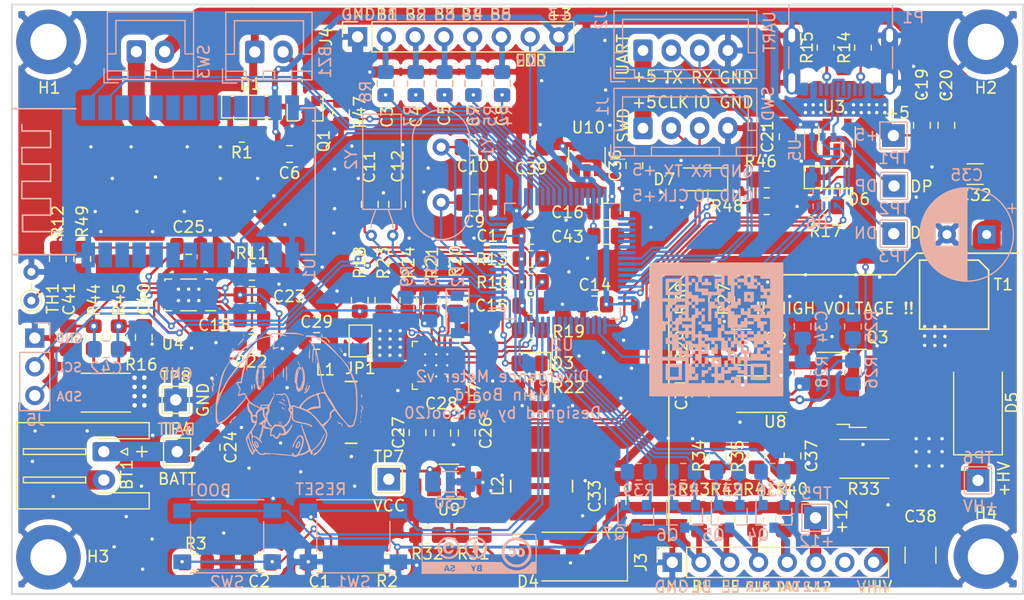
<source format=kicad_pcb>
(kicad_pcb (version 20171130) (host pcbnew 5.1.8)
  (layers (0 F.Cu signal) (31 B.Cu signal) (34 B.Paste user) (35 F.Paste user) (36 B.SilkS user) (37 F.SilkS user) (38 B.Mask user) (39 F.Mask user hide) (44 Edge.Cuts user))
  (net 0 "")
  (net 1 GND)
  (net 2 "Net-(BZ1-Pad2)")
  (net 3 +3V0)
  (net 4 NRST)
  (net 5 Boot)
  (net 6 BUTTON5)
  (net 7 BUTTON4)
  (net 8 BUTTON3)
  (net 9 BUTTON2)
  (net 10 BUTTON1)
  (net 11 "Net-(C9-Pad2)")
  (net 12 "Net-(C10-Pad2)")
  (net 13 "Net-(C11-Pad2)")
  (net 14 "Net-(C12-Pad2)")
  (net 15 "Net-(C13-Pad1)")
  (net 16 +5V)
  (net 17 "Net-(C27-Pad1)")
  (net 18 "Net-(C28-Pad1)")
  (net 19 +BATT)
  (net 20 VCC)
  (net 21 +12V)
  (net 22 "Net-(C37-Pad1)")
  (net 23 +HV)
  (net 24 "Net-(D1-Pad1)")
  (net 25 SWDIO)
  (net 26 SWDCLK)
  (net 27 AUX_RX)
  (net 28 AUX_TX)
  (net 29 "Net-(J3-Pad7)")
  (net 30 "/Level Shifter/OUT1")
  (net 31 "/Level Shifter/OUT2")
  (net 32 "/Level Shifter/OUT3")
  (net 33 "/Level Shifter/OUT4")
  (net 34 LDR)
  (net 35 "Net-(J4-Pad6)")
  (net 36 "Net-(J4-Pad5)")
  (net 37 "Net-(J4-Pad4)")
  (net 38 "Net-(J4-Pad3)")
  (net 39 "Net-(J4-Pad2)")
  (net 40 "Net-(P1-PadB8)")
  (net 41 "Net-(P1-PadA5)")
  (net 42 "Net-(P1-PadA7)")
  (net 43 "Net-(P1-PadA6)")
  (net 44 "Net-(P1-PadA8)")
  (net 45 "Net-(P1-PadB5)")
  (net 46 BUZZER)
  (net 47 "Net-(Q2-Pad3)")
  (net 48 HV_ENABLE)
  (net 49 DAT)
  (net 50 CLK)
  (net 51 LE)
  (net 52 BL)
  (net 53 BATT_SCL)
  (net 54 BATT_SDA)
  (net 55 BATT_GPOUT)
  (net 56 USB_DN)
  (net 57 USB_DP)
  (net 58 "Net-(R20-Pad2)")
  (net 59 "Net-(R23-Pad2)")
  (net 60 "Net-(R28-Pad2)")
  (net 61 "Net-(R34-Pad1)")
  (net 62 "Net-(T1-Pad4)")
  (net 63 "Net-(U1-Pad11)")
  (net 64 BT_CONN)
  (net 65 BT_TX)
  (net 66 BT_RX)
  (net 67 "Net-(D4-Pad2)")
  (net 68 "Net-(BT1-Pad2)")
  (net 69 "Net-(C18-Pad1)")
  (net 70 "Net-(C31-Pad1)")
  (net 71 "Net-(C34-Pad1)")
  (net 72 VSYS)
  (net 73 "Net-(D3-Pad1)")
  (net 74 "Net-(D5-Pad2)")
  (net 75 "Net-(Q3-Pad1)")
  (net 76 "Net-(Q3-Pad2)")
  (net 77 "Net-(R12-Pad2)")
  (net 78 USB_SEL)
  (net 79 BATT_INT)
  (net 80 "Net-(R21-Pad2)")
  (net 81 "Net-(R22-Pad2)")
  (net 82 "Net-(R25-Pad1)")
  (net 83 "Net-(R29-Pad1)")
  (net 84 "Net-(R31-Pad2)")
  (net 85 "Net-(U2-Pad27)")
  (net 86 "Net-(U2-Pad28)")
  (net 87 "Net-(U3-Pad4)")
  (net 88 "Net-(U5-Pad5)")
  (net 89 "Net-(U5-Pad4)")
  (net 90 CHARGE_DN)
  (net 91 CHARGE_DP)
  (net 92 "Net-(U7-Pad23)")
  (net 93 "Net-(C27-Pad2)")
  (net 94 "Net-(U7-Pad12)")
  (net 95 "Net-(U9-Pad6)")
  (net 96 "Net-(U10-Pad4)")
  (net 97 "Net-(C41-Pad1)")
  (net 98 "Net-(C40-Pad1)")
  (net 99 VBUS_DETECT)
  (net 100 "Net-(C22-Pad1)")
  (net 101 "Net-(C25-Pad1)")
  (net 102 "Net-(C43-Pad1)")
  (net 103 "Net-(U2-Pad55)")
  (net 104 "Net-(U2-Pad54)")
  (net 105 "Net-(U2-Pad53)")
  (net 106 "Net-(U2-Pad52)")
  (net 107 "Net-(U2-Pad51)")
  (net 108 "Net-(U2-Pad38)")
  (net 109 "Net-(U2-Pad37)")
  (net 110 "Net-(U2-Pad36)")
  (net 111 "Net-(U2-Pad35)")
  (net 112 "Net-(U2-Pad34)")
  (net 113 "Net-(U2-Pad33)")
  (net 114 "Net-(U2-Pad29)")
  (net 115 "Net-(U2-Pad11)")
  (net 116 "Net-(U2-Pad10)")
  (net 117 "Net-(U2-Pad9)")
  (net 118 "Net-(U2-Pad8)")
  (net 119 "Net-(U2-Pad14)")
  (net 120 "Net-(U2-Pad39)")
  (net 121 "Net-(D6-Pad1)")
  (module Diode_SMD:D_SOD-123 (layer F.Cu) (at 201.7014 85.0392 180)
    (fp_text reference D7 (at 3.3528 0) (layer F.SilkS))
    (fp_text value "MMSZ4684 3.3v")
    (pad 2 smd rect (at 1.65 0 180) (size 0.9 1.2) (layers F.Cu F.Paste F.Mask) (net 1 GND))
    (pad 1 smd rect (at -1.65 0 180) (size 0.9 1.2) (layers F.Cu F.Paste F.Mask) (net 99 VBUS_DETECT))
  )
  (module Diode_SMD:D_MiniMELF (layer F.Cu) (at 213.2711 84.8614)
    (fp_text reference D6 (at 2.286 1.9304) (layer F.SilkS))
    (fp_text value LL5819)
    (pad 2 smd rect (at 1.75 0) (size 1.3 1.7) (layers F.Cu F.Paste F.Mask) (net 16 +5V))
    (pad 1 smd rect (at -1.75 0) (size 1.3 1.7) (layers F.Cu F.Paste F.Mask) (net 121 "Net-(D6-Pad1)"))
  )
  (module Resistor_SMD:R_0805_2012Metric_Pad1.20x1.40mm_HandSolder (layer F.Cu) (at 186.4901 98.3615)
    (fp_text reference R19 (at 3.413 0.127) (layer F.SilkS))
    (fp_text value 10k)
    (pad 2 smd roundrect (at 1 0) (size 1.2 1.4) (layers F.Cu F.Paste F.Mask) (roundrect_rratio 0.2083325) (net 3 +3V0))
    (pad 1 smd roundrect (at -1 0) (size 1.2 1.4) (layers F.Cu F.Paste F.Mask) (roundrect_rratio 0.2083325) (net 79 BATT_INT))
  )
  (module Package_QFP:LQFP-64_10x10mm_P0.5mm (layer B.Cu) (at 189.357 92.2655)
    (fp_text reference U2 (at 0 7.4) (layer B.SilkS) (effects (justify mirror)))
    (fp_text value STM32F401RCTx)
    (pad 64 smd roundrect (at -3.75 5.675) (size 0.3 1.55) (layers B.Cu B.Paste B.Mask) (net 3 +3V0))
    (pad 63 smd roundrect (at -3.25 5.675) (size 0.3 1.55) (layers B.Cu B.Paste B.Mask) (net 1 GND))
    (pad 62 smd roundrect (at -2.75 5.675) (size 0.3 1.55) (layers B.Cu B.Paste B.Mask) (net 54 BATT_SDA))
    (pad 61 smd roundrect (at -2.25 5.675) (size 0.3 1.55) (layers B.Cu B.Paste B.Mask) (net 53 BATT_SCL))
    (pad 60 smd roundrect (at -1.75 5.675) (size 0.3 1.55) (layers B.Cu B.Paste B.Mask) (net 5 Boot))
    (pad 59 smd roundrect (at -1.25 5.675) (size 0.3 1.55) (layers B.Cu B.Paste B.Mask) (net 52 BL))
    (pad 58 smd roundrect (at -0.75 5.675) (size 0.3 1.55) (layers B.Cu B.Paste B.Mask) (net 51 LE))
    (pad 57 smd roundrect (at -0.25 5.675) (size 0.3 1.55) (layers B.Cu B.Paste B.Mask) (net 50 CLK))
    (pad 56 smd roundrect (at 0.25 5.675) (size 0.3 1.55) (layers B.Cu B.Paste B.Mask) (net 49 DAT))
    (pad 55 smd roundrect (at 0.75 5.675) (size 0.3 1.55) (layers B.Cu B.Paste B.Mask) (net 103 "Net-(U2-Pad55)"))
    (pad 54 smd roundrect (at 1.25 5.675) (size 0.3 1.55) (layers B.Cu B.Paste B.Mask) (net 104 "Net-(U2-Pad54)"))
    (pad 53 smd roundrect (at 1.75 5.675) (size 0.3 1.55) (layers B.Cu B.Paste B.Mask) (net 105 "Net-(U2-Pad53)"))
    (pad 52 smd roundrect (at 2.25 5.675) (size 0.3 1.55) (layers B.Cu B.Paste B.Mask) (net 106 "Net-(U2-Pad52)"))
    (pad 51 smd roundrect (at 2.75 5.675) (size 0.3 1.55) (layers B.Cu B.Paste B.Mask) (net 107 "Net-(U2-Pad51)"))
    (pad 50 smd roundrect (at 3.25 5.675) (size 0.3 1.55) (layers B.Cu B.Paste B.Mask) (net 48 HV_ENABLE))
    (pad 49 smd roundrect (at 3.75 5.675) (size 0.3 1.55) (layers B.Cu B.Paste B.Mask) (net 26 SWDCLK))
    (pad 48 smd roundrect (at 5.675 3.75) (size 1.55 0.3) (layers B.Cu B.Paste B.Mask) (net 3 +3V0))
    (pad 47 smd roundrect (at 5.675 3.25) (size 1.55 0.3) (layers B.Cu B.Paste B.Mask) (net 1 GND))
    (pad 46 smd roundrect (at 5.675 2.75) (size 1.55 0.3) (layers B.Cu B.Paste B.Mask) (net 25 SWDIO))
    (pad 45 smd roundrect (at 5.675 2.25) (size 1.55 0.3) (layers B.Cu B.Paste B.Mask) (net 57 USB_DP))
    (pad 44 smd roundrect (at 5.675 1.75) (size 1.55 0.3) (layers B.Cu B.Paste B.Mask) (net 56 USB_DN))
    (pad 43 smd roundrect (at 5.675 1.25) (size 1.55 0.3) (layers B.Cu B.Paste B.Mask) (net 27 AUX_RX))
    (pad 42 smd roundrect (at 5.675 0.75) (size 1.55 0.3) (layers B.Cu B.Paste B.Mask) (net 28 AUX_TX))
    (pad 41 smd roundrect (at 5.675 0.25) (size 1.55 0.3) (layers B.Cu B.Paste B.Mask) (net 78 USB_SEL))
    (pad 40 smd roundrect (at 5.675 -0.25) (size 1.55 0.3) (layers B.Cu B.Paste B.Mask) (net 99 VBUS_DETECT))
    (pad 39 smd roundrect (at 5.675 -0.75) (size 1.55 0.3) (layers B.Cu B.Paste B.Mask) (net 120 "Net-(U2-Pad39)"))
    (pad 38 smd roundrect (at 5.675 -1.25) (size 1.55 0.3) (layers B.Cu B.Paste B.Mask) (net 108 "Net-(U2-Pad38)"))
    (pad 37 smd roundrect (at 5.675 -1.75) (size 1.55 0.3) (layers B.Cu B.Paste B.Mask) (net 109 "Net-(U2-Pad37)"))
    (pad 36 smd roundrect (at 5.675 -2.25) (size 1.55 0.3) (layers B.Cu B.Paste B.Mask) (net 110 "Net-(U2-Pad36)"))
    (pad 35 smd roundrect (at 5.675 -2.75) (size 1.55 0.3) (layers B.Cu B.Paste B.Mask) (net 111 "Net-(U2-Pad35)"))
    (pad 34 smd roundrect (at 5.675 -3.25) (size 1.55 0.3) (layers B.Cu B.Paste B.Mask) (net 112 "Net-(U2-Pad34)"))
    (pad 33 smd roundrect (at 5.675 -3.75) (size 1.55 0.3) (layers B.Cu B.Paste B.Mask) (net 113 "Net-(U2-Pad33)"))
    (pad 32 smd roundrect (at 3.75 -5.675) (size 0.3 1.55) (layers B.Cu B.Paste B.Mask) (net 3 +3V0))
    (pad 31 smd roundrect (at 3.25 -5.675) (size 0.3 1.55) (layers B.Cu B.Paste B.Mask) (net 1 GND))
    (pad 30 smd roundrect (at 2.75 -5.675) (size 0.3 1.55) (layers B.Cu B.Paste B.Mask) (net 102 "Net-(C43-Pad1)"))
    (pad 29 smd roundrect (at 2.25 -5.675) (size 0.3 1.55) (layers B.Cu B.Paste B.Mask) (net 114 "Net-(U2-Pad29)"))
    (pad 28 smd roundrect (at 1.75 -5.675) (size 0.3 1.55) (layers B.Cu B.Paste B.Mask) (net 86 "Net-(U2-Pad28)"))
    (pad 27 smd roundrect (at 1.25 -5.675) (size 0.3 1.55) (layers B.Cu B.Paste B.Mask) (net 85 "Net-(U2-Pad27)"))
    (pad 26 smd roundrect (at 0.75 -5.675) (size 0.3 1.55) (layers B.Cu B.Paste B.Mask) (net 34 LDR))
    (pad 25 smd roundrect (at 0.25 -5.675) (size 0.3 1.55) (layers B.Cu B.Paste B.Mask) (net 6 BUTTON5))
    (pad 24 smd roundrect (at -0.25 -5.675) (size 0.3 1.55) (layers B.Cu B.Paste B.Mask) (net 7 BUTTON4))
    (pad 23 smd roundrect (at -0.75 -5.675) (size 0.3 1.55) (layers B.Cu B.Paste B.Mask) (net 8 BUTTON3))
    (pad 22 smd roundrect (at -1.25 -5.675) (size 0.3 1.55) (layers B.Cu B.Paste B.Mask) (net 9 BUTTON2))
    (pad 21 smd roundrect (at -1.75 -5.675) (size 0.3 1.55) (layers B.Cu B.Paste B.Mask) (net 10 BUTTON1))
    (pad 20 smd roundrect (at -2.25 -5.675) (size 0.3 1.55) (layers B.Cu B.Paste B.Mask) (net 46 BUZZER))
    (pad 19 smd roundrect (at -2.75 -5.675) (size 0.3 1.55) (layers B.Cu B.Paste B.Mask) (net 3 +3V0))
    (pad 18 smd roundrect (at -3.25 -5.675) (size 0.3 1.55) (layers B.Cu B.Paste B.Mask) (net 1 GND))
    (pad 17 smd roundrect (at -3.75 -5.675) (size 0.3 1.55) (layers B.Cu B.Paste B.Mask) (net 66 BT_RX))
    (pad 16 smd roundrect (at -5.675 -3.75) (size 1.55 0.3) (layers B.Cu B.Paste B.Mask) (net 65 BT_TX))
    (pad 15 smd roundrect (at -5.675 -3.25) (size 1.55 0.3) (layers B.Cu B.Paste B.Mask) (net 64 BT_CONN))
    (pad 14 smd roundrect (at -5.675 -2.75) (size 1.55 0.3) (layers B.Cu B.Paste B.Mask) (net 119 "Net-(U2-Pad14)"))
    (pad 13 smd roundrect (at -5.675 -2.25) (size 1.55 0.3) (layers B.Cu B.Paste B.Mask) (net 3 +3V0))
    (pad 12 smd roundrect (at -5.675 -1.75) (size 1.55 0.3) (layers B.Cu B.Paste B.Mask) (net 1 GND))
    (pad 11 smd roundrect (at -5.675 -1.25) (size 1.55 0.3) (layers B.Cu B.Paste B.Mask) (net 115 "Net-(U2-Pad11)"))
    (pad 10 smd roundrect (at -5.675 -0.75) (size 1.55 0.3) (layers B.Cu B.Paste B.Mask) (net 116 "Net-(U2-Pad10)"))
    (pad 9 smd roundrect (at -5.675 -0.25) (size 1.55 0.3) (layers B.Cu B.Paste B.Mask) (net 117 "Net-(U2-Pad9)"))
    (pad 8 smd roundrect (at -5.675 0.25) (size 1.55 0.3) (layers B.Cu B.Paste B.Mask) (net 118 "Net-(U2-Pad8)"))
    (pad 7 smd roundrect (at -5.675 0.75) (size 1.55 0.3) (layers B.Cu B.Paste B.Mask) (net 4 NRST))
    (pad 6 smd roundrect (at -5.675 1.25) (size 1.55 0.3) (layers B.Cu B.Paste B.Mask) (net 12 "Net-(C10-Pad2)"))
    (pad 5 smd roundrect (at -5.675 1.75) (size 1.55 0.3) (layers B.Cu B.Paste B.Mask) (net 11 "Net-(C9-Pad2)"))
    (pad 4 smd roundrect (at -5.675 2.25) (size 1.55 0.3) (layers B.Cu B.Paste B.Mask) (net 14 "Net-(C12-Pad2)"))
    (pad 3 smd roundrect (at -5.675 2.75) (size 1.55 0.3) (layers B.Cu B.Paste B.Mask) (net 13 "Net-(C11-Pad2)"))
    (pad 2 smd roundrect (at -5.675 3.25) (size 1.55 0.3) (layers B.Cu B.Paste B.Mask) (net 79 BATT_INT))
    (pad 1 smd roundrect (at -5.675 3.75) (size 1.55 0.3) (layers B.Cu B.Paste B.Mask) (net 15 "Net-(C13-Pad1)"))
  )
  (module Capacitor_SMD:C_0805_2012Metric_Pad1.18x1.45mm_HandSolder (layer F.Cu) (at 193.167 90.043)
    (fp_text reference C43 (at -3.3655 0.0635) (layer F.SilkS))
    (fp_text value 2.2u)
    (pad 2 smd roundrect (at 1.0375 0) (size 1.175 1.45) (layers F.Cu F.Paste F.Mask) (roundrect_rratio 0.2127659574468085) (net 1 GND))
    (pad 1 smd roundrect (at -1.0375 0) (size 1.175 1.45) (layers F.Cu F.Paste F.Mask) (roundrect_rratio 0.2127659574468085) (net 102 "Net-(C43-Pad1)"))
  )
  (module Resistor_SMD:R_0805_2012Metric_Pad1.20x1.40mm_HandSolder (layer F.Cu) (at 146.939 92.075 270)
    (fp_text reference R49 (at -3.302 0 90) (layer F.SilkS))
    (fp_text value 1k)
    (pad 2 smd roundrect (at 1 0 270) (size 1.2 1.4) (layers F.Cu F.Paste F.Mask) (roundrect_rratio 0.2083325) (net 77 "Net-(R12-Pad2)"))
    (pad 1 smd roundrect (at -1 0 270) (size 1.2 1.4) (layers F.Cu F.Paste F.Mask) (roundrect_rratio 0.2083325) (net 101 "Net-(C25-Pad1)"))
  )
  (module Resistor_SMD:R_0805_2012Metric_Pad1.20x1.40mm_HandSolder (layer F.Cu) (at 144.78 92.075 270)
    (fp_text reference R12 (at -3.302 0 90) (layer F.SilkS))
    (fp_text value 18.2k)
    (pad 2 smd roundrect (at 1 0 270) (size 1.2 1.4) (layers F.Cu F.Paste F.Mask) (roundrect_rratio 0.2083325) (net 77 "Net-(R12-Pad2)"))
    (pad 1 smd roundrect (at -1 0 270) (size 1.2 1.4) (layers F.Cu F.Paste F.Mask) (roundrect_rratio 0.2083325) (net 100 "Net-(C22-Pad1)"))
  )
  (module Resistor_SMD:R_0805_2012Metric_Pad1.20x1.40mm_HandSolder (layer F.Cu) (at 161.925 93.218)
    (fp_text reference R11 (at 0 -1.65) (layer F.SilkS))
    (fp_text value 1.8M)
    (pad 2 smd roundrect (at 1 0) (size 1.2 1.4) (layers F.Cu F.Paste F.Mask) (roundrect_rratio 0.2083325) (net 100 "Net-(C22-Pad1)"))
    (pad 1 smd roundrect (at -1 0) (size 1.2 1.4) (layers F.Cu F.Paste F.Mask) (roundrect_rratio 0.2083325) (net 69 "Net-(C18-Pad1)"))
  )
  (module Capacitor_SMD:C_0805_2012Metric_Pad1.18x1.45mm_HandSolder (layer F.Cu) (at 156.337 90.932)
    (fp_text reference C25 (at 0 -1.68) (layer F.SilkS))
    (fp_text value 0.1u)
    (pad 2 smd roundrect (at 1.0375 0) (size 1.175 1.45) (layers F.Cu F.Paste F.Mask) (roundrect_rratio 0.2127659574468085) (net 1 GND))
    (pad 1 smd roundrect (at -1.0375 0) (size 1.175 1.45) (layers F.Cu F.Paste F.Mask) (roundrect_rratio 0.2127659574468085) (net 101 "Net-(C25-Pad1)"))
  )
  (module Capacitor_SMD:C_0805_2012Metric_Pad1.18x1.45mm_HandSolder (layer F.Cu) (at 161.925 99.441)
    (fp_text reference C22 (at -0.0635 1.7145) (layer F.SilkS))
    (fp_text value 0.1u)
    (pad 2 smd roundrect (at 1.0375 0) (size 1.175 1.45) (layers F.Cu F.Paste F.Mask) (roundrect_rratio 0.2127659574468085) (net 1 GND))
    (pad 1 smd roundrect (at -1.0375 0) (size 1.175 1.45) (layers F.Cu F.Paste F.Mask) (roundrect_rratio 0.2127659574468085) (net 100 "Net-(C22-Pad1)"))
  )
  (module Jumper:SolderJumper-2_P1.3mm_Open_TrianglePad1.0x1.5mm (layer F.Cu) (at 171.5135 99.314 270)
    (fp_text reference JP1 (at 2.413 0 180) (layer F.SilkS))
    (fp_text value CE)
    (pad 1 smd custom (at -0.725 0 270) (size 0.3 0.3) (layers F.Cu F.Mask) (net 55 BATT_GPOUT) (options (clearance outline) (anchor rect)) (primitives (gr_poly (pts (xy -0.5 -0.75) (xy 0.5 -0.75) (xy 1 0) (xy 0.5 0.75) (xy -0.5 0.75)) (width 0))))
    (pad 2 smd custom (at 0.725 0 270) (size 0.3 0.3) (layers F.Cu F.Mask) (net 1 GND) (options (clearance outline) (anchor rect)) (primitives (gr_poly (pts (xy -0.65 -0.75) (xy 0.5 -0.75) (xy 0.5 0.75) (xy -0.65 0.75) (xy -0.15 0)) (width 0))))
  )
  (module Connector_PinHeader_2.54mm:PinHeader_1x03_P2.54mm_Vertical (layer B.Cu) (at 142.748 99.06 180)
    (fp_text reference J5 (at -0.0635 -7.239) (layer B.SilkS) (effects (justify mirror)))
    (fp_text value I2C)
    (pad 3 thru_hole oval (at 0 -5.08 180) (size 1.7 1.7) (drill 1) (layers *.Cu *.Mask) (net 54 BATT_SDA))
    (pad 2 thru_hole oval (at 0 -2.54 180) (size 1.7 1.7) (drill 1) (layers *.Cu *.Mask) (net 53 BATT_SCL))
    (pad 1 thru_hole rect (at 0 0 180) (size 1.7 1.7) (drill 1) (layers *.Cu *.Mask) (net 1 GND))
  )
  (module Resistor_SMD:R_0805_2012Metric_Pad1.20x1.40mm_HandSolder (layer F.Cu) (at 207.391 87.4141 180)
    (fp_text reference R48 (at 3.4925 0) (layer F.SilkS))
    (fp_text value 100k)
    (pad 2 smd roundrect (at 1 0 180) (size 1.2 1.4) (layers F.Cu F.Paste F.Mask) (roundrect_rratio 0.2083325) (net 99 VBUS_DETECT))
    (pad 1 smd roundrect (at -1 0 180) (size 1.2 1.4) (layers F.Cu F.Paste F.Mask) (roundrect_rratio 0.2083325) (net 1 GND))
  )
  (module Resistor_SMD:R_0805_2012Metric_Pad1.20x1.40mm_HandSolder (layer F.Cu) (at 207.4037 85.0519 180)
    (fp_text reference R46 (at 0.5461 1.5875) (layer F.SilkS))
    (fp_text value 100k)
    (pad 2 smd roundrect (at 1 0 180) (size 1.2 1.4) (layers F.Cu F.Paste F.Mask) (roundrect_rratio 0.2083325) (net 99 VBUS_DETECT))
    (pad 1 smd roundrect (at -1 0 180) (size 1.2 1.4) (layers F.Cu F.Paste F.Mask) (roundrect_rratio 0.2083325) (net 16 +5V))
  )
  (module Resistor_SMD:R_0805_2012Metric_Pad1.20x1.40mm_HandSolder (layer F.Cu) (at 169.799 79.121 270)
    (fp_text reference R47 (at 0 -1.65 90) (layer F.SilkS))
    (fp_text value 10k)
    (pad 2 smd roundrect (at 1 0 270) (size 1.2 1.4) (layers F.Cu F.Paste F.Mask) (roundrect_rratio 0.2083325) (net 1 GND))
    (pad 1 smd roundrect (at -1 0 270) (size 1.2 1.4) (layers F.Cu F.Paste F.Mask) (roundrect_rratio 0.2083325) (net 46 BUZZER))
  )
  (module TestPoint:TestPoint_THTPad_2.0x2.0mm_Drill1.0mm (layer F.Cu) (at 155.194 104.521)
    (fp_text reference TP8 (at 0 -1.998) (layer F.SilkS))
    (fp_text value TP_GND)
    (pad 1 thru_hole rect (at 0 0) (size 2 2) (drill 1) (layers *.Cu *.Mask) (net 1 GND))
  )
  (module Graphics:BY-SA (layer B.Cu) (at 181.991 118.11 180)
    (fp_text reference G*** hide)
    (fp_text value LOGO hide)
  )
  (module "waicool20 - Other:Amiya" (layer B.Cu) (at 164.973 103.759 180)
    (fp_text reference G*** hide)
    (fp_text value LOGO hide)
  )
  (module Graphics:GitHub-Link-QR (layer B.Cu) (at 202.946 98.298)
    (fp_text reference G*** hide)
    (fp_text value LOGO hide)
  )
  (module Connector_JST:JST_XH_B4B-XH-A_1x04_P2.50mm_Vertical (layer B.Cu) (at 196.469 73.66)
    (fp_text reference J2 (at -3.683 -2.667 90) (layer B.SilkS) (effects (justify mirror)))
    (fp_text value UART)
    (pad 4 thru_hole oval (at 7.5 0) (size 1.7 1.95) (drill 0.95) (layers *.Cu *.Mask) (net 1 GND))
    (pad 3 thru_hole oval (at 5 0) (size 1.7 1.95) (drill 0.95) (layers *.Cu *.Mask) (net 27 AUX_RX))
    (pad 2 thru_hole oval (at 2.5 0) (size 1.7 1.95) (drill 0.95) (layers *.Cu *.Mask) (net 28 AUX_TX))
    (pad 1 thru_hole roundrect (at 0 0) (size 1.7 1.95) (drill 0.95) (layers *.Cu *.Mask) (roundrect_rratio 0.1470588235294118) (net 16 +5V))
  )
  (module Connector_JST:JST_XH_B4B-XH-A_1x04_P2.50mm_Vertical (layer B.Cu) (at 196.469 80.518)
    (fp_text reference J1 (at -3.556 -1.905 90) (layer B.SilkS) (effects (justify mirror)))
    (fp_text value SWD)
    (pad 4 thru_hole oval (at 7.5 0) (size 1.7 1.95) (drill 0.95) (layers *.Cu *.Mask) (net 1 GND))
    (pad 3 thru_hole oval (at 5 0) (size 1.7 1.95) (drill 0.95) (layers *.Cu *.Mask) (net 25 SWDIO))
    (pad 2 thru_hole oval (at 2.5 0) (size 1.7 1.95) (drill 0.95) (layers *.Cu *.Mask) (net 26 SWDCLK))
    (pad 1 thru_hole roundrect (at 0 0) (size 1.7 1.95) (drill 0.95) (layers *.Cu *.Mask) (roundrect_rratio 0.1470588235294118) (net 16 +5V))
  )
  (module Resistor_SMD:R_0805_2012Metric_Pad1.20x1.40mm_HandSolder (layer F.Cu) (at 201.422 115.062 270)
    (fp_text reference R43 (at -2.6162 0.4572 180) (layer F.SilkS))
    (fp_text value 10k)
    (pad 2 smd roundrect (at 1 0 270) (size 1.2 1.4) (layers F.Cu F.Paste F.Mask) (roundrect_rratio 0.2083325) (net 33 "/Level Shifter/OUT4"))
    (pad 1 smd roundrect (at -1 0 270) (size 1.2 1.4) (layers F.Cu F.Paste F.Mask) (roundrect_rratio 0.2083325) (net 21 +12V))
  )
  (module Resistor_SMD:R_0805_2012Metric_Pad1.20x1.40mm_HandSolder (layer F.Cu) (at 203.835 115.062 270)
    (fp_text reference R42 (at -2.6162 0 180) (layer F.SilkS))
    (fp_text value 10k)
    (pad 2 smd roundrect (at 1 0 270) (size 1.2 1.4) (layers F.Cu F.Paste F.Mask) (roundrect_rratio 0.2083325) (net 32 "/Level Shifter/OUT3"))
    (pad 1 smd roundrect (at -1 0 270) (size 1.2 1.4) (layers F.Cu F.Paste F.Mask) (roundrect_rratio 0.2083325) (net 21 +12V))
  )
  (module Resistor_SMD:R_0805_2012Metric_Pad1.20x1.40mm_HandSolder (layer F.Cu) (at 206.375 115.062 270)
    (fp_text reference R41 (at -2.6416 -0.381 180) (layer F.SilkS))
    (fp_text value 10k)
    (pad 2 smd roundrect (at 1 0 270) (size 1.2 1.4) (layers F.Cu F.Paste F.Mask) (roundrect_rratio 0.2083325) (net 31 "/Level Shifter/OUT2"))
    (pad 1 smd roundrect (at -1 0 270) (size 1.2 1.4) (layers F.Cu F.Paste F.Mask) (roundrect_rratio 0.2083325) (net 21 +12V))
  )
  (module Resistor_SMD:R_0805_2012Metric_Pad1.20x1.40mm_HandSolder (layer F.Cu) (at 208.915 115.062 270)
    (fp_text reference R40 (at -2.667 -0.6858 180) (layer F.SilkS))
    (fp_text value 10k)
    (pad 2 smd roundrect (at 1 0 270) (size 1.2 1.4) (layers F.Cu F.Paste F.Mask) (roundrect_rratio 0.2083325) (net 30 "/Level Shifter/OUT1"))
    (pad 1 smd roundrect (at -1 0 270) (size 1.2 1.4) (layers F.Cu F.Paste F.Mask) (roundrect_rratio 0.2083325) (net 21 +12V))
  )
  (module Resistor_SMD:R_0805_2012Metric_Pad1.20x1.40mm_HandSolder (layer B.Cu) (at 196.088 110.871)
    (fp_text reference R39 (at 0 1.65) (layer B.SilkS) (effects (justify mirror)))
    (fp_text value 10k)
    (pad 2 smd roundrect (at 1 0) (size 1.2 1.4) (layers B.Cu B.Paste B.Mask) (roundrect_rratio 0.2083325) (net 52 BL))
    (pad 1 smd roundrect (at -1 0) (size 1.2 1.4) (layers B.Cu B.Paste B.Mask) (roundrect_rratio 0.2083325) (net 3 +3V0))
  )
  (module Resistor_SMD:R_0805_2012Metric_Pad1.20x1.40mm_HandSolder (layer B.Cu) (at 200.025 110.871)
    (fp_text reference R38 (at 0 1.65) (layer B.SilkS) (effects (justify mirror)))
    (fp_text value 10k)
    (pad 2 smd roundrect (at 1 0) (size 1.2 1.4) (layers B.Cu B.Paste B.Mask) (roundrect_rratio 0.2083325) (net 51 LE))
    (pad 1 smd roundrect (at -1 0) (size 1.2 1.4) (layers B.Cu B.Paste B.Mask) (roundrect_rratio 0.2083325) (net 3 +3V0))
  )
  (module Resistor_SMD:R_0805_2012Metric_Pad1.20x1.40mm_HandSolder (layer B.Cu) (at 203.962 110.871)
    (fp_text reference R37 (at 0 1.65) (layer B.SilkS) (effects (justify mirror)))
    (fp_text value 10k)
    (pad 2 smd roundrect (at 1 0) (size 1.2 1.4) (layers B.Cu B.Paste B.Mask) (roundrect_rratio 0.2083325) (net 50 CLK))
    (pad 1 smd roundrect (at -1 0) (size 1.2 1.4) (layers B.Cu B.Paste B.Mask) (roundrect_rratio 0.2083325) (net 3 +3V0))
  )
  (module Resistor_SMD:R_0805_2012Metric_Pad1.20x1.40mm_HandSolder (layer B.Cu) (at 207.899 110.871)
    (fp_text reference R36 (at 0 1.65) (layer B.SilkS) (effects (justify mirror)))
    (fp_text value 10k)
    (pad 2 smd roundrect (at 1 0) (size 1.2 1.4) (layers B.Cu B.Paste B.Mask) (roundrect_rratio 0.2083325) (net 49 DAT))
    (pad 1 smd roundrect (at -1 0) (size 1.2 1.4) (layers B.Cu B.Paste B.Mask) (roundrect_rratio 0.2083325) (net 3 +3V0))
  )
  (module Resistor_SMD:R_0805_2012Metric_Pad1.20x1.40mm_HandSolder (layer F.Cu) (at 206.502 109.474 90)
    (fp_text reference R35 (at -0.0254 -1.6764 90) (layer F.SilkS))
    (fp_text value 2M)
    (pad 2 smd roundrect (at 1 0 90) (size 1.2 1.4) (layers F.Cu F.Paste F.Mask) (roundrect_rratio 0.2083325) (net 61 "Net-(R34-Pad1)"))
    (pad 1 smd roundrect (at -1 0 90) (size 1.2 1.4) (layers F.Cu F.Paste F.Mask) (roundrect_rratio 0.2083325) (net 23 +HV))
  )
  (module Resistor_SMD:R_0805_2012Metric_Pad1.20x1.40mm_HandSolder (layer F.Cu) (at 203.073 109.474 270)
    (fp_text reference R34 (at 0 1.651 90) (layer F.SilkS))
    (fp_text value 15k)
    (pad 2 smd roundrect (at 1 0 270) (size 1.2 1.4) (layers F.Cu F.Paste F.Mask) (roundrect_rratio 0.2083325) (net 1 GND))
    (pad 1 smd roundrect (at -1 0 270) (size 1.2 1.4) (layers F.Cu F.Paste F.Mask) (roundrect_rratio 0.2083325) (net 61 "Net-(R34-Pad1)"))
  )
  (module Resistor_SMD:R_2512_6332Metric_Pad1.40x3.35mm_HandSolder (layer F.Cu) (at 216.027 109.728)
    (fp_text reference R33 (at -0.0635 2.667) (layer F.SilkS))
    (fp_text value 0.01)
    (pad 2 smd roundrect (at 3.05 0) (size 1.4 3.35) (layers F.Cu F.Paste F.Mask) (roundrect_rratio 0.1785707142857143) (net 1 GND))
    (pad 1 smd roundrect (at -3.05 0) (size 1.4 3.35) (layers F.Cu F.Paste F.Mask) (roundrect_rratio 0.1785707142857143) (net 22 "Net-(C37-Pad1)"))
  )
  (module Resistor_SMD:R_0805_2012Metric_Pad1.20x1.40mm_HandSolder (layer F.Cu) (at 177.419 116.459 180)
    (fp_text reference R32 (at 0 -1.65) (layer F.SilkS))
    (fp_text value 10k)
    (pad 2 smd roundrect (at 1 0 180) (size 1.2 1.4) (layers F.Cu F.Paste F.Mask) (roundrect_rratio 0.2083325) (net 1 GND))
    (pad 1 smd roundrect (at -1 0 180) (size 1.2 1.4) (layers F.Cu F.Paste F.Mask) (roundrect_rratio 0.2083325) (net 84 "Net-(R31-Pad2)"))
  )
  (module Resistor_SMD:R_0805_2012Metric_Pad1.20x1.40mm_HandSolder (layer F.Cu) (at 181.492 116.459 180)
    (fp_text reference R31 (at 0 -1.65) (layer F.SilkS))
    (fp_text value 200k)
    (pad 2 smd roundrect (at 1 0 180) (size 1.2 1.4) (layers F.Cu F.Paste F.Mask) (roundrect_rratio 0.2083325) (net 84 "Net-(R31-Pad2)"))
    (pad 1 smd roundrect (at -1 0 180) (size 1.2 1.4) (layers F.Cu F.Paste F.Mask) (roundrect_rratio 0.2083325) (net 21 +12V))
  )
  (module Resistor_SMD:R_0805_2012Metric_Pad1.20x1.40mm_HandSolder (layer F.Cu) (at 201.549 95.6056 90)
    (fp_text reference R30 (at 0 -1.65 90) (layer F.SilkS))
    (fp_text value 100k)
    (pad 2 smd roundrect (at 1 0 90) (size 1.2 1.4) (layers F.Cu F.Paste F.Mask) (roundrect_rratio 0.2083325) (net 20 VCC))
    (pad 1 smd roundrect (at -1 0 90) (size 1.2 1.4) (layers F.Cu F.Paste F.Mask) (roundrect_rratio 0.2083325) (net 47 "Net-(Q2-Pad3)"))
  )
  (module Resistor_SMD:R_0805_2012Metric_Pad1.20x1.40mm_HandSolder (layer F.Cu) (at 201.549 99.7966 90)
    (fp_text reference R29 (at 0 -1.65 90) (layer F.SilkS))
    (fp_text value 100k)
    (pad 2 smd roundrect (at 1 0 90) (size 1.2 1.4) (layers F.Cu F.Paste F.Mask) (roundrect_rratio 0.2083325) (net 47 "Net-(Q2-Pad3)"))
    (pad 1 smd roundrect (at -1 0 90) (size 1.2 1.4) (layers F.Cu F.Paste F.Mask) (roundrect_rratio 0.2083325) (net 83 "Net-(R29-Pad1)"))
  )
  (module Resistor_SMD:R_0805_2012Metric_Pad1.20x1.40mm_HandSolder (layer B.Cu) (at 210.566 102.117 270)
    (fp_text reference R28 (at -0.0725 -1.7145 90) (layer B.SilkS) (effects (justify mirror)))
    (fp_text value 4.7k)
    (pad 2 smd roundrect (at 1 0 270) (size 1.2 1.4) (layers B.Cu B.Paste B.Mask) (roundrect_rratio 0.2083325) (net 60 "Net-(R28-Pad2)"))
    (pad 1 smd roundrect (at -1 0 270) (size 1.2 1.4) (layers B.Cu B.Paste B.Mask) (roundrect_rratio 0.2083325) (net 71 "Net-(C34-Pad1)"))
  )
  (module Resistor_SMD:R_0805_2012Metric_Pad1.20x1.40mm_HandSolder (layer F.Cu) (at 205.2828 95.631 90)
    (fp_text reference R27 (at 0 -1.65 90) (layer F.SilkS))
    (fp_text value 10k)
    (pad 2 smd roundrect (at 1 0 90) (size 1.2 1.4) (layers F.Cu F.Paste F.Mask) (roundrect_rratio 0.2083325) (net 1 GND))
    (pad 1 smd roundrect (at -1 0 90) (size 1.2 1.4) (layers F.Cu F.Paste F.Mask) (roundrect_rratio 0.2083325) (net 48 HV_ENABLE))
  )
  (module Resistor_SMD:R_0805_2012Metric_Pad1.20x1.40mm_HandSolder (layer B.Cu) (at 215.011 102.108 90)
    (fp_text reference R26 (at 0 1.65 90) (layer B.SilkS) (effects (justify mirror)))
    (fp_text value 100k)
    (pad 2 smd roundrect (at 1 0 90) (size 1.2 1.4) (layers B.Cu B.Paste B.Mask) (roundrect_rratio 0.2083325) (net 82 "Net-(R25-Pad1)"))
    (pad 1 smd roundrect (at -1 0 90) (size 1.2 1.4) (layers B.Cu B.Paste B.Mask) (roundrect_rratio 0.2083325) (net 20 VCC))
  )
  (module Resistor_SMD:R_0805_2012Metric_Pad1.20x1.40mm_HandSolder (layer B.Cu) (at 215.011 98.044 90)
    (fp_text reference R25 (at 0 1.65 90) (layer B.SilkS) (effects (justify mirror)))
    (fp_text value 100k)
    (pad 2 smd roundrect (at 1 0 90) (size 1.2 1.4) (layers B.Cu B.Paste B.Mask) (roundrect_rratio 0.2083325) (net 1 GND))
    (pad 1 smd roundrect (at -1 0 90) (size 1.2 1.4) (layers B.Cu B.Paste B.Mask) (roundrect_rratio 0.2083325) (net 82 "Net-(R25-Pad1)"))
  )
  (module Resistor_SMD:R_0805_2012Metric_Pad1.20x1.40mm_HandSolder (layer F.Cu) (at 171.45 95.6945 270)
    (fp_text reference R18 (at -3.302 0 90) (layer F.SilkS))
    (fp_text value 10k)
    (pad 1 smd roundrect (at -1 0 270) (size 1.2 1.4) (layers F.Cu F.Paste F.Mask) (roundrect_rratio 0.2083325) (net 72 VSYS))
    (pad 2 smd roundrect (at 1 0 270) (size 1.2 1.4) (layers F.Cu F.Paste F.Mask) (roundrect_rratio 0.2083325) (net 55 BATT_GPOUT))
  )
  (module Resistor_SMD:R_2512_6332Metric_Pad1.40x3.35mm_HandSolder (layer F.Cu) (at 149.0218 103.886)
    (fp_text reference R16 (at 3.1242 -2.4765 180) (layer F.SilkS))
    (fp_text value 0.01)
    (pad 2 smd roundrect (at 3.05 0) (size 1.4 3.35) (layers F.Cu F.Paste F.Mask) (roundrect_rratio 0.1785707142857143) (net 1 GND))
    (pad 1 smd roundrect (at -3.05 0) (size 1.4 3.35) (layers F.Cu F.Paste F.Mask) (roundrect_rratio 0.1785707142857143) (net 68 "Net-(BT1-Pad2)"))
  )
  (module Resistor_SMD:R_0805_2012Metric_Pad1.20x1.40mm_HandSolder (layer F.Cu) (at 212.598 73.406 90)
    (fp_text reference R15 (at 0 -1.65 90) (layer F.SilkS))
    (fp_text value 5.1k)
    (pad 2 smd roundrect (at 1 0 90) (size 1.2 1.4) (layers F.Cu F.Paste F.Mask) (roundrect_rratio 0.2083325) (net 1 GND))
    (pad 1 smd roundrect (at -1 0 90) (size 1.2 1.4) (layers F.Cu F.Paste F.Mask) (roundrect_rratio 0.2083325) (net 41 "Net-(P1-PadA5)"))
  )
  (module Resistor_SMD:R_0805_2012Metric_Pad1.20x1.40mm_HandSolder (layer F.Cu) (at 215.9 73.406 90)
    (fp_text reference R14 (at 0 -1.65 90) (layer F.SilkS))
    (fp_text value 5.1k)
    (pad 2 smd roundrect (at 1 0 90) (size 1.2 1.4) (layers F.Cu F.Paste F.Mask) (roundrect_rratio 0.2083325) (net 1 GND))
    (pad 1 smd roundrect (at -1 0 90) (size 1.2 1.4) (layers F.Cu F.Paste F.Mask) (roundrect_rratio 0.2083325) (net 45 "Net-(P1-PadB5)"))
  )
  (module Resistor_SMD:R_0805_2012Metric_Pad1.20x1.40mm_HandSolder (layer F.Cu) (at 186.5503 92.075)
    (fp_text reference R13 (at -3.4544 0.0254) (layer F.SilkS))
    (fp_text value 10k)
    (pad 2 smd roundrect (at 1 0) (size 1.2 1.4) (layers F.Cu F.Paste F.Mask) (roundrect_rratio 0.2083325) (net 54 BATT_SDA))
    (pad 1 smd roundrect (at -1 0) (size 1.2 1.4) (layers F.Cu F.Paste F.Mask) (roundrect_rratio 0.2083325) (net 3 +3V0))
  )
  (module Resistor_SMD:R_0805_2012Metric_Pad1.20x1.40mm_HandSolder (layer F.Cu) (at 186.5503 94.107)
    (fp_text reference R10 (at -3.3782 0.0508) (layer F.SilkS))
    (fp_text value 10k)
    (pad 2 smd roundrect (at 1 0) (size 1.2 1.4) (layers F.Cu F.Paste F.Mask) (roundrect_rratio 0.2083325) (net 53 BATT_SCL))
    (pad 1 smd roundrect (at -1 0) (size 1.2 1.4) (layers F.Cu F.Paste F.Mask) (roundrect_rratio 0.2083325) (net 3 +3V0))
  )
  (module Resistor_SMD:R_0805_2012Metric_Pad1.20x1.40mm_HandSolder (layer B.Cu) (at 175.4886 96.4692 270)
    (fp_text reference R9 (at -2.8702 -0.127 270) (layer B.SilkS) (effects (justify mirror)))
    (fp_text value 10k)
    (pad 2 smd roundrect (at 1 0 270) (size 1.2 1.4) (layers B.Cu B.Paste B.Mask) (roundrect_rratio 0.2083325) (net 19 +BATT))
    (pad 1 smd roundrect (at -1 0 270) (size 1.2 1.4) (layers B.Cu B.Paste B.Mask) (roundrect_rratio 0.2083325) (net 15 "Net-(C13-Pad1)"))
  )
  (module Resistor_SMD:R_0805_2012Metric_Pad1.20x1.40mm_HandSolder (layer B.Cu) (at 173.736 76.581 90)
    (fp_text reference R8 (at -0.7112 -1.7526 90) (layer B.SilkS) (effects (justify mirror)))
    (fp_text value 10k)
    (pad 2 smd roundrect (at 1 0 90) (size 1.2 1.4) (layers B.Cu B.Paste B.Mask) (roundrect_rratio 0.2083325) (net 39 "Net-(J4-Pad2)"))
    (pad 1 smd roundrect (at -1 0 90) (size 1.2 1.4) (layers B.Cu B.Paste B.Mask) (roundrect_rratio 0.2083325) (net 10 BUTTON1))
  )
  (module Resistor_SMD:R_0805_2012Metric_Pad1.20x1.40mm_HandSolder (layer B.Cu) (at 176.403 76.581 90)
    (fp_text reference R7 (at -2.8194 -0.508 90) (layer B.SilkS) (effects (justify mirror)))
    (fp_text value 10k)
    (pad 2 smd roundrect (at 1 0 90) (size 1.2 1.4) (layers B.Cu B.Paste B.Mask) (roundrect_rratio 0.2083325) (net 38 "Net-(J4-Pad3)"))
    (pad 1 smd roundrect (at -1 0 90) (size 1.2 1.4) (layers B.Cu B.Paste B.Mask) (roundrect_rratio 0.2083325) (net 9 BUTTON2))
  )
  (module Resistor_SMD:R_0805_2012Metric_Pad1.20x1.40mm_HandSolder (layer B.Cu) (at 178.943 76.581 90)
    (fp_text reference R6 (at -2.8702 2.6162 90) (layer B.SilkS) (effects (justify mirror)))
    (fp_text value 10k)
    (pad 2 smd roundrect (at 1 0 90) (size 1.2 1.4) (layers B.Cu B.Paste B.Mask) (roundrect_rratio 0.2083325) (net 37 "Net-(J4-Pad4)"))
    (pad 1 smd roundrect (at -1 0 90) (size 1.2 1.4) (layers B.Cu B.Paste B.Mask) (roundrect_rratio 0.2083325) (net 8 BUTTON3))
  )
  (module Resistor_SMD:R_0805_2012Metric_Pad1.20x1.40mm_HandSolder (layer B.Cu) (at 181.483 76.581 90)
    (fp_text reference R5 (at -2.8448 1.4986 90) (layer B.SilkS) (effects (justify mirror)))
    (fp_text value 10k)
    (pad 2 smd roundrect (at 1 0 90) (size 1.2 1.4) (layers B.Cu B.Paste B.Mask) (roundrect_rratio 0.2083325) (net 36 "Net-(J4-Pad5)"))
    (pad 1 smd roundrect (at -1 0 90) (size 1.2 1.4) (layers B.Cu B.Paste B.Mask) (roundrect_rratio 0.2083325) (net 7 BUTTON4))
  )
  (module Resistor_SMD:R_0805_2012Metric_Pad1.20x1.40mm_HandSolder (layer B.Cu) (at 184.023 76.581 90)
    (fp_text reference R4 (at -2.8194 0.381 90) (layer B.SilkS) (effects (justify mirror)))
    (fp_text value 10k)
    (pad 2 smd roundrect (at 1 0 90) (size 1.2 1.4) (layers B.Cu B.Paste B.Mask) (roundrect_rratio 0.2083325) (net 35 "Net-(J4-Pad6)"))
    (pad 1 smd roundrect (at -1 0 90) (size 1.2 1.4) (layers B.Cu B.Paste B.Mask) (roundrect_rratio 0.2083325) (net 6 BUTTON5))
  )
  (module Resistor_SMD:R_0805_2012Metric_Pad1.20x1.40mm_HandSolder (layer F.Cu) (at 156.972 118.872)
    (fp_text reference R3 (at 0 -1.65) (layer F.SilkS))
    (fp_text value 10k)
    (pad 2 smd roundrect (at 1 0) (size 1.2 1.4) (layers F.Cu F.Paste F.Mask) (roundrect_rratio 0.2083325) (net 1 GND))
    (pad 1 smd roundrect (at -1 0) (size 1.2 1.4) (layers F.Cu F.Paste F.Mask) (roundrect_rratio 0.2083325) (net 5 Boot))
  )
  (module Resistor_SMD:R_0805_2012Metric_Pad1.20x1.40mm_HandSolder (layer F.Cu) (at 173.863 118.872 180)
    (fp_text reference R2 (at 0 -1.65) (layer F.SilkS))
    (fp_text value 10k)
    (pad 2 smd roundrect (at 1 0 180) (size 1.2 1.4) (layers F.Cu F.Paste F.Mask) (roundrect_rratio 0.2083325) (net 4 NRST))
    (pad 1 smd roundrect (at -1 0 180) (size 1.2 1.4) (layers F.Cu F.Paste F.Mask) (roundrect_rratio 0.2083325) (net 3 +3V0))
  )
  (module Resistor_SMD:R_0805_2012Metric_Pad1.20x1.40mm_HandSolder (layer F.Cu) (at 161.036 81.026 180)
    (fp_text reference R1 (at 0 -1.65) (layer F.SilkS))
    (fp_text value 1k)
    (pad 2 smd roundrect (at 1 0 180) (size 1.2 1.4) (layers F.Cu F.Paste F.Mask) (roundrect_rratio 0.2083325) (net 24 "Net-(D1-Pad1)"))
    (pad 1 smd roundrect (at -1 0 180) (size 1.2 1.4) (layers F.Cu F.Paste F.Mask) (roundrect_rratio 0.2083325) (net 20 VCC))
  )
  (module Capacitor_SMD:C_0805_2012Metric_Pad1.18x1.45mm_HandSolder (layer B.Cu) (at 149.0472 100.0506)
    (fp_text reference C42 (at 0 1.68) (layer B.SilkS) (effects (justify mirror)))
    (fp_text value 0.1u)
    (pad 2 smd roundrect (at 1.0375 0) (size 1.175 1.45) (layers B.Cu B.Paste B.Mask) (roundrect_rratio 0.2127659574468085) (net 98 "Net-(C40-Pad1)"))
    (pad 1 smd roundrect (at -1.0375 0) (size 1.175 1.45) (layers B.Cu B.Paste B.Mask) (roundrect_rratio 0.2127659574468085) (net 97 "Net-(C41-Pad1)"))
  )
  (module Capacitor_SMD:C_0805_2012Metric_Pad1.18x1.45mm_HandSolder (layer F.Cu) (at 145.6944 99.0346 270)
    (fp_text reference C41 (at -3.4036 -0.0762 90) (layer F.SilkS))
    (fp_text value 0.1u)
    (pad 2 smd roundrect (at 1.0375 0 270) (size 1.175 1.45) (layers F.Cu F.Paste F.Mask) (roundrect_rratio 0.2127659574468085) (net 1 GND))
    (pad 1 smd roundrect (at -1.0375 0 270) (size 1.175 1.45) (layers F.Cu F.Paste F.Mask) (roundrect_rratio 0.2127659574468085) (net 97 "Net-(C41-Pad1)"))
  )
  (module Capacitor_SMD:C_0805_2012Metric_Pad1.18x1.45mm_HandSolder (layer F.Cu) (at 152.3746 99.0092 270)
    (fp_text reference C40 (at -3.4036 0 90) (layer F.SilkS))
    (fp_text value 0.1u)
    (pad 2 smd roundrect (at 1.0375 0 270) (size 1.175 1.45) (layers F.Cu F.Paste F.Mask) (roundrect_rratio 0.2127659574468085) (net 1 GND))
    (pad 1 smd roundrect (at -1.0375 0 270) (size 1.175 1.45) (layers F.Cu F.Paste F.Mask) (roundrect_rratio 0.2127659574468085) (net 98 "Net-(C40-Pad1)"))
  )
  (module Capacitor_SMD:C_0805_2012Metric_Pad1.18x1.45mm_HandSolder (layer F.Cu) (at 186.563 82.2325 180)
    (fp_text reference C39 (at -0.0344 -1.8542) (layer F.SilkS))
    (fp_text value 1u)
    (pad 2 smd roundrect (at 1.0375 0 180) (size 1.175 1.45) (layers F.Cu F.Paste F.Mask) (roundrect_rratio 0.2127659574468085) (net 1 GND))
    (pad 1 smd roundrect (at -1.0375 0 180) (size 1.175 1.45) (layers F.Cu F.Paste F.Mask) (roundrect_rratio 0.2127659574468085) (net 3 +3V0))
  )
  (module Capacitor_SMD:C_1210_3225Metric_Pad1.33x2.70mm_HandSolder (layer F.Cu) (at 220.98 118.237 270)
    (fp_text reference C38 (at -3.4163 0 180) (layer F.SilkS))
    (fp_text value "2.2u 250v")
    (pad 2 smd roundrect (at 1.5625 0 270) (size 1.325 2.7) (layers F.Cu F.Paste F.Mask) (roundrect_rratio 0.1886769811320755) (net 1 GND))
    (pad 1 smd roundrect (at -1.5625 0 270) (size 1.325 2.7) (layers F.Cu F.Paste F.Mask) (roundrect_rratio 0.1886769811320755) (net 23 +HV))
  )
  (module Capacitor_SMD:C_0805_2012Metric_Pad1.18x1.45mm_HandSolder (layer F.Cu) (at 209.677 109.474 270)
    (fp_text reference C37 (at 0 -1.68 90) (layer F.SilkS))
    (fp_text value 0.1u)
    (pad 2 smd roundrect (at 1.0375 0 270) (size 1.175 1.45) (layers F.Cu F.Paste F.Mask) (roundrect_rratio 0.2127659574468085) (net 1 GND))
    (pad 1 smd roundrect (at -1.0375 0 270) (size 1.175 1.45) (layers F.Cu F.Paste F.Mask) (roundrect_rratio 0.2127659574468085) (net 22 "Net-(C37-Pad1)"))
  )
  (module Capacitor_SMD:C_0805_2012Metric_Pad1.18x1.45mm_HandSolder (layer F.Cu) (at 195.707 83.82 90)
    (fp_text reference C36 (at 0 -1.68 90) (layer F.SilkS))
    (fp_text value 1u)
    (pad 2 smd roundrect (at 1.0375 0 90) (size 1.175 1.45) (layers F.Cu F.Paste F.Mask) (roundrect_rratio 0.2127659574468085) (net 1 GND))
    (pad 1 smd roundrect (at -1.0375 0 90) (size 1.175 1.45) (layers F.Cu F.Paste F.Mask) (roundrect_rratio 0.2127659574468085) (net 20 VCC))
  )
  (module Capacitor_SMD:C_0805_2012Metric_Pad1.18x1.45mm_HandSolder (layer B.Cu) (at 210.566 98.044 90)
    (fp_text reference C34 (at 0 1.68 90) (layer B.SilkS) (effects (justify mirror)))
    (fp_text value 0.1u)
    (pad 2 smd roundrect (at 1.0375 0 90) (size 1.175 1.45) (layers B.Cu B.Paste B.Mask) (roundrect_rratio 0.2127659574468085) (net 1 GND))
    (pad 1 smd roundrect (at -1.0375 0 90) (size 1.175 1.45) (layers B.Cu B.Paste B.Mask) (roundrect_rratio 0.2127659574468085) (net 71 "Net-(C34-Pad1)"))
  )
  (module Capacitor_SMD:C_1206_3216Metric_Pad1.33x1.80mm_HandSolder (layer F.Cu) (at 194.056 113.03 90)
    (fp_text reference C33 (at 0 -1.85 90) (layer F.SilkS))
    (fp_text value 22u)
    (pad 2 smd roundrect (at 1.5625 0 90) (size 1.325 1.8) (layers F.Cu F.Paste F.Mask) (roundrect_rratio 0.1886769811320755) (net 1 GND))
    (pad 1 smd roundrect (at -1.5625 0 90) (size 1.325 1.8) (layers F.Cu F.Paste F.Mask) (roundrect_rratio 0.1886769811320755) (net 21 +12V))
  )
  (module Capacitor_SMD:C_1206_3216Metric_Pad1.33x1.80mm_HandSolder (layer F.Cu) (at 225.806 84.582 180)
    (fp_text reference C32 (at 0 -1.85) (layer F.SilkS))
    (fp_text value 22u)
    (pad 2 smd roundrect (at 1.5625 0 180) (size 1.325 1.8) (layers F.Cu F.Paste F.Mask) (roundrect_rratio 0.1886769811320755) (net 1 GND))
    (pad 1 smd roundrect (at -1.5625 0 180) (size 1.325 1.8) (layers F.Cu F.Paste F.Mask) (roundrect_rratio 0.1886769811320755) (net 20 VCC))
  )
  (module Capacitor_SMD:C_0805_2012Metric_Pad1.18x1.45mm_HandSolder (layer F.Cu) (at 201.549 104.013 90)
    (fp_text reference C31 (at 0 -1.68 90) (layer F.SilkS))
    (fp_text value 0.1u)
    (pad 2 smd roundrect (at 1.0375 0 90) (size 1.175 1.45) (layers F.Cu F.Paste F.Mask) (roundrect_rratio 0.2127659574468085) (net 1 GND))
    (pad 1 smd roundrect (at -1.0375 0 90) (size 1.175 1.45) (layers F.Cu F.Paste F.Mask) (roundrect_rratio 0.2127659574468085) (net 70 "Net-(C31-Pad1)"))
  )
  (module Capacitor_SMD:C_1206_3216Metric_Pad1.33x1.80mm_HandSolder (layer B.Cu) (at 179.451 111.76)
    (fp_text reference C30 (at 0 1.85) (layer B.SilkS) (effects (justify mirror)))
    (fp_text value 22u)
    (pad 2 smd roundrect (at 1.5625 0) (size 1.325 1.8) (layers B.Cu B.Paste B.Mask) (roundrect_rratio 0.1886769811320755) (net 1 GND))
    (pad 1 smd roundrect (at -1.5625 0) (size 1.325 1.8) (layers B.Cu B.Paste B.Mask) (roundrect_rratio 0.1886769811320755) (net 20 VCC))
  )
  (module Capacitor_SMD:C_0805_2012Metric_Pad1.18x1.45mm_HandSolder (layer F.Cu) (at 167.64 99.314)
    (fp_text reference C29 (at 0 -1.68) (layer F.SilkS))
    (fp_text value 10u)
    (pad 2 smd roundrect (at 1.0375 0) (size 1.175 1.45) (layers F.Cu F.Paste F.Mask) (roundrect_rratio 0.2127659574468085) (net 72 VSYS))
    (pad 1 smd roundrect (at -1.0375 0) (size 1.175 1.45) (layers F.Cu F.Paste F.Mask) (roundrect_rratio 0.2127659574468085) (net 1 GND))
  )
  (module Capacitor_SMD:C_0805_2012Metric_Pad1.18x1.45mm_HandSolder (layer F.Cu) (at 178.7398 107.442 270)
    (fp_text reference C28 (at -2.5908 0.0762 180) (layer F.SilkS))
    (fp_text value 4.7u)
    (pad 2 smd roundrect (at 1.0375 0 270) (size 1.175 1.45) (layers F.Cu F.Paste F.Mask) (roundrect_rratio 0.2127659574468085) (net 1 GND))
    (pad 1 smd roundrect (at -1.0375 0 270) (size 1.175 1.45) (layers F.Cu F.Paste F.Mask) (roundrect_rratio 0.2127659574468085) (net 18 "Net-(C28-Pad1)"))
  )
  (module Capacitor_SMD:C_0805_2012Metric_Pad1.18x1.45mm_HandSolder (layer F.Cu) (at 180.8988 107.442 270)
    (fp_text reference C26 (at 0 -1.68 90) (layer F.SilkS))
    (fp_text value 1u)
    (pad 2 smd roundrect (at 1.0375 0 270) (size 1.175 1.45) (layers F.Cu F.Paste F.Mask) (roundrect_rratio 0.2127659574468085) (net 1 GND))
    (pad 1 smd roundrect (at -1.0375 0 270) (size 1.175 1.45) (layers F.Cu F.Paste F.Mask) (roundrect_rratio 0.2127659574468085) (net 16 +5V))
  )
  (module Capacitor_SMD:C_0805_2012Metric_Pad1.18x1.45mm_HandSolder (layer F.Cu) (at 158.369 108.712 270)
    (fp_text reference C24 (at 0 -1.68 90) (layer F.SilkS))
    (fp_text value 10u)
    (pad 2 smd roundrect (at 1.0375 0 270) (size 1.175 1.45) (layers F.Cu F.Paste F.Mask) (roundrect_rratio 0.2127659574468085) (net 19 +BATT))
    (pad 1 smd roundrect (at -1.0375 0 270) (size 1.175 1.45) (layers F.Cu F.Paste F.Mask) (roundrect_rratio 0.2127659574468085) (net 1 GND))
  )
  (module Capacitor_SMD:C_0805_2012Metric_Pad1.18x1.45mm_HandSolder (layer F.Cu) (at 161.925 95.25)
    (fp_text reference C23 (at 3.302 0.127) (layer F.SilkS))
    (fp_text value 1u)
    (pad 2 smd roundrect (at 1.0375 0) (size 1.175 1.45) (layers F.Cu F.Paste F.Mask) (roundrect_rratio 0.2127659574468085) (net 1 GND))
    (pad 1 smd roundrect (at -1.0375 0) (size 1.175 1.45) (layers F.Cu F.Paste F.Mask) (roundrect_rratio 0.2127659574468085) (net 19 +BATT))
  )
  (module Capacitor_SMD:C_0805_2012Metric_Pad1.18x1.45mm_HandSolder (layer F.Cu) (at 209.2452 81.28 270)
    (fp_text reference C21 (at 0 1.778 90) (layer F.SilkS))
    (fp_text value 1u)
    (pad 2 smd roundrect (at 1.0375 0 270) (size 1.175 1.45) (layers F.Cu F.Paste F.Mask) (roundrect_rratio 0.2127659574468085) (net 1 GND))
    (pad 1 smd roundrect (at -1.0375 0 270) (size 1.175 1.45) (layers F.Cu F.Paste F.Mask) (roundrect_rratio 0.2127659574468085) (net 3 +3V0))
  )
  (module Capacitor_SMD:C_0805_2012Metric_Pad1.18x1.45mm_HandSolder (layer F.Cu) (at 223.266 80.264 270)
    (fp_text reference C20 (at -3.5306 0 90) (layer F.SilkS))
    (fp_text value 10u)
    (pad 2 smd roundrect (at 1.0375 0 270) (size 1.175 1.45) (layers F.Cu F.Paste F.Mask) (roundrect_rratio 0.2127659574468085) (net 16 +5V))
    (pad 1 smd roundrect (at -1.0375 0 270) (size 1.175 1.45) (layers F.Cu F.Paste F.Mask) (roundrect_rratio 0.2127659574468085) (net 1 GND))
  )
  (module Capacitor_SMD:C_0805_2012Metric_Pad1.18x1.45mm_HandSolder (layer F.Cu) (at 221.107 80.264 270)
    (fp_text reference C19 (at -3.5814 0 90) (layer F.SilkS))
    (fp_text value 0.1u)
    (pad 2 smd roundrect (at 1.0375 0 270) (size 1.175 1.45) (layers F.Cu F.Paste F.Mask) (roundrect_rratio 0.2127659574468085) (net 16 +5V))
    (pad 1 smd roundrect (at -1.0375 0 270) (size 1.175 1.45) (layers F.Cu F.Paste F.Mask) (roundrect_rratio 0.2127659574468085) (net 1 GND))
  )
  (module Capacitor_SMD:C_0805_2012Metric_Pad1.18x1.45mm_HandSolder (layer F.Cu) (at 161.925 97.3836)
    (fp_text reference C18 (at -3.302 0.5334) (layer F.SilkS))
    (fp_text value 1u)
    (pad 2 smd roundrect (at 1.0375 0) (size 1.175 1.45) (layers F.Cu F.Paste F.Mask) (roundrect_rratio 0.2127659574468085) (net 1 GND))
    (pad 1 smd roundrect (at -1.0375 0) (size 1.175 1.45) (layers F.Cu F.Paste F.Mask) (roundrect_rratio 0.2127659574468085) (net 69 "Net-(C18-Pad1)"))
  )
  (module Capacitor_SMD:C_0805_2012Metric_Pad1.18x1.45mm_HandSolder (layer F.Cu) (at 186.5415 90.043)
    (fp_text reference C17 (at -3.344 0) (layer F.SilkS))
    (fp_text value 0.1u)
    (pad 2 smd roundrect (at 1.0375 0) (size 1.175 1.45) (layers F.Cu F.Paste F.Mask) (roundrect_rratio 0.2127659574468085) (net 1 GND))
    (pad 1 smd roundrect (at -1.0375 0) (size 1.175 1.45) (layers F.Cu F.Paste F.Mask) (roundrect_rratio 0.2127659574468085) (net 3 +3V0))
  )
  (module Capacitor_SMD:C_0805_2012Metric_Pad1.18x1.45mm_HandSolder (layer F.Cu) (at 193.167 87.884 180)
    (fp_text reference C16 (at 3.3655 -0.0635) (layer F.SilkS))
    (fp_text value 0.1u)
    (pad 2 smd roundrect (at 1.0375 0 180) (size 1.175 1.45) (layers F.Cu F.Paste F.Mask) (roundrect_rratio 0.2127659574468085) (net 1 GND))
    (pad 1 smd roundrect (at -1.0375 0 180) (size 1.175 1.45) (layers F.Cu F.Paste F.Mask) (roundrect_rratio 0.2127659574468085) (net 3 +3V0))
  )
  (module Capacitor_SMD:C_0805_2012Metric_Pad1.18x1.45mm_HandSolder (layer F.Cu) (at 186.563 96.2025)
    (fp_text reference C15 (at -3.4925 0) (layer F.SilkS))
    (fp_text value 0.1u)
    (pad 2 smd roundrect (at 1.0375 0) (size 1.175 1.45) (layers F.Cu F.Paste F.Mask) (roundrect_rratio 0.2127659574468085) (net 1 GND))
    (pad 1 smd roundrect (at -1.0375 0) (size 1.175 1.45) (layers F.Cu F.Paste F.Mask) (roundrect_rratio 0.2127659574468085) (net 3 +3V0))
  )
  (module Capacitor_SMD:C_0805_2012Metric_Pad1.18x1.45mm_HandSolder (layer F.Cu) (at 192.2145 96.0755 180)
    (fp_text reference C14 (at 0 1.7145) (layer F.SilkS))
    (fp_text value 0.1u)
    (pad 2 smd roundrect (at 1.0375 0 180) (size 1.175 1.45) (layers F.Cu F.Paste F.Mask) (roundrect_rratio 0.2127659574468085) (net 1 GND))
    (pad 1 smd roundrect (at -1.0375 0 180) (size 1.175 1.45) (layers F.Cu F.Paste F.Mask) (roundrect_rratio 0.2127659574468085) (net 3 +3V0))
  )
  (module Capacitor_SMD:C_0805_2012Metric_Pad1.18x1.45mm_HandSolder (layer B.Cu) (at 177.5714 96.4946 270)
    (fp_text reference C13 (at -3.429 -0.1524 90) (layer B.SilkS) (effects (justify mirror)))
    (fp_text value 0.1u)
    (pad 2 smd roundrect (at 1.0375 0 270) (size 1.175 1.45) (layers B.Cu B.Paste B.Mask) (roundrect_rratio 0.2127659574468085) (net 1 GND))
    (pad 1 smd roundrect (at -1.0375 0 270) (size 1.175 1.45) (layers B.Cu B.Paste B.Mask) (roundrect_rratio 0.2127659574468085) (net 15 "Net-(C13-Pad1)"))
  )
  (module Capacitor_SMD:C_0805_2012Metric_Pad1.18x1.45mm_HandSolder (layer F.Cu) (at 174.752 87.249 270)
    (fp_text reference C12 (at -3.3528 -0.0508 90) (layer F.SilkS))
    (fp_text value 6pf)
    (pad 2 smd roundrect (at 1.0375 0 270) (size 1.175 1.45) (layers F.Cu F.Paste F.Mask) (roundrect_rratio 0.2127659574468085) (net 14 "Net-(C12-Pad2)"))
    (pad 1 smd roundrect (at -1.0375 0 270) (size 1.175 1.45) (layers F.Cu F.Paste F.Mask) (roundrect_rratio 0.2127659574468085) (net 1 GND))
  )
  (module Capacitor_SMD:C_0805_2012Metric_Pad1.18x1.45mm_HandSolder (layer F.Cu) (at 172.339 87.249 270)
    (fp_text reference C11 (at -3.302 0.0508 90) (layer F.SilkS))
    (fp_text value 6pf)
    (pad 2 smd roundrect (at 1.0375 0 270) (size 1.175 1.45) (layers F.Cu F.Paste F.Mask) (roundrect_rratio 0.2127659574468085) (net 13 "Net-(C11-Pad2)"))
    (pad 1 smd roundrect (at -1.0375 0 270) (size 1.175 1.45) (layers F.Cu F.Paste F.Mask) (roundrect_rratio 0.2127659574468085) (net 1 GND))
  )
  (module Capacitor_SMD:C_0805_2012Metric_Pad1.18x1.45mm_HandSolder (layer F.Cu) (at 181.4615 82.1944 180)
    (fp_text reference C10 (at 0 -1.68) (layer F.SilkS))
    (fp_text value 22p)
    (pad 2 smd roundrect (at 1.0375 0 180) (size 1.175 1.45) (layers F.Cu F.Paste F.Mask) (roundrect_rratio 0.2127659574468085) (net 12 "Net-(C10-Pad2)"))
    (pad 1 smd roundrect (at -1.0375 0 180) (size 1.175 1.45) (layers F.Cu F.Paste F.Mask) (roundrect_rratio 0.2127659574468085) (net 1 GND))
  )
  (module Capacitor_SMD:C_0805_2012Metric_Pad1.18x1.45mm_HandSolder (layer F.Cu) (at 181.5592 87.0966 180)
    (fp_text reference C9 (at 0 -1.68) (layer F.SilkS))
    (fp_text value 22p)
    (pad 2 smd roundrect (at 1.0375 0 180) (size 1.175 1.45) (layers F.Cu F.Paste F.Mask) (roundrect_rratio 0.2127659574468085) (net 11 "Net-(C9-Pad2)"))
    (pad 1 smd roundrect (at -1.0375 0 180) (size 1.175 1.45) (layers F.Cu F.Paste F.Mask) (roundrect_rratio 0.2127659574468085) (net 1 GND))
  )
  (module Capacitor_SMD:C_0805_2012Metric_Pad1.18x1.45mm_HandSolder (layer F.Cu) (at 184.023 76.581 90)
    (fp_text reference C8 (at -2.8194 0 90) (layer F.SilkS))
    (fp_text value 0.1u)
    (pad 2 smd roundrect (at 1.0375 0 90) (size 1.175 1.45) (layers F.Cu F.Paste F.Mask) (roundrect_rratio 0.2127659574468085) (net 1 GND))
    (pad 1 smd roundrect (at -1.0375 0 90) (size 1.175 1.45) (layers F.Cu F.Paste F.Mask) (roundrect_rratio 0.2127659574468085) (net 6 BUTTON5))
  )
  (module Capacitor_SMD:C_0805_2012Metric_Pad1.18x1.45mm_HandSolder (layer F.Cu) (at 181.483 76.572 90)
    (fp_text reference C7 (at -2.8538 0 90) (layer F.SilkS))
    (fp_text value 0.1u)
    (pad 2 smd roundrect (at 1.0375 0 90) (size 1.175 1.45) (layers F.Cu F.Paste F.Mask) (roundrect_rratio 0.2127659574468085) (net 1 GND))
    (pad 1 smd roundrect (at -1.0375 0 90) (size 1.175 1.45) (layers F.Cu F.Paste F.Mask) (roundrect_rratio 0.2127659574468085) (net 7 BUTTON4))
  )
  (module Capacitor_SMD:C_0805_2012Metric_Pad1.18x1.45mm_HandSolder (layer F.Cu) (at 165.2524 82.804 180)
    (fp_text reference C6 (at 0 -1.68) (layer F.SilkS))
    (fp_text value 0.1u)
    (pad 2 smd roundrect (at 1.0375 0 180) (size 1.175 1.45) (layers F.Cu F.Paste F.Mask) (roundrect_rratio 0.2127659574468085) (net 3 +3V0))
    (pad 1 smd roundrect (at -1.0375 0 180) (size 1.175 1.45) (layers F.Cu F.Paste F.Mask) (roundrect_rratio 0.2127659574468085) (net 1 GND))
  )
  (module Capacitor_SMD:C_0805_2012Metric_Pad1.18x1.45mm_HandSolder (layer F.Cu) (at 178.943 76.581 90)
    (fp_text reference C5 (at -2.794 -0.0254 90) (layer F.SilkS))
    (fp_text value 0.1u)
    (pad 2 smd roundrect (at 1.0375 0 90) (size 1.175 1.45) (layers F.Cu F.Paste F.Mask) (roundrect_rratio 0.2127659574468085) (net 1 GND))
    (pad 1 smd roundrect (at -1.0375 0 90) (size 1.175 1.45) (layers F.Cu F.Paste F.Mask) (roundrect_rratio 0.2127659574468085) (net 8 BUTTON3))
  )
  (module Capacitor_SMD:C_0805_2012Metric_Pad1.18x1.45mm_HandSolder (layer F.Cu) (at 176.403 76.581 90)
    (fp_text reference C4 (at -2.921 0.0254 90) (layer F.SilkS))
    (fp_text value 0.1u)
    (pad 2 smd roundrect (at 1.0375 0 90) (size 1.175 1.45) (layers F.Cu F.Paste F.Mask) (roundrect_rratio 0.2127659574468085) (net 1 GND))
    (pad 1 smd roundrect (at -1.0375 0 90) (size 1.175 1.45) (layers F.Cu F.Paste F.Mask) (roundrect_rratio 0.2127659574468085) (net 9 BUTTON2))
  )
  (module Capacitor_SMD:C_0805_2012Metric_Pad1.18x1.45mm_HandSolder (layer F.Cu) (at 173.736 76.581 90)
    (fp_text reference C3 (at -2.9464 0.127 90) (layer F.SilkS))
    (fp_text value 0.1u)
    (pad 2 smd roundrect (at 1.0375 0 90) (size 1.175 1.45) (layers F.Cu F.Paste F.Mask) (roundrect_rratio 0.2127659574468085) (net 1 GND))
    (pad 1 smd roundrect (at -1.0375 0 90) (size 1.175 1.45) (layers F.Cu F.Paste F.Mask) (roundrect_rratio 0.2127659574468085) (net 10 BUTTON1))
  )
  (module Capacitor_SMD:C_0805_2012Metric_Pad1.18x1.45mm_HandSolder (layer F.Cu) (at 162.56 118.872 180)
    (fp_text reference C2 (at 0 -1.68) (layer F.SilkS))
    (fp_text value 0.1u)
    (pad 2 smd roundrect (at 1.0375 0 180) (size 1.175 1.45) (layers F.Cu F.Paste F.Mask) (roundrect_rratio 0.2127659574468085) (net 1 GND))
    (pad 1 smd roundrect (at -1.0375 0 180) (size 1.175 1.45) (layers F.Cu F.Paste F.Mask) (roundrect_rratio 0.2127659574468085) (net 5 Boot))
  )
  (module Capacitor_SMD:C_0805_2012Metric_Pad1.18x1.45mm_HandSolder (layer F.Cu) (at 167.894 118.872 180)
    (fp_text reference C1 (at 0 -1.68) (layer F.SilkS))
    (fp_text value 0.1u)
    (pad 2 smd roundrect (at 1.0375 0 180) (size 1.175 1.45) (layers F.Cu F.Paste F.Mask) (roundrect_rratio 0.2127659574468085) (net 1 GND))
    (pad 1 smd roundrect (at -1.0375 0 180) (size 1.175 1.45) (layers F.Cu F.Paste F.Mask) (roundrect_rratio 0.2127659574468085) (net 4 NRST))
  )
  (module Resistor_THT:R_Axial_DIN0204_L3.6mm_D1.6mm_P2.54mm_Vertical (layer F.Cu) (at 142.4432 95.758 90)
    (fp_text reference TH1 (at 0.1905 1.8923 90) (layer F.SilkS))
    (fp_text value 103AT-2)
    (pad 2 thru_hole oval (at 2.54 0 90) (size 1.4 1.4) (drill 0.7) (layers *.Cu *.Mask) (net 1 GND))
    (pad 1 thru_hole circle (at 0 0 90) (size 1.4 1.4) (drill 0.7) (layers *.Cu *.Mask) (net 77 "Net-(R12-Pad2)"))
  )
  (module "waicool20 - Other:CD54" (layer F.Cu) (at 170.688 105.5624 180)
    (fp_text reference L1 (at 2.286 3.7084) (layer F.SilkS))
    (fp_text value 4.7u)
    (pad 2 smd rect (at 1.905 0 180) (size 2.25 5.5) (layers F.Cu F.Paste F.Mask) (net 72 VSYS))
    (pad 1 smd rect (at -1.905 0 180) (size 2.25 5.5) (layers F.Cu F.Paste F.Mask) (net 93 "Net-(C27-Pad2)"))
  )
  (module Capacitor_SMD:C_0805_2012Metric_Pad1.18x1.45mm_HandSolder (layer F.Cu) (at 176.5554 107.4166 90)
    (fp_text reference C27 (at 0 -1.68 90) (layer F.SilkS))
    (fp_text value 47n)
    (pad 2 smd roundrect (at 1.0375 0 90) (size 1.175 1.45) (layers F.Cu F.Paste F.Mask) (roundrect_rratio 0.2127659574468085) (net 93 "Net-(C27-Pad2)"))
    (pad 1 smd roundrect (at -1.0375 0 90) (size 1.175 1.45) (layers F.Cu F.Paste F.Mask) (roundrect_rratio 0.2127659574468085) (net 17 "Net-(C27-Pad1)"))
  )
  (module Crystal:Crystal_HC49-4H_Vertical (layer B.Cu) (at 178.6382 82.1944 270)
    (fp_text reference Y1 (at -0.0254 -4.1148 90) (layer B.SilkS) (effects (justify mirror)))
    (fp_text value 8MHz)
    (pad 2 thru_hole circle (at 4.88 0 270) (size 1.5 1.5) (drill 0.8) (layers *.Cu *.Mask) (net 11 "Net-(C9-Pad2)"))
    (pad 1 thru_hole circle (at 0 0 270) (size 1.5 1.5) (drill 0.8) (layers *.Cu *.Mask) (net 12 "Net-(C10-Pad2)"))
  )
  (module Resistor_SMD:R_0805_2012Metric_Pad1.20x1.40mm_HandSolder (layer F.Cu) (at 147.955 99.0092 90)
    (fp_text reference R44 (at 3.302 0.0254 270) (layer F.SilkS))
    (fp_text value 100)
    (pad 2 smd roundrect (at 1 0 90) (size 1.2 1.4) (layers F.Cu F.Paste F.Mask) (roundrect_rratio 0.2083325) (net 97 "Net-(C41-Pad1)"))
    (pad 1 smd roundrect (at -1 0 90) (size 1.2 1.4) (layers F.Cu F.Paste F.Mask) (roundrect_rratio 0.2083325) (net 68 "Net-(BT1-Pad2)"))
  )
  (module Resistor_SMD:R_0805_2012Metric_Pad1.20x1.40mm_HandSolder (layer F.Cu) (at 150.1648 99.0092 90)
    (fp_text reference R45 (at 3.3274 0.0254 90) (layer F.SilkS))
    (fp_text value 100)
    (pad 2 smd roundrect (at 1 0 90) (size 1.2 1.4) (layers F.Cu F.Paste F.Mask) (roundrect_rratio 0.2083325) (net 98 "Net-(C40-Pad1)"))
    (pad 1 smd roundrect (at -1 0 90) (size 1.2 1.4) (layers F.Cu F.Paste F.Mask) (roundrect_rratio 0.2083325) (net 1 GND))
  )
  (module Crystal:Crystal_C38-LF_D3.0mm_L8.0mm_Horizontal (layer B.Cu) (at 172.466 89.9922)
    (fp_text reference Y2 (at -1.778 -6.6802 90) (layer B.SilkS) (effects (justify mirror)))
    (fp_text value 32.768kHz)
    (pad 2 thru_hole circle (at 1.9 0) (size 1 1) (drill 0.5) (layers *.Cu *.Mask) (net 14 "Net-(C12-Pad2)"))
    (pad 1 thru_hole circle (at 0 0) (size 1 1) (drill 0.5) (layers *.Cu *.Mask) (net 13 "Net-(C11-Pad2)"))
  )
  (module Connector_JST:JST_XH_B2B-XH-A_1x02_P2.50mm_Vertical (layer B.Cu) (at 151.7142 73.7616)
    (fp_text reference SW3 (at 5.969 0.889 90) (layer B.SilkS) (effects (justify mirror)))
    (fp_text value PWR)
    (pad 2 thru_hole oval (at 2.5 0) (size 1.7 2) (drill 1) (layers *.Cu *.Mask) (net 20 VCC))
    (pad 1 thru_hole roundrect (at 0 0) (size 1.7 2) (drill 1) (layers *.Cu *.Mask) (roundrect_rratio 0.1470588235294118) (net 72 VSYS))
  )
  (module Diode_SMD:D_SOD-123 (layer B.Cu) (at 180.086 96.9772 270)
    (fp_text reference D2 (at -3.3528 -0.0508 90) (layer B.SilkS) (effects (justify mirror)))
    (fp_text value "MMSZ4684 3.3v")
    (pad 2 smd rect (at 1.65 0 270) (size 0.9 1.2) (layers B.Cu B.Paste B.Mask) (net 1 GND))
    (pad 1 smd rect (at -1.65 0 270) (size 0.9 1.2) (layers B.Cu B.Paste B.Mask) (net 15 "Net-(C13-Pad1)"))
  )
  (module Package_DFN_QFN:VQFN-24-1EP_4x4mm_P0.5mm_EP2.45x2.45mm_ThermalVias (layer F.Cu) (at 178.2064 101.473 180)
    (fp_text reference U7 (at -3.4036 -2.4765 90) (layer F.SilkS))
    (fp_text value BQ24295)
    (pad 25 smd rect (at 0 0 180) (size 2.45 2.45) (layers B.Cu) (net 1 GND))
    (pad 25 thru_hole circle (at 0.975 0.975 180) (size 0.5 0.5) (drill 0.2) (layers *.Cu) (net 1 GND))
    (pad 25 thru_hole circle (at 0 0.975 180) (size 0.5 0.5) (drill 0.2) (layers *.Cu) (net 1 GND))
    (pad 25 thru_hole circle (at -0.975 0.975 180) (size 0.5 0.5) (drill 0.2) (layers *.Cu) (net 1 GND))
    (pad 25 thru_hole circle (at 0.975 0 180) (size 0.5 0.5) (drill 0.2) (layers *.Cu) (net 1 GND))
    (pad 25 thru_hole circle (at 0 0 180) (size 0.5 0.5) (drill 0.2) (layers *.Cu) (net 1 GND))
    (pad 25 thru_hole circle (at -0.975 0 180) (size 0.5 0.5) (drill 0.2) (layers *.Cu) (net 1 GND))
    (pad 25 thru_hole circle (at 0.975 -0.975 180) (size 0.5 0.5) (drill 0.2) (layers *.Cu) (net 1 GND))
    (pad 25 thru_hole circle (at 0 -0.975 180) (size 0.5 0.5) (drill 0.2) (layers *.Cu) (net 1 GND))
    (pad 25 thru_hole circle (at -0.975 -0.975 180) (size 0.5 0.5) (drill 0.2) (layers *.Cu) (net 1 GND))
    (pad 25 smd rect (at 0 0 180) (size 2.45 2.45) (layers F.Cu F.Mask) (net 1 GND))
    (pad 24 smd roundrect (at -1.25 -1.9875 180) (size 0.25 0.775) (layers F.Cu F.Paste F.Mask) (net 16 +5V))
    (pad 23 smd roundrect (at -0.75 -1.9875 180) (size 0.25 0.775) (layers F.Cu F.Paste F.Mask) (net 92 "Net-(U7-Pad23)"))
    (pad 22 smd roundrect (at -0.25 -1.9875 180) (size 0.25 0.775) (layers F.Cu F.Paste F.Mask) (net 18 "Net-(C28-Pad1)"))
    (pad 21 smd roundrect (at 0.25 -1.9875 180) (size 0.25 0.775) (layers F.Cu F.Paste F.Mask) (net 17 "Net-(C27-Pad1)"))
    (pad 20 smd roundrect (at 0.75 -1.9875 180) (size 0.25 0.775) (layers F.Cu F.Paste F.Mask) (net 93 "Net-(C27-Pad2)"))
    (pad 19 smd roundrect (at 1.25 -1.9875 180) (size 0.25 0.775) (layers F.Cu F.Paste F.Mask) (net 93 "Net-(C27-Pad2)"))
    (pad 18 smd roundrect (at 1.9875 -1.25 180) (size 0.775 0.25) (layers F.Cu F.Paste F.Mask) (net 1 GND))
    (pad 17 smd roundrect (at 1.9875 -0.75 180) (size 0.775 0.25) (layers F.Cu F.Paste F.Mask) (net 1 GND))
    (pad 16 smd roundrect (at 1.9875 -0.25 180) (size 0.775 0.25) (layers F.Cu F.Paste F.Mask) (net 72 VSYS))
    (pad 15 smd roundrect (at 1.9875 0.25 180) (size 0.775 0.25) (layers F.Cu F.Paste F.Mask) (net 72 VSYS))
    (pad 14 smd roundrect (at 1.9875 0.75 180) (size 0.775 0.25) (layers F.Cu F.Paste F.Mask) (net 19 +BATT))
    (pad 13 smd roundrect (at 1.9875 1.25 180) (size 0.775 0.25) (layers F.Cu F.Paste F.Mask) (net 19 +BATT))
    (pad 12 smd roundrect (at 1.25 1.9875 180) (size 0.25 0.775) (layers F.Cu F.Paste F.Mask) (net 94 "Net-(U7-Pad12)"))
    (pad 11 smd roundrect (at 0.75 1.9875 180) (size 0.25 0.775) (layers F.Cu F.Paste F.Mask) (net 59 "Net-(R23-Pad2)"))
    (pad 10 smd roundrect (at 0.25 1.9875 180) (size 0.25 0.775) (layers F.Cu F.Paste F.Mask) (net 80 "Net-(R21-Pad2)"))
    (pad 9 smd roundrect (at -0.25 1.9875 180) (size 0.25 0.775) (layers F.Cu F.Paste F.Mask) (net 55 BATT_GPOUT))
    (pad 8 smd roundrect (at -0.75 1.9875 180) (size 0.25 0.775) (layers F.Cu F.Paste F.Mask) (net 58 "Net-(R20-Pad2)"))
    (pad 7 smd roundrect (at -1.25 1.9875 180) (size 0.25 0.775) (layers F.Cu F.Paste F.Mask) (net 79 BATT_INT))
    (pad 6 smd roundrect (at -1.9875 1.25 180) (size 0.775 0.25) (layers F.Cu F.Paste F.Mask) (net 54 BATT_SDA))
    (pad 5 smd roundrect (at -1.9875 0.75 180) (size 0.775 0.25) (layers F.Cu F.Paste F.Mask) (net 53 BATT_SCL))
    (pad 4 smd roundrect (at -1.9875 0.25 180) (size 0.775 0.25) (layers F.Cu F.Paste F.Mask) (net 81 "Net-(R22-Pad2)"))
    (pad 3 smd roundrect (at -1.9875 -0.25 180) (size 0.775 0.25) (layers F.Cu F.Paste F.Mask) (net 90 CHARGE_DN))
    (pad 2 smd roundrect (at -1.9875 -0.75 180) (size 0.775 0.25) (layers F.Cu F.Paste F.Mask) (net 91 CHARGE_DP))
    (pad 1 smd roundrect (at -1.9875 -1.25 180) (size 0.775 0.25) (layers F.Cu F.Paste F.Mask) (net 16 +5V))
  )
  (module Package_DFN_QFN:Texas_R-PUQFN-N10 (layer B.Cu) (at 212.6996 86.7156 90)
    (fp_text reference U6 (at -2.1844 -0.8636 180) (layer B.SilkS) (effects (justify mirror)))
    (fp_text value TS3USB221A)
    (pad 5 smd rect (at 0 -1.175) (size 0.63 0.35) (drill (offset 0.315 0)) (layers B.Cu B.Paste B.Mask) (net 1 GND))
    (pad 10 smd rect (at 0 1.175 180) (size 0.63 0.35) (drill (offset 0.315 0)) (layers B.Cu B.Paste B.Mask) (net 3 +3V0))
    (pad 2 smd rect (at -0.35 0.25 180) (size 0.25 0.575) (drill (offset 0 -0.2875)) (layers B.Cu B.Paste B.Mask) (net 90 CHARGE_DN))
    (pad 3 smd rect (at -0.35 -0.25 180) (size 0.25 0.575) (drill (offset 0 -0.2875)) (layers B.Cu B.Paste B.Mask) (net 57 USB_DP))
    (pad 7 smd rect (at 0.35 -0.25) (size 0.25 0.575) (drill (offset 0 -0.2875)) (layers B.Cu B.Paste B.Mask) (net 88 "Net-(U5-Pad5)"))
    (pad 8 smd rect (at 0.35 0.25) (size 0.25 0.575) (drill (offset 0 -0.2875)) (layers B.Cu B.Paste B.Mask) (net 89 "Net-(U5-Pad4)"))
    (pad 9 smd rect (at 0.35 0.75) (size 0.3 0.575) (drill (offset 0 -0.2875)) (layers B.Cu B.Paste B.Mask) (net 78 USB_SEL))
    (pad 6 smd rect (at 0.35 -0.75) (size 0.3 0.575) (drill (offset 0 -0.2875)) (layers B.Cu B.Paste B.Mask) (net 1 GND))
    (pad 4 smd rect (at -0.35 -0.75 180) (size 0.3 0.575) (drill (offset 0 -0.2875)) (layers B.Cu B.Paste B.Mask) (net 56 USB_DN))
    (pad 1 smd rect (at -0.35 0.75 180) (size 0.3 0.575) (drill (offset 0 -0.2875)) (layers B.Cu B.Paste B.Mask) (net 91 CHARGE_DP))
  )
  (module Package_SO:TSOP-6_1.65x3.05mm_P0.95mm (layer B.Cu) (at 212.344 82.4484 270)
    (fp_text reference U5 (at 0 2.45 270) (layer B.SilkS) (effects (justify mirror)))
    (fp_text value STF202-22T1G)
    (pad 6 smd rect (at 1.16 0.95 270) (size 0.7 0.51) (layers B.Cu B.Paste B.Mask) (net 1 GND))
    (pad 5 smd rect (at 1.16 0 270) (size 0.7 0.51) (layers B.Cu B.Paste B.Mask) (net 88 "Net-(U5-Pad5)"))
    (pad 4 smd rect (at 1.16 -0.95 270) (size 0.7 0.51) (layers B.Cu B.Paste B.Mask) (net 89 "Net-(U5-Pad4)"))
    (pad 3 smd rect (at -1.16 -0.95 270) (size 0.7 0.51) (layers B.Cu B.Paste B.Mask) (net 43 "Net-(P1-PadA6)"))
    (pad 2 smd rect (at -1.16 0 270) (size 0.7 0.51) (layers B.Cu B.Paste B.Mask) (net 42 "Net-(P1-PadA7)"))
    (pad 1 smd rect (at -1.16 0.95 270) (size 0.7 0.51) (layers B.Cu B.Paste B.Mask) (net 3 +3V0))
  )
  (module Package_TO_SOT_SMD:SOT-23-5 (layer F.Cu) (at 213.614 81.3054 90)
    (fp_text reference U3 (at 2.667 -0.2794) (layer F.SilkS))
    (fp_text value ME6211C30M5)
    (pad 5 smd rect (at 1.1 -0.95 90) (size 1.06 0.65) (layers F.Cu F.Paste F.Mask) (net 3 +3V0))
    (pad 4 smd rect (at 1.1 0.95 90) (size 1.06 0.65) (layers F.Cu F.Paste F.Mask) (net 87 "Net-(U3-Pad4)"))
    (pad 3 smd rect (at -1.1 0.95 90) (size 1.06 0.65) (layers F.Cu F.Paste F.Mask) (net 121 "Net-(D6-Pad1)"))
    (pad 2 smd rect (at -1.1 0 90) (size 1.06 0.65) (layers F.Cu F.Paste F.Mask) (net 1 GND))
    (pad 1 smd rect (at -1.1 -0.95 90) (size 1.06 0.65) (layers F.Cu F.Paste F.Mask) (net 121 "Net-(D6-Pad1)"))
  )
  (module TestPoint:TestPoint_THTPad_2.0x2.0mm_Drill1.0mm (layer F.Cu) (at 174.0154 111.5314)
    (fp_text reference TP7 (at 0 -1.998) (layer F.SilkS))
    (fp_text value TP_VCC)
    (pad 1 thru_hole rect (at 0 0) (size 2 2) (drill 1) (layers *.Cu *.Mask) (net 20 VCC))
  )
  (module Resistor_SMD:R_0805_2012Metric_Pad1.20x1.40mm_HandSolder (layer F.Cu) (at 175.7426 95.7072 90)
    (fp_text reference R24 (at 3.302 0.0254 90) (layer F.SilkS))
    (fp_text value 10k)
    (pad 2 smd roundrect (at 1 0 90) (size 1.2 1.4) (layers F.Cu F.Paste F.Mask) (roundrect_rratio 0.2083325) (net 1 GND))
    (pad 1 smd roundrect (at -1 0 90) (size 1.2 1.4) (layers F.Cu F.Paste F.Mask) (roundrect_rratio 0.2083325) (net 59 "Net-(R23-Pad2)"))
  )
  (module Resistor_SMD:R_0805_2012Metric_Pad1.20x1.40mm_HandSolder (layer F.Cu) (at 173.5328 95.7072 90)
    (fp_text reference R23 (at 3.2766 0 90) (layer F.SilkS))
    (fp_text value 10k)
    (pad 2 smd roundrect (at 1 0 90) (size 1.2 1.4) (layers F.Cu F.Paste F.Mask) (roundrect_rratio 0.2083325) (net 59 "Net-(R23-Pad2)"))
    (pad 1 smd roundrect (at -1 0 90) (size 1.2 1.4) (layers F.Cu F.Paste F.Mask) (roundrect_rratio 0.2083325) (net 18 "Net-(C28-Pad1)"))
  )
  (module Resistor_SMD:R_0805_2012Metric_Pad1.20x1.40mm_HandSolder (layer F.Cu) (at 186.4487 103.4288 180)
    (fp_text reference R22 (at -3.4544 0.0254) (layer F.SilkS))
    (fp_text value 1k)
    (pad 2 smd roundrect (at 1 0 180) (size 1.2 1.4) (layers F.Cu F.Paste F.Mask) (roundrect_rratio 0.2083325) (net 81 "Net-(R22-Pad2)"))
    (pad 1 smd roundrect (at -1 0 180) (size 1.2 1.4) (layers F.Cu F.Paste F.Mask) (roundrect_rratio 0.2083325) (net 73 "Net-(D3-Pad1)"))
  )
  (module Resistor_SMD:R_0805_2012Metric_Pad1.20x1.40mm_HandSolder (layer F.Cu) (at 177.8 95.7072 270)
    (fp_text reference R21 (at -3.302 -0.0508 90) (layer F.SilkS))
    (fp_text value 140)
    (pad 2 smd roundrect (at 1 0 270) (size 1.2 1.4) (layers F.Cu F.Paste F.Mask) (roundrect_rratio 0.2083325) (net 80 "Net-(R21-Pad2)"))
    (pad 1 smd roundrect (at -1 0 270) (size 1.2 1.4) (layers F.Cu F.Paste F.Mask) (roundrect_rratio 0.2083325) (net 1 GND))
  )
  (module Resistor_SMD:R_0805_2012Metric_Pad1.20x1.40mm_HandSolder (layer F.Cu) (at 179.9082 95.7072 270)
    (fp_text reference R20 (at -3.429 0 90) (layer F.SilkS))
    (fp_text value 10k)
    (pad 2 smd roundrect (at 1 0 270) (size 1.2 1.4) (layers F.Cu F.Paste F.Mask) (roundrect_rratio 0.2083325) (net 58 "Net-(R20-Pad2)"))
    (pad 1 smd roundrect (at -1 0 270) (size 1.2 1.4) (layers F.Cu F.Paste F.Mask) (roundrect_rratio 0.2083325) (net 1 GND))
  )
  (module Resistor_SMD:R_0805_2012Metric_Pad1.20x1.40mm_HandSolder (layer F.Cu) (at 212.6361 87.4268)
    (fp_text reference R17 (at -0.0381 2.1971) (layer F.SilkS))
    (fp_text value 10k)
    (pad 2 smd roundrect (at 1 0) (size 1.2 1.4) (layers F.Cu F.Paste F.Mask) (roundrect_rratio 0.2083325) (net 78 USB_SEL))
    (pad 1 smd roundrect (at -1 0) (size 1.2 1.4) (layers F.Cu F.Paste F.Mask) (roundrect_rratio 0.2083325) (net 1 GND))
  )
  (module LED_SMD:LED_0805_2012Metric_Pad1.15x1.40mm_HandSolder (layer F.Cu) (at 186.4487 101.2952 180)
    (fp_text reference D3 (at -2.9718 0.0254) (layer F.SilkS))
    (fp_text value LED)
    (pad 2 smd roundrect (at 1.025 0 180) (size 1.15 1.4) (layers F.Cu F.Paste F.Mask) (roundrect_rratio 0.2173904347826087) (net 72 VSYS))
    (pad 1 smd roundrect (at -1.025 0 180) (size 1.15 1.4) (layers F.Cu F.Paste F.Mask) (roundrect_rratio 0.2173904347826087) (net 73 "Net-(D3-Pad1)"))
  )
  (module Package_SON:Texas_S-PDSO-N12 (layer F.Cu) (at 156.337 95.25 180)
    (fp_text reference U4 (at 1.397 -4.318) (layer F.SilkS))
    (fp_text value BQ27510-G3)
    (pad 13 smd rect (at 0 0 90) (size 1.95 2.6) (layers F.Cu F.Mask) (net 1 GND))
    (pad 13 smd rect (at -1.1 1.3125 90) (size 0.675 0.4) (layers F.Cu F.Mask) (net 1 GND))
    (pad 13 smd rect (at 1.1 1.3125 90) (size 0.675 0.4) (layers F.Cu F.Mask) (net 1 GND))
    (pad 13 smd rect (at 1.1 -1.3125 90) (size 0.675 0.4) (layers F.Cu F.Mask) (net 1 GND))
    (pad 13 smd rect (at -1.1 -1.3125 90) (size 0.675 0.4) (layers F.Cu F.Mask) (net 1 GND))
    (pad 3 smd rect (at -2.3 -0.2 180) (size 0.2 0.2) (layers F.Cu F.Paste F.Mask) (net 19 +BATT))
    (pad 3 smd oval (at -1.975 -0.2 180) (size 0.85 0.2) (layers F.Cu F.Paste F.Mask) (net 19 +BATT))
    (pad 2 smd oval (at -1.975 -0.6 180) (size 0.85 0.2) (layers F.Cu F.Paste F.Mask) (net 69 "Net-(C18-Pad1)"))
    (pad 1 smd oval (at -1.975 -1 180) (size 0.85 0.2) (layers F.Cu F.Paste F.Mask) (net 100 "Net-(C22-Pad1)"))
    (pad 4 smd oval (at -1.975 0.2 180) (size 0.85 0.2) (layers F.Cu F.Paste F.Mask) (net 19 +BATT))
    (pad 5 smd oval (at -1.975 0.6 180) (size 0.85 0.2) (layers F.Cu F.Paste F.Mask) (net 69 "Net-(C18-Pad1)"))
    (pad 6 smd oval (at -1.975 1 180) (size 0.85 0.2) (layers F.Cu F.Paste F.Mask) (net 1 GND))
    (pad 12 smd oval (at 1.975 -1 180) (size 0.85 0.2) (layers F.Cu F.Paste F.Mask) (net 55 BATT_GPOUT))
    (pad 11 smd oval (at 1.975 -0.6 180) (size 0.85 0.2) (layers F.Cu F.Paste F.Mask) (net 53 BATT_SCL))
    (pad 10 smd oval (at 1.975 -0.2 180) (size 0.85 0.2) (layers F.Cu F.Paste F.Mask) (net 54 BATT_SDA))
    (pad 9 smd oval (at 1.975 0.2 180) (size 0.85 0.2) (layers F.Cu F.Paste F.Mask) (net 101 "Net-(C25-Pad1)"))
    (pad 8 smd oval (at 1.975 0.6 180) (size 0.85 0.2) (layers F.Cu F.Paste F.Mask) (net 98 "Net-(C40-Pad1)"))
    (pad 7 smd oval (at 1.975 1 180) (size 0.85 0.2) (layers F.Cu F.Paste F.Mask) (net 97 "Net-(C41-Pad1)"))
    (pad 4 smd rect (at -2.3 0.2 180) (size 0.2 0.2) (layers F.Cu F.Paste F.Mask) (net 19 +BATT))
    (pad 5 smd rect (at -2.3 0.6 180) (size 0.2 0.2) (layers F.Cu F.Paste F.Mask) (net 69 "Net-(C18-Pad1)"))
    (pad 6 smd rect (at -2.3 1 180) (size 0.2 0.2) (layers F.Cu F.Paste F.Mask) (net 1 GND))
    (pad 2 smd rect (at -2.3 -0.6 180) (size 0.2 0.2) (layers F.Cu F.Paste F.Mask) (net 69 "Net-(C18-Pad1)"))
    (pad 1 smd rect (at -2.3 -1 180) (size 0.2 0.2) (layers F.Cu F.Paste F.Mask) (net 100 "Net-(C22-Pad1)"))
    (pad 12 smd rect (at 2.3 -1 180) (size 0.2 0.2) (layers F.Cu F.Paste F.Mask) (net 55 BATT_GPOUT))
    (pad 11 smd rect (at 2.3 -0.6 180) (size 0.2 0.2) (layers F.Cu F.Paste F.Mask) (net 53 BATT_SCL))
    (pad 10 smd rect (at 2.3 -0.2 180) (size 0.2 0.2) (layers F.Cu F.Paste F.Mask) (net 54 BATT_SDA))
    (pad 9 smd rect (at 2.3 0.2 180) (size 0.2 0.2) (layers F.Cu F.Paste F.Mask) (net 101 "Net-(C25-Pad1)"))
    (pad 8 smd rect (at 2.3 0.6 180) (size 0.2 0.2) (layers F.Cu F.Paste F.Mask) (net 98 "Net-(C40-Pad1)"))
    (pad 7 smd rect (at 2.3 1 180) (size 0.2 0.2) (layers F.Cu F.Paste F.Mask) (net 97 "Net-(C41-Pad1)"))
    (pad 13 thru_hole circle (at -0.9 0.5 180) (size 0.6 0.6) (drill 0.3) (layers *.Cu) (net 1 GND))
    (pad 13 thru_hole circle (at 0.9 0.5 180) (size 0.6 0.6) (drill 0.3) (layers *.Cu) (net 1 GND))
    (pad 13 thru_hole circle (at 0.9 -0.5 180) (size 0.6 0.6) (drill 0.3) (layers *.Cu) (net 1 GND))
    (pad 13 thru_hole circle (at -0.9 -0.5 180) (size 0.6 0.6) (drill 0.3) (layers *.Cu) (net 1 GND))
    (pad 13 thru_hole circle (at 0 -0.5 180) (size 0.6 0.6) (drill 0.3) (layers *.Cu) (net 1 GND))
    (pad 13 thru_hole circle (at 0 0.5 180) (size 0.6 0.6) (drill 0.3) (layers *.Cu) (net 1 GND))
    (pad 13 smd rect (at 0 0 90) (size 1.95 2.6) (layers B.Cu F.Mask) (net 1 GND))
    (pad 13 smd rect (at 0.65 -0.4875 270) (size 0.975 1.3) (layers F.Cu F.Paste) (net 1 GND))
    (pad 13 smd rect (at -0.65 -0.4875 270) (size 0.975 1.3) (layers F.Cu F.Paste) (net 1 GND))
    (pad 13 smd rect (at -0.65 0.4875 270) (size 0.975 1.3) (layers F.Cu F.Paste) (net 1 GND))
    (pad 13 smd rect (at 0.65 0.4875 270) (size 0.975 1.3) (layers F.Cu F.Paste) (net 1 GND))
    (pad 13 smd rect (at 1.1 1.365 90) (size 0.575 0.4) (layers F.Cu F.Paste F.Mask) (net 1 GND))
    (pad 13 smd rect (at 1.1 -1.365 90) (size 0.575 0.4) (layers F.Cu F.Paste F.Mask) (net 1 GND))
    (pad 13 smd rect (at -1.1 -1.365 90) (size 0.575 0.4) (layers F.Cu F.Paste F.Mask) (net 1 GND))
    (pad 13 smd rect (at -1.1 1.365 90) (size 0.575 0.4) (layers F.Cu F.Paste F.Mask) (net 1 GND))
  )
  (module "waicool20 - Other:TTRN-0530H" (layer F.Cu) (at 223.9518 95.2246)
    (fp_text reference T1 (at 4.3434 -0.889) (layer F.SilkS))
    (fp_text value TTRN-0530H)
    (pad 3 smd rect (at 2.1 1.7) (size 1.6 0.7) (layers F.Cu F.Paste F.Mask) (net 74 "Net-(D5-Pad2)"))
    (pad 5 smd rect (at -2.1 1.7) (size 1.6 0.7) (layers F.Cu F.Paste F.Mask) (net 1 GND))
    (pad 2 smd rect (at 2.1 -1.7) (size 1.6 0.7) (layers F.Cu F.Paste F.Mask) (net 20 VCC))
    (pad 4 smd rect (at 0 1.475) (size 0.7 1.45) (layers F.Cu F.Paste F.Mask) (net 62 "Net-(T1-Pad4)"))
    (pad 1 smd rect (at -2.1 -1.7) (size 1.6 0.7) (layers F.Cu F.Paste F.Mask) (net 76 "Net-(Q3-Pad2)"))
  )
  (module Capacitor_THT:CP_Radial_D8.0mm_P3.50mm (layer B.Cu) (at 226.822 89.916 180)
    (fp_text reference C35 (at 1.75 5.25) (layer B.SilkS) (effects (justify mirror)))
    (fp_text value 470u)
    (pad 1 thru_hole rect (at 0 0 180) (size 1.6 1.6) (drill 0.8) (layers *.Cu *.Mask) (net 20 VCC))
    (pad 2 thru_hole circle (at 3.5 0 180) (size 1.6 1.6) (drill 0.8) (layers *.Cu *.Mask) (net 1 GND))
  )
  (module "waicool20 - Other:CD54" (layer F.Cu) (at 187.452 112.141 270)
    (fp_text reference L2 (at 0 3.81 90) (layer F.SilkS))
    (fp_text value 4.7u)
    (pad 1 smd rect (at -1.905 0 270) (size 2.25 5.5) (layers F.Cu F.Paste F.Mask) (net 20 VCC))
    (pad 2 smd rect (at 1.905 0 270) (size 2.25 5.5) (layers F.Cu F.Paste F.Mask) (net 67 "Net-(D4-Pad2)"))
  )
  (module "waicool20 - Modules:DX-BT24" (layer B.Cu) (at 156.718 85.217 270)
    (fp_text reference U1 (at 7.747 -10.287 270) (layer B.SilkS) (effects (justify mirror)))
    (fp_text value DX-BT24)
    (pad 26 smd rect (at 6.5 9.254) (size 1.2 2.2) (layers B.Cu B.Paste B.Mask) (net 1 GND))
    (pad 1 smd rect (at -6.5 9.254) (size 1.2 2.2) (layers B.Cu B.Paste B.Mask) (net 66 BT_RX))
    (pad 25 smd rect (at 6.5 7.754) (size 1.2 2.2) (layers B.Cu B.Paste B.Mask))
    (pad 2 smd rect (at -6.5 7.754) (size 1.2 2.2) (layers B.Cu B.Paste B.Mask) (net 65 BT_TX))
    (pad 24 smd rect (at 6.5 6.254) (size 1.2 2.2) (layers B.Cu B.Paste B.Mask))
    (pad 3 smd rect (at -6.5 6.254) (size 1.2 2.2) (layers B.Cu B.Paste B.Mask))
    (pad 23 smd rect (at 6.5 4.754) (size 1.2 2.2) (layers B.Cu B.Paste B.Mask))
    (pad 4 smd rect (at -6.5 4.754) (size 1.2 2.2) (layers B.Cu B.Paste B.Mask))
    (pad 22 smd rect (at 6.5 3.254) (size 1.2 2.2) (layers B.Cu B.Paste B.Mask))
    (pad 5 smd rect (at -6.5 3.254) (size 1.2 2.2) (layers B.Cu B.Paste B.Mask))
    (pad 21 smd rect (at 6.5 1.754) (size 1.2 2.2) (layers B.Cu B.Paste B.Mask))
    (pad 6 smd rect (at -6.5 1.754) (size 1.2 2.2) (layers B.Cu B.Paste B.Mask))
    (pad 20 smd rect (at 6.5 0.254) (size 1.2 2.2) (layers B.Cu B.Paste B.Mask))
    (pad 7 smd rect (at -6.5 0.254) (size 1.2 2.2) (layers B.Cu B.Paste B.Mask))
    (pad 19 smd rect (at 6.5 -1.246) (size 1.2 2.2) (layers B.Cu B.Paste B.Mask))
    (pad 8 smd rect (at -6.5 -1.246) (size 1.2 2.2) (layers B.Cu B.Paste B.Mask))
    (pad 18 smd rect (at 6.5 -2.746) (size 1.2 2.2) (layers B.Cu B.Paste B.Mask))
    (pad 9 smd rect (at -6.5 -2.746) (size 1.2 2.2) (layers B.Cu B.Paste B.Mask))
    (pad 17 smd rect (at 6.5 -4.246) (size 1.2 2.2) (layers B.Cu B.Paste B.Mask) (net 64 BT_CONN))
    (pad 10 smd rect (at -6.5 -4.246) (size 1.2 2.2) (layers B.Cu B.Paste B.Mask))
    (pad 16 smd rect (at 6.5 -5.746) (size 1.2 2.2) (layers B.Cu B.Paste B.Mask))
    (pad 11 smd rect (at -6.5 -5.746) (size 1.2 2.2) (layers B.Cu B.Paste B.Mask) (net 63 "Net-(U1-Pad11)"))
    (pad 15 smd rect (at 6.5 -7.246) (size 1.2 2.2) (layers B.Cu B.Paste B.Mask))
    (pad 12 smd rect (at -6.5 -7.246) (size 1.2 2.2) (layers B.Cu B.Paste B.Mask) (net 3 +3V0))
    (pad 14 smd rect (at 6.5 -8.746) (size 1.2 2.2) (layers B.Cu B.Paste B.Mask) (net 1 GND))
    (pad 13 smd rect (at -6.5 -8.746) (size 1.2 2.2) (layers B.Cu B.Paste B.Mask) (net 1 GND))
  )
  (module Package_TO_SOT_SMD:SOT-23-5 (layer F.Cu) (at 191.516 83.1342 90)
    (fp_text reference U10 (at 2.667 0.127) (layer F.SilkS))
    (fp_text value ME6211C30M5)
    (pad 1 smd rect (at -1.1 -0.95 90) (size 1.06 0.65) (layers F.Cu F.Paste F.Mask) (net 20 VCC))
    (pad 2 smd rect (at -1.1 0 90) (size 1.06 0.65) (layers F.Cu F.Paste F.Mask) (net 1 GND))
    (pad 3 smd rect (at -1.1 0.95 90) (size 1.06 0.65) (layers F.Cu F.Paste F.Mask) (net 20 VCC))
    (pad 4 smd rect (at 1.1 0.95 90) (size 1.06 0.65) (layers F.Cu F.Paste F.Mask) (net 96 "Net-(U10-Pad4)"))
    (pad 5 smd rect (at 1.1 -0.95 90) (size 1.06 0.65) (layers F.Cu F.Paste F.Mask) (net 3 +3V0))
  )
  (module Package_TO_SOT_SMD:TSOT-23-6 (layer F.Cu) (at 179.324 111.76 180)
    (fp_text reference U9 (at 0 -2.45) (layer F.SilkS))
    (fp_text value SX1308)
    (pad 1 smd rect (at -1.31 -0.95 180) (size 1.22 0.65) (layers F.Cu F.Paste F.Mask) (net 67 "Net-(D4-Pad2)"))
    (pad 2 smd rect (at -1.31 0 180) (size 1.22 0.65) (layers F.Cu F.Paste F.Mask) (net 1 GND))
    (pad 3 smd rect (at -1.31 0.95 180) (size 1.22 0.65) (layers F.Cu F.Paste F.Mask) (net 84 "Net-(R31-Pad2)"))
    (pad 4 smd rect (at 1.31 0.95 180) (size 1.22 0.65) (layers F.Cu F.Paste F.Mask) (net 20 VCC))
    (pad 5 smd rect (at 1.31 0 180) (size 1.22 0.65) (layers F.Cu F.Paste F.Mask) (net 20 VCC))
    (pad 6 smd rect (at 1.31 -0.95 180) (size 1.22 0.65) (layers F.Cu F.Paste F.Mask) (net 95 "Net-(U9-Pad6)"))
  )
  (module Package_SO:VSSOP-10_3x3mm_P0.5mm (layer F.Cu) (at 206.248 104.013 180)
    (fp_text reference U8 (at -1.905 -2.45) (layer F.SilkS))
    (fp_text value LM3481)
    (pad 1 smd roundrect (at -2.2 -1 180) (size 1.45 0.3) (layers F.Cu F.Paste F.Mask) (net 22 "Net-(C37-Pad1)"))
    (pad 2 smd roundrect (at -2.2 -0.5 180) (size 1.45 0.3) (layers F.Cu F.Paste F.Mask) (net 82 "Net-(R25-Pad1)"))
    (pad 3 smd roundrect (at -2.2 0 180) (size 1.45 0.3) (layers F.Cu F.Paste F.Mask) (net 60 "Net-(R28-Pad2)"))
    (pad 4 smd roundrect (at -2.2 0.5 180) (size 1.45 0.3) (layers F.Cu F.Paste F.Mask) (net 61 "Net-(R34-Pad1)"))
    (pad 5 smd roundrect (at -2.2 1 180) (size 1.45 0.3) (layers F.Cu F.Paste F.Mask) (net 1 GND))
    (pad 6 smd roundrect (at 2.2 1 180) (size 1.45 0.3) (layers F.Cu F.Paste F.Mask) (net 83 "Net-(R29-Pad1)"))
    (pad 7 smd roundrect (at 2.2 0.5 180) (size 1.45 0.3) (layers F.Cu F.Paste F.Mask) (net 1 GND))
    (pad 8 smd roundrect (at 2.2 0 180) (size 1.45 0.3) (layers F.Cu F.Paste F.Mask) (net 75 "Net-(Q3-Pad1)"))
    (pad 9 smd roundrect (at 2.2 -0.5 180) (size 1.45 0.3) (layers F.Cu F.Paste F.Mask) (net 70 "Net-(C31-Pad1)"))
    (pad 10 smd roundrect (at 2.2 -1 180) (size 1.45 0.3) (layers F.Cu F.Paste F.Mask) (net 20 VCC))
  )
  (module TestPoint:TestPoint_THTPad_2.0x2.0mm_Drill1.0mm (layer B.Cu) (at 226.06 111.633 180)
    (fp_text reference TP6 (at 0 1.998 180) (layer B.SilkS) (effects (justify mirror)))
    (fp_text value TP_HV)
    (pad 1 thru_hole rect (at 0 0 180) (size 2 2) (drill 1) (layers *.Cu *.Mask) (net 23 +HV))
  )
  (module TestPoint:TestPoint_THTPad_2.0x2.0mm_Drill1.0mm (layer B.Cu) (at 211.709 114.935 270)
    (fp_text reference TP5 (at -2.159 -0.0635 180) (layer B.SilkS) (effects (justify mirror)))
    (fp_text value TP_12V)
    (pad 1 thru_hole rect (at 0 0 270) (size 2 2) (drill 1) (layers *.Cu *.Mask) (net 21 +12V))
  )
  (module TestPoint:TestPoint_THTPad_2.0x2.0mm_Drill1.0mm (layer F.Cu) (at 155.321 109.093)
    (fp_text reference TP4 (at 0 -1.998) (layer F.SilkS))
    (fp_text value TP_BATT)
    (pad 1 thru_hole rect (at 0 0) (size 2 2) (drill 1) (layers *.Cu *.Mask) (net 19 +BATT))
  )
  (module TestPoint:TestPoint_THTPad_2.0x2.0mm_Drill1.0mm (layer B.Cu) (at 218.6178 89.8398)
    (fp_text reference TP3 (at 0 1.998) (layer B.SilkS) (effects (justify mirror)))
    (fp_text value DN)
    (pad 1 thru_hole rect (at 0 0) (size 2 2) (drill 1) (layers *.Cu *.Mask) (net 42 "Net-(P1-PadA7)"))
  )
  (module TestPoint:TestPoint_THTPad_2.0x2.0mm_Drill1.0mm (layer B.Cu) (at 218.6432 85.6234)
    (fp_text reference TP2 (at 0 1.998) (layer B.SilkS) (effects (justify mirror)))
    (fp_text value DP)
    (pad 1 thru_hole rect (at 0 0) (size 2 2) (drill 1) (layers *.Cu *.Mask) (net 43 "Net-(P1-PadA6)"))
  )
  (module TestPoint:TestPoint_THTPad_2.0x2.0mm_Drill1.0mm (layer B.Cu) (at 218.5924 81.1784)
    (fp_text reference TP1 (at 0 1.998) (layer B.SilkS) (effects (justify mirror)))
    (fp_text value TP_5V)
    (pad 1 thru_hole rect (at 0 0) (size 2 2) (drill 1) (layers *.Cu *.Mask) (net 16 +5V))
  )
  (module Button_Switch_SMD:SW_SPST_PTS645 (layer B.Cu) (at 159.738 116.57)
    (fp_text reference SW2 (at 0 4.05 180) (layer B.SilkS) (effects (justify mirror)))
    (fp_text value Boot)
    (pad 2 smd rect (at 3.98 -2.25) (size 1.55 1.3) (layers B.Cu B.Paste B.Mask) (net 3 +3V0))
    (pad 1 smd rect (at 3.98 2.25) (size 1.55 1.3) (layers B.Cu B.Paste B.Mask) (net 5 Boot))
    (pad 1 smd rect (at -3.98 2.25) (size 1.55 1.3) (layers B.Cu B.Paste B.Mask) (net 5 Boot))
    (pad 2 smd rect (at -3.98 -2.25) (size 1.55 1.3) (layers B.Cu B.Paste B.Mask) (net 3 +3V0))
  )
  (module Button_Switch_SMD:SW_SPST_PTS645 (layer B.Cu) (at 170.888 116.57)
    (fp_text reference SW1 (at 0 4.05 180) (layer B.SilkS) (effects (justify mirror)))
    (fp_text value Reset)
    (pad 2 smd rect (at 3.98 -2.25) (size 1.55 1.3) (layers B.Cu B.Paste B.Mask) (net 4 NRST))
    (pad 1 smd rect (at 3.98 2.25) (size 1.55 1.3) (layers B.Cu B.Paste B.Mask) (net 1 GND))
    (pad 1 smd rect (at -3.98 2.25) (size 1.55 1.3) (layers B.Cu B.Paste B.Mask) (net 1 GND))
    (pad 2 smd rect (at -3.98 -2.25) (size 1.55 1.3) (layers B.Cu B.Paste B.Mask) (net 4 NRST))
  )
  (module Package_TO_SOT_SMD:SOT-23 (layer B.Cu) (at 195.834 114.808 270)
    (fp_text reference Q7 (at 1.524 1.905 180) (layer B.SilkS) (effects (justify mirror)))
    (fp_text value Si2300)
    (pad 1 smd rect (at -1 0.95 270) (size 0.9 0.8) (layers B.Cu B.Paste B.Mask) (net 3 +3V0))
    (pad 2 smd rect (at -1 -0.95 270) (size 0.9 0.8) (layers B.Cu B.Paste B.Mask) (net 52 BL))
    (pad 3 smd rect (at 1 0 270) (size 0.9 0.8) (layers B.Cu B.Paste B.Mask) (net 33 "/Level Shifter/OUT4"))
  )
  (module Package_TO_SOT_SMD:SOT-23 (layer B.Cu) (at 200.152 114.808 270)
    (fp_text reference Q6 (at 1.651 1.524 180) (layer B.SilkS) (effects (justify mirror)))
    (fp_text value Si2300)
    (pad 1 smd rect (at -1 0.95 270) (size 0.9 0.8) (layers B.Cu B.Paste B.Mask) (net 3 +3V0))
    (pad 2 smd rect (at -1 -0.95 270) (size 0.9 0.8) (layers B.Cu B.Paste B.Mask) (net 51 LE))
    (pad 3 smd rect (at 1 0 270) (size 0.9 0.8) (layers B.Cu B.Paste B.Mask) (net 32 "/Level Shifter/OUT3"))
  )
  (module Package_TO_SOT_SMD:SOT-23 (layer B.Cu) (at 204.089 114.808 270)
    (fp_text reference Q5 (at 1.651 1.397 180) (layer B.SilkS) (effects (justify mirror)))
    (fp_text value Si2300)
    (pad 1 smd rect (at -1 0.95 270) (size 0.9 0.8) (layers B.Cu B.Paste B.Mask) (net 3 +3V0))
    (pad 2 smd rect (at -1 -0.95 270) (size 0.9 0.8) (layers B.Cu B.Paste B.Mask) (net 50 CLK))
    (pad 3 smd rect (at 1 0 270) (size 0.9 0.8) (layers B.Cu B.Paste B.Mask) (net 31 "/Level Shifter/OUT2"))
  )
  (module Package_TO_SOT_SMD:SOT-23 (layer B.Cu) (at 208.026 114.808 270)
    (fp_text reference Q4 (at 1.651 1.397 180) (layer B.SilkS) (effects (justify mirror)))
    (fp_text value Si2300)
    (pad 1 smd rect (at -1 0.95 270) (size 0.9 0.8) (layers B.Cu B.Paste B.Mask) (net 3 +3V0))
    (pad 2 smd rect (at -1 -0.95 270) (size 0.9 0.8) (layers B.Cu B.Paste B.Mask) (net 49 DAT))
    (pad 3 smd rect (at 1 0 270) (size 0.9 0.8) (layers B.Cu B.Paste B.Mask) (net 30 "/Level Shifter/OUT1"))
  )
  (module Package_TO_SOT_SMD:TO-252-2 (layer F.Cu) (at 217.17 103.505)
    (fp_text reference Q3 (at 0 -4.5) (layer F.SilkS))
    (fp_text value SUD70090E-GE3)
    (pad 1 smd rect (at -4.2 -2.28) (size 2.2 1.2) (layers F.Cu F.Paste F.Mask) (net 75 "Net-(Q3-Pad1)"))
    (pad 3 smd rect (at -4.2 2.28) (size 2.2 1.2) (layers F.Cu F.Paste F.Mask) (net 22 "Net-(C37-Pad1)"))
    (pad 2 smd rect (at 2.1 0) (size 6.4 5.8) (layers F.Cu F.Mask) (net 76 "Net-(Q3-Pad2)"))
  )
  (module Package_TO_SOT_SMD:SOT-23 (layer F.Cu) (at 205.3082 99.8728 180)
    (fp_text reference Q2 (at -2.8956 0.762) (layer F.SilkS))
    (fp_text value Si2300)
    (pad 1 smd rect (at -1 -0.95 180) (size 0.9 0.8) (layers F.Cu F.Paste F.Mask) (net 48 HV_ENABLE))
    (pad 2 smd rect (at -1 0.95 180) (size 0.9 0.8) (layers F.Cu F.Paste F.Mask) (net 1 GND))
    (pad 3 smd rect (at 1 0 180) (size 0.9 0.8) (layers F.Cu F.Paste F.Mask) (net 47 "Net-(Q2-Pad3)"))
  )
  (module Package_TO_SOT_SMD:SOT-23 (layer F.Cu) (at 166.624 79.121 270)
    (fp_text reference Q1 (at 2.54 -1.651 270) (layer F.SilkS))
    (fp_text value Si2300)
    (pad 3 smd rect (at 1 0 270) (size 0.9 0.8) (layers F.Cu F.Paste F.Mask) (net 1 GND))
    (pad 2 smd rect (at -1 0.95 270) (size 0.9 0.8) (layers F.Cu F.Paste F.Mask) (net 2 "Net-(BZ1-Pad2)"))
    (pad 1 smd rect (at -1 -0.95 270) (size 0.9 0.8) (layers F.Cu F.Paste F.Mask) (net 46 BUZZER))
  )
  (module Connector_USB:USB_C_Receptacle_XKB_U262-16XN-4BVC11 (layer B.Cu) (at 213.9315 73.406)
    (fp_text reference P1 (at 6.4135 -2.667 180) (layer B.SilkS) (effects (justify mirror)))
    (fp_text value USB_C_Plug_USB2.0)
    (pad S1 thru_hole oval (at -4.32 3.105) (size 1 2.1) (drill oval 0.6 1.7) (layers *.Cu *.Mask) (net 1 GND))
    (pad S1 thru_hole oval (at 4.32 3.105) (size 1 2.1) (drill oval 0.6 1.7) (layers *.Cu *.Mask) (net 1 GND))
    (pad S1 thru_hole oval (at -4.32 -1.075) (size 1 1.6) (drill oval 0.6 1.2) (layers *.Cu *.Mask) (net 1 GND))
    (pad S1 thru_hole oval (at 4.32 -1.075) (size 1 1.6) (drill oval 0.6 1.2) (layers *.Cu *.Mask) (net 1 GND))
    (pad "" np_thru_hole circle (at 2.89 2.605) (size 0.65 0.65) (drill 0.65) (layers *.Cu *.Mask))
    (pad "" np_thru_hole circle (at -2.89 2.605) (size 0.65 0.65) (drill 0.65) (layers *.Cu *.Mask))
    (pad B1 smd rect (at 3.05 3.67) (size 0.3 1.15) (layers B.Cu B.Paste B.Mask) (net 1 GND))
    (pad B4 smd rect (at 2.25 3.67) (size 0.3 1.15) (layers B.Cu B.Paste B.Mask) (net 16 +5V))
    (pad B5 smd rect (at 1.75 3.67) (size 0.3 1.15) (layers B.Cu B.Paste B.Mask) (net 45 "Net-(P1-PadB5)"))
    (pad A8 smd rect (at 1.25 3.67) (size 0.3 1.15) (layers B.Cu B.Paste B.Mask) (net 44 "Net-(P1-PadA8)"))
    (pad B6 smd rect (at 0.75 3.67) (size 0.3 1.15) (layers B.Cu B.Paste B.Mask) (net 43 "Net-(P1-PadA6)"))
    (pad A7 smd rect (at 0.25 3.67) (size 0.3 1.15) (layers B.Cu B.Paste B.Mask) (net 42 "Net-(P1-PadA7)"))
    (pad A6 smd rect (at -0.25 3.67) (size 0.3 1.15) (layers B.Cu B.Paste B.Mask) (net 43 "Net-(P1-PadA6)"))
    (pad B7 smd rect (at -0.75 3.67) (size 0.3 1.15) (layers B.Cu B.Paste B.Mask) (net 42 "Net-(P1-PadA7)"))
    (pad A5 smd rect (at -1.25 3.67) (size 0.3 1.15) (layers B.Cu B.Paste B.Mask) (net 41 "Net-(P1-PadA5)"))
    (pad B8 smd rect (at -1.75 3.67) (size 0.3 1.15) (layers B.Cu B.Paste B.Mask) (net 40 "Net-(P1-PadB8)"))
    (pad A4 smd rect (at -2.55 3.67) (size 0.3 1.15) (layers B.Cu B.Paste B.Mask) (net 16 +5V))
    (pad A1 smd rect (at -3.35 3.67) (size 0.3 1.15) (layers B.Cu B.Paste B.Mask) (net 1 GND))
    (pad B12 smd rect (at -3.05 3.67) (size 0.3 1.15) (layers B.Cu B.Paste B.Mask) (net 1 GND))
    (pad B9 smd rect (at -2.25 3.67) (size 0.3 1.15) (layers B.Cu B.Paste B.Mask) (net 16 +5V))
    (pad A9 smd rect (at 2.55 3.67) (size 0.3 1.15) (layers B.Cu B.Paste B.Mask) (net 16 +5V))
    (pad A12 smd rect (at 3.35 3.67) (size 0.3 1.15) (layers B.Cu B.Paste B.Mask) (net 1 GND))
  )
  (module Connector_PinSocket_2.54mm:PinSocket_1x08_P2.54mm_Vertical (layer F.Cu) (at 171.2595 72.4535 90)
    (fp_text reference J4 (at 0 -2.77 90) (layer F.SilkS))
    (fp_text value CONN2)
    (pad 8 thru_hole oval (at 0 17.78 90) (size 1.7 1.7) (drill 1) (layers *.Cu *.Mask) (net 3 +3V0))
    (pad 7 thru_hole oval (at 0 15.24 90) (size 1.7 1.7) (drill 1) (layers *.Cu *.Mask) (net 34 LDR))
    (pad 6 thru_hole oval (at 0 12.7 90) (size 1.7 1.7) (drill 1) (layers *.Cu *.Mask) (net 35 "Net-(J4-Pad6)"))
    (pad 5 thru_hole oval (at 0 10.16 90) (size 1.7 1.7) (drill 1) (layers *.Cu *.Mask) (net 36 "Net-(J4-Pad5)"))
    (pad 4 thru_hole oval (at 0 7.62 90) (size 1.7 1.7) (drill 1) (layers *.Cu *.Mask) (net 37 "Net-(J4-Pad4)"))
    (pad 3 thru_hole oval (at 0 5.08 90) (size 1.7 1.7) (drill 1) (layers *.Cu *.Mask) (net 38 "Net-(J4-Pad3)"))
    (pad 2 thru_hole oval (at 0 2.54 90) (size 1.7 1.7) (drill 1) (layers *.Cu *.Mask) (net 39 "Net-(J4-Pad2)"))
    (pad 1 thru_hole rect (at 0 0 90) (size 1.7 1.7) (drill 1) (layers *.Cu *.Mask) (net 1 GND))
  )
  (module Connector_PinSocket_2.54mm:PinSocket_1x08_P2.54mm_Vertical (layer F.Cu) (at 199.0565 118.872 90)
    (fp_text reference J3 (at 0 -2.77 90) (layer F.SilkS))
    (fp_text value CONN1)
    (pad 8 thru_hole oval (at 0 17.78 90) (size 1.7 1.7) (drill 1) (layers *.Cu *.Mask) (net 23 +HV))
    (pad 7 thru_hole oval (at 0 15.24 90) (size 1.7 1.7) (drill 1) (layers *.Cu *.Mask) (net 29 "Net-(J3-Pad7)"))
    (pad 6 thru_hole oval (at 0 12.7 90) (size 1.7 1.7) (drill 1) (layers *.Cu *.Mask) (net 21 +12V))
    (pad 5 thru_hole oval (at 0 10.16 90) (size 1.7 1.7) (drill 1) (layers *.Cu *.Mask) (net 30 "/Level Shifter/OUT1"))
    (pad 4 thru_hole oval (at 0 7.62 90) (size 1.7 1.7) (drill 1) (layers *.Cu *.Mask) (net 31 "/Level Shifter/OUT2"))
    (pad 3 thru_hole oval (at 0 5.08 90) (size 1.7 1.7) (drill 1) (layers *.Cu *.Mask) (net 32 "/Level Shifter/OUT3"))
    (pad 2 thru_hole oval (at 0 2.54 90) (size 1.7 1.7) (drill 1) (layers *.Cu *.Mask) (net 33 "/Level Shifter/OUT4"))
    (pad 1 thru_hole rect (at 0 0 90) (size 1.7 1.7) (drill 1) (layers *.Cu *.Mask) (net 1 GND))
  )
  (module MountingHole:MountingHole_3.2mm_M3_ISO7380_Pad (layer F.Cu) (at 226.7585 118.364)
    (fp_text reference H4 (at 0 -3.85) (layer F.SilkS))
    (fp_text value MountingHole_Pad)
    (pad 1 thru_hole circle (at 0 0) (size 5.7 5.7) (drill 3.2) (layers *.Cu *.Mask) (net 1 GND))
  )
  (module MountingHole:MountingHole_3.2mm_M3_ISO7380_Pad (layer F.Cu) (at 143.9545 118.4275)
    (fp_text reference H3 (at 4.3815 -0.0635) (layer F.SilkS))
    (fp_text value MountingHole_Pad)
    (pad 1 thru_hole circle (at 0 0) (size 5.7 5.7) (drill 3.2) (layers *.Cu *.Mask) (net 1 GND))
  )
  (module MountingHole:MountingHole_3.2mm_M3_ISO7380_Pad (layer F.Cu) (at 226.7585 72.898)
    (fp_text reference H2 (at 0 4.064) (layer F.SilkS))
    (fp_text value MountingHole_Pad)
    (pad 1 thru_hole circle (at 0 0) (size 5.7 5.7) (drill 3.2) (layers *.Cu *.Mask) (net 1 GND))
  )
  (module MountingHole:MountingHole_3.2mm_M3_ISO7380_Pad (layer F.Cu) (at 143.9545 72.898)
    (fp_text reference H1 (at 0.0635 4.064) (layer F.SilkS))
    (fp_text value MountingHole_Pad)
    (pad 1 thru_hole circle (at 0 0) (size 5.7 5.7) (drill 3.2) (layers *.Cu *.Mask) (net 1 GND))
  )
  (module Diode_SMD:D_SMB_Handsoldering (layer F.Cu) (at 226.06 104.775 90)
    (fp_text reference D5 (at 0 2.9845 90) (layer F.SilkS))
    (fp_text value MURS240)
    (pad 1 smd rect (at -2.7 0 90) (size 3.5 2.3) (layers F.Cu F.Paste F.Mask) (net 23 +HV))
    (pad 2 smd rect (at 2.7 0 90) (size 3.5 2.3) (layers F.Cu F.Paste F.Mask) (net 74 "Net-(D5-Pad2)"))
  )
  (module Diode_SMD:D_SMA-SMB_Universal_Handsoldering (layer F.Cu) (at 190.246 118.364 180)
    (fp_text reference D4 (at 3.937 -2.2098) (layer F.SilkS))
    (fp_text value SS34)
    (pad 1 smd trapezoid (at -2.9 0 180) (size 3.6 1.7) (rect_delta 0.6 0) (layers F.Cu F.Paste F.Mask) (net 21 +12V))
    (pad 2 smd trapezoid (at 2.9 0) (size 3.6 1.7) (rect_delta 0.6 0) (layers F.Cu F.Paste F.Mask) (net 67 "Net-(D4-Pad2)"))
  )
  (module Diode_SMD:D_MiniMELF (layer F.Cu) (at 161.798 78.613)
    (fp_text reference D1 (at 0 -2) (layer F.SilkS))
    (fp_text value LL4148)
    (pad 2 smd rect (at 1.75 0) (size 1.3 1.7) (layers F.Cu F.Paste F.Mask) (net 2 "Net-(BZ1-Pad2)"))
    (pad 1 smd rect (at -1.75 0) (size 1.3 1.7) (layers F.Cu F.Paste F.Mask) (net 24 "Net-(D1-Pad1)"))
  )
  (module Connector_JST:JST_XH_B2B-XH-A_1x02_P2.50mm_Vertical (layer B.Cu) (at 162.179 73.787)
    (fp_text reference BZ1 (at 6.223 0.889 90) (layer B.SilkS) (effects (justify mirror)))
    (fp_text value Buzzer)
    (pad 2 thru_hole oval (at 2.5 0) (size 1.7 2) (drill 1) (layers *.Cu *.Mask) (net 2 "Net-(BZ1-Pad2)"))
    (pad 1 thru_hole roundrect (at 0 0) (size 1.7 2) (drill 1) (layers *.Cu *.Mask) (roundrect_rratio 0.1470588235294118) (net 20 VCC))
  )
  (module Connector_JST:JST_XH_S2B-XH-A-1_1x02_P2.50mm_Horizontal (layer F.Cu) (at 148.844 109.093 270)
    (fp_text reference BT1 (at 2.032 -2.032 90) (layer F.SilkS))
    (fp_text value "18650 3.7v")
    (pad 2 thru_hole oval (at 2.5 0 270) (size 1.7 2) (drill 1) (layers *.Cu *.Mask) (net 68 "Net-(BT1-Pad2)"))
    (pad 1 thru_hole roundrect (at 0 0 270) (size 1.7 2) (drill 1) (layers *.Cu *.Mask) (roundrect_rratio 0.1470588235294118) (net 19 +BATT))
  )
  (gr_text "GND\n\nSCL\n\nSDA\n" (at 145.796 101.6635) (layer B.SilkS) (effects (font (size 0.8 0.8)) (justify mirror)))
  (gr_text GND (at 157.607 104.521 90) (layer F.SilkS) (effects (font (size 1 1))))
  (gr_text GND (at 155.194 102.235) (layer B.SilkS) (effects (font (size 1 1)) (justify mirror)))
  (gr_text VCC (at 174.0408 113.8682) (layer F.SilkS) (effects (font (size 1 1))))
  (gr_text +5 (at 218.948 79.1591) (layer F.SilkS) (effects (font (size 1 1))))
  (gr_line (start 152.2095 109.5375) (end 152.2095 108.6485) (layer F.SilkS) (width 0.15))
  (gr_line (start 151.765 109.093) (end 152.654 109.093) (layer F.SilkS) (width 0.15))
  (gr_text RESET (at 168.021 112.4204) (layer B.SilkS) (effects (font (size 1 1)) (justify mirror)))
  (gr_text "BOOT\n" (at 158.1785 112.522) (layer B.SilkS) (effects (font (size 1 1)) (justify mirror)))
  (gr_line (start 200.152 93.472) (end 198.755 94.869) (layer F.SilkS) (width 0.15))
  (gr_text +12 (at 213.995 114.808 90) (layer F.SilkS) (effects (font (size 1 1))))
  (gr_text +12 (at 211.836 116.967) (layer B.SilkS) (effects (font (size 1 1)) (justify mirror)))
  (gr_text BATT (at 155.321 111.506) (layer F.SilkS) (effects (font (size 1 1))))
  (gr_text BATT (at 155.2575 107.1245) (layer B.SilkS) (effects (font (size 1 1)) (justify mirror)))
  (gr_text +HV (at 228.346 111.506 90) (layer F.SilkS) (effects (font (size 1 1))))
  (gr_text +HV (at 226.314 113.919) (layer B.SilkS) (effects (font (size 1 1)) (justify mirror)))
  (gr_text DN (at 221.0689 89.7636) (layer F.SilkS) (effects (font (size 1 1))))
  (gr_text DP (at 221.0689 85.6742) (layer F.SilkS) (effects (font (size 1 1))))
  (gr_text DN (at 216.1286 89.789) (layer B.SilkS) (effects (font (size 1 1)) (justify mirror)))
  (gr_text DP (at 216.154 85.6234) (layer B.SilkS) (effects (font (size 1 1)) (justify mirror)))
  (gr_text +5 (at 216.2556 81.1276) (layer B.SilkS) (effects (font (size 1 1)) (justify mirror)))
  (gr_text "GND\n" (at 204.724 76.073) (layer F.SilkS) (effects (font (size 1 1))))
  (gr_text "GND\n" (at 204.724 78.232) (layer F.SilkS) (effects (font (size 1 1))))
  (gr_text "GND\n" (at 204.724 86.487) (layer B.SilkS) (effects (font (size 1 1)) (justify mirror)))
  (gr_text "GND\n" (at 204.724 84.328) (layer B.SilkS) (effects (font (size 1 1)) (justify mirror)))
  (gr_text +5 (at 196.596 86.487) (layer B.SilkS) (effects (font (size 1 1)) (justify mirror)))
  (gr_text +5 (at 196.596 78.232) (layer F.SilkS) (effects (font (size 1 1))))
  (gr_text +5 (at 196.596 75.946) (layer F.SilkS) (effects (font (size 1 1))))
  (gr_text +5 (at 196.596 84.201) (layer B.SilkS) (effects (font (size 1 1)) (justify mirror)))
  (gr_text TX (at 199.136 76.073) (layer F.SilkS) (effects (font (size 1 1))))
  (gr_text RX (at 201.676 76.073) (layer F.SilkS) (effects (font (size 1 1))))
  (gr_text UART (at 194.691 74.041 90) (layer F.SilkS) (effects (font (size 1 1))))
  (gr_text "SWD\n" (at 194.7545 80.264 90) (layer F.SilkS) (effects (font (size 1 1))))
  (gr_text IO (at 201.676 78.232) (layer F.SilkS) (effects (font (size 1 1))))
  (gr_text CLK (at 199.136 78.232) (layer F.SilkS) (effects (font (size 1 1))))
  (gr_text IO (at 201.676 86.487) (layer B.SilkS) (effects (font (size 1 1)) (justify mirror)))
  (gr_text CLK (at 199.136 86.487) (layer B.SilkS) (effects (font (size 1 1)) (justify mirror)))
  (gr_text "SWD\n" (at 207.518 78.359 90) (layer B.SilkS) (effects (font (size 1 1)) (justify mirror)))
  (gr_text UART (at 207.645 72.009 90) (layer B.SilkS) (effects (font (size 1 1)) (justify mirror)))
  (gr_text RX (at 201.676 84.328) (layer B.SilkS) (effects (font (size 1 1)) (justify mirror)))
  (gr_text TX (at 199.136 84.328) (layer B.SilkS) (effects (font (size 1 1)) (justify mirror)))
  (gr_text "Divergence Meter v2\nMain Board\nDesigned by waicool20\n" (at 184.0738 104.0638) (layer B.SilkS) (effects (font (size 1 1)) (justify mirror)))
  (gr_text +HV (at 216.916 121.031) (layer B.SilkS) (effects (font (size 1 1)) (justify mirror)))
  (gr_text +12 (at 211.836 121.031) (layer B.SilkS) (effects (font (size 0.8 0.8)) (justify mirror)))
  (gr_text DAT (at 209.296 121.031) (layer B.SilkS) (effects (font (size 0.8 0.8)) (justify mirror)))
  (gr_text "CLK\n" (at 206.629 121.031) (layer B.SilkS) (effects (font (size 0.8 0.8)) (justify mirror)))
  (gr_text LE (at 204.216 121.031) (layer B.SilkS) (effects (font (size 1 1)) (justify mirror)))
  (gr_text BL (at 201.676 121.031) (layer B.SilkS) (effects (font (size 1 1)) (justify mirror)))
  (gr_text "GND\n" (at 199.009 121.031) (layer B.SilkS) (effects (font (size 1 1)) (justify mirror)))
  (gr_text +HV (at 216.916 121.031) (layer F.SilkS) (effects (font (size 1 1))))
  (gr_text +12 (at 211.836 121.031) (layer F.SilkS) (effects (font (size 0.8 0.8))))
  (gr_text DAT (at 209.296 121.031) (layer F.SilkS) (effects (font (size 0.8 0.8))))
  (gr_text "CLK\n" (at 206.629 121.031) (layer F.SilkS) (effects (font (size 0.8 0.8))))
  (gr_text LE (at 204.216 121.031) (layer F.SilkS) (effects (font (size 1 1))))
  (gr_text BL (at 201.676 121.031) (layer F.SilkS) (effects (font (size 1 1))))
  (gr_text "GND\n" (at 199.009 121.031) (layer F.SilkS) (effects (font (size 1 1))))
  (gr_text GND (at 171.323 70.485) (layer B.SilkS) (effects (font (size 1 1)) (justify mirror)))
  (gr_text "B5\n" (at 183.896 70.485) (layer B.SilkS) (effects (font (size 1 1)) (justify mirror)))
  (gr_text "B4\n" (at 181.356 70.485) (layer B.SilkS) (effects (font (size 1 1)) (justify mirror)))
  (gr_text B3 (at 178.943 70.485) (layer B.SilkS) (effects (font (size 1 1)) (justify mirror)))
  (gr_text B2 (at 176.403 70.485) (layer B.SilkS) (effects (font (size 1 1)) (justify mirror)))
  (gr_text "B1\n" (at 173.863 70.485) (layer B.SilkS) (effects (font (size 1 1)) (justify mirror)))
  (gr_text LDR (at 186.563 74.549) (layer B.SilkS) (effects (font (size 1 1)) (justify mirror)))
  (gr_text +3 (at 189.103 70.485) (layer B.SilkS) (effects (font (size 1 1)) (justify mirror)))
  (gr_text GND (at 171.323 70.485) (layer F.SilkS) (effects (font (size 1 1))))
  (gr_text +3 (at 189.103 70.485) (layer F.SilkS) (effects (font (size 1 1))))
  (gr_text LDR (at 186.563 74.549) (layer F.SilkS) (effects (font (size 1 1))))
  (gr_text "B5\n" (at 183.896 70.485) (layer F.SilkS) (effects (font (size 1 1))))
  (gr_text "B4\n" (at 181.356 70.485) (layer F.SilkS) (effects (font (size 1 1))))
  (gr_text B3 (at 178.943 70.485) (layer F.SilkS) (effects (font (size 1 1))))
  (gr_text B2 (at 176.403 70.485) (layer F.SilkS) (effects (font (size 1 1))))
  (gr_text "B1\n" (at 173.863 70.485) (layer F.SilkS) (effects (font (size 1 1))))
  (gr_text "!! HIGH VOLTAGE !!" (at 213.4108 96.4438) (layer F.SilkS) (effects (font (size 1 1))))
  (gr_line (start 198.755 94.869) (end 198.755 116.967) (layer F.SilkS) (width 0.15))
  (gr_line (start 218.7702 93.472) (end 200.152 93.472) (layer F.SilkS) (width 0.15))
  (gr_line (start 220.6625 91.567) (end 218.7575 93.472) (layer F.SilkS) (width 0.15))
  (gr_line (start 229.616 91.567) (end 220.6625 91.567) (layer F.SilkS) (width 0.15))
  (gr_line (start 230.0605 121.666) (end 140.716 121.666) (layer Edge.Cuts) (width 0.15))
  (gr_line (start 140.716 69.596) (end 140.716 121.666) (layer Edge.Cuts) (width 0.15))
  (gr_line (start 230.0605 69.596) (end 140.716 69.596) (layer Edge.Cuts) (width 0.15))
  (gr_line (start 230.0605 69.596) (end 230.0605 121.666) (layer Edge.Cuts) (width 0.15))
  (segment (start 166.908 118.82) (end 174.868 118.82) (width 0.2) (layer B.Cu) (net 1))
  (via (at 166.908 118.82) (size 0.6) (drill 0.3) (layers F.Cu B.Cu) (net 1))
  (segment (start 166.869 118.859) (end 166.908 118.82) (width 0.2) (layer F.Cu) (net 1))
  (segment (start 166.869 118.872) (end 166.869 118.859) (width 0.2) (layer F.Cu) (net 1))
  (segment (start 171.2595 74.4855) (end 172.339 75.565) (width 1) (layer B.Cu) (net 1))
  (via (at 172.339 75.565) (size 0.6) (drill 0.3) (layers F.Cu B.Cu) (net 1))
  (segment (start 171.2595 72.4535) (end 171.2595 74.4855) (width 1) (layer B.Cu) (net 1))
  (segment (start 173.727 75.565) (end 173.736 75.556) (width 1) (layer F.Cu) (net 1))
  (segment (start 172.339 75.565) (end 173.727 75.565) (width 1) (layer F.Cu) (net 1))
  (via (at 208.661 102.362) (size 0.6) (drill 0.3) (layers F.Cu B.Cu) (net 1))
  (segment (start 208.448 102.575) (end 208.661 102.362) (width 0.25) (layer F.Cu) (net 1))
  (segment (start 208.448 103.013) (end 208.448 102.575) (width 0.25) (layer F.Cu) (net 1))
  (segment (start 219.0145 109.728) (end 219.202 109.728) (width 0.25) (layer F.Cu) (net 1))
  (via (at 222.25 98.0567) (size 0.6) (drill 0.3) (layers F.Cu B.Cu) (net 1))
  (via (at 211.074 110.109) (size 0.8) (drill 0.4) (layers F.Cu B.Cu) (net 1))
  (segment (start 210.684 110.499) (end 211.074 110.109) (width 0.25) (layer F.Cu) (net 1))
  (segment (start 209.677 110.499) (end 210.684 110.499) (width 0.25) (layer F.Cu) (net 1))
  (segment (start 202.074 103.513) (end 201.549 102.988) (width 0.25) (layer F.Cu) (net 1))
  (segment (start 204.048 103.513) (end 202.074 103.513) (width 0.25) (layer F.Cu) (net 1))
  (segment (start 201.558 102.988) (end 201.676 102.87) (width 0.25) (layer F.Cu) (net 1))
  (segment (start 201.549 102.988) (end 201.558 102.988) (width 0.25) (layer F.Cu) (net 1))
  (via (at 221.3483 98.044) (size 0.6) (drill 0.3) (layers F.Cu B.Cu) (net 1))
  (segment (start 221.107002 98.044) (end 221.107 98.044002) (width 0.2) (layer B.Cu) (net 1))
  (via (at 221.3483 99.7077) (size 0.6) (drill 0.3) (layers F.Cu B.Cu) (net 1))
  (via (at 222.25 99.7204) (size 0.6) (drill 0.3) (layers F.Cu B.Cu) (net 1))
  (segment (start 224.663 98.044) (end 224.663 98.171) (width 0.25) (layer B.Cu) (net 1))
  (via (at 223.139 98.9203) (size 0.6) (drill 0.3) (layers F.Cu B.Cu) (net 1))
  (via (at 222.25 98.9076) (size 0.6) (drill 0.3) (layers F.Cu B.Cu) (net 1))
  (via (at 221.3483 98.8822) (size 0.6) (drill 0.3) (layers F.Cu B.Cu) (net 1))
  (via (at 220.599 107.95) (size 0.6) (drill 0.3) (layers F.Cu B.Cu) (net 1))
  (segment (start 219.0145 109.728) (end 219.0145 109.5345) (width 0.25) (layer F.Cu) (net 1))
  (via (at 221.742 107.95) (size 0.6) (drill 0.3) (layers F.Cu B.Cu) (net 1))
  (via (at 221.742 109.093) (size 0.6) (drill 0.3) (layers F.Cu B.Cu) (net 1))
  (via (at 220.599 109.093) (size 0.6) (drill 0.3) (layers F.Cu B.Cu) (net 1))
  (via (at 220.599 110.363) (size 0.6) (drill 0.3) (layers F.Cu B.Cu) (net 1))
  (via (at 221.742 110.363) (size 0.6) (drill 0.3) (layers F.Cu B.Cu) (net 1))
  (via (at 218.1225 113.792) (size 0.6) (drill 0.3) (layers F.Cu B.Cu) (net 1))
  (via (at 215.9 108.458) (size 0.6) (drill 0.3) (layers F.Cu B.Cu) (net 1))
  (via (at 222.885 107.95) (size 0.6) (drill 0.3) (layers F.Cu B.Cu) (net 1))
  (via (at 222.884998 109.093) (size 0.6) (drill 0.3) (layers F.Cu B.Cu) (net 1))
  (segment (start 222.885 109.092998) (end 222.884998 109.093) (width 0.25) (layer B.Cu) (net 1))
  (via (at 222.885 110.363004) (size 0.6) (drill 0.3) (layers F.Cu B.Cu) (net 1))
  (segment (start 222.884996 110.363) (end 222.885 110.363004) (width 0.25) (layer F.Cu) (net 1))
  (segment (start 194.056 111.5425) (end 194.056 110.998) (width 0.25) (layer F.Cu) (net 1))
  (segment (start 204.048 103.513) (end 204.773 103.513) (width 0.2) (layer F.Cu) (net 1))
  (via (at 152.4254 102.5652) (size 0.8) (drill 0.4) (layers F.Cu B.Cu) (net 1))
  (segment (start 152.0093 102.9813) (end 152.4254 102.5652) (width 0.25) (layer F.Cu) (net 1))
  (segment (start 152.0093 103.886) (end 152.0093 102.9813) (width 0.25) (layer F.Cu) (net 1))
  (via (at 152.4254 103.378) (size 0.8) (drill 0.4) (layers F.Cu B.Cu) (net 1))
  (segment (start 152.0093 103.7941) (end 152.4254 103.378) (width 0.25) (layer F.Cu) (net 1))
  (segment (start 152.0093 103.886) (end 152.0093 103.7941) (width 0.25) (layer F.Cu) (net 1))
  (via (at 152.4254 104.1908) (size 0.8) (drill 0.4) (layers F.Cu B.Cu) (net 1))
  (segment (start 152.1206 103.886) (end 152.4254 104.1908) (width 0.25) (layer F.Cu) (net 1))
  (segment (start 152.0093 103.886) (end 152.1206 103.886) (width 0.25) (layer F.Cu) (net 1))
  (segment (start 152.4254 104.1908) (end 152.273 104.0384) (width 0.25) (layer B.Cu) (net 1))
  (via (at 151.5618 102.5652) (size 0.8) (drill 0.4) (layers F.Cu B.Cu) (net 1))
  (segment (start 152.0093 103.0127) (end 151.5618 102.5652) (width 0.25) (layer F.Cu) (net 1))
  (segment (start 152.0093 103.886) (end 152.0093 103.0127) (width 0.25) (layer F.Cu) (net 1))
  (via (at 151.5618 103.378) (size 0.8) (drill 0.4) (layers F.Cu B.Cu) (net 1))
  (segment (start 152.0093 103.8255) (end 151.5618 103.378) (width 0.25) (layer F.Cu) (net 1))
  (segment (start 152.0093 103.886) (end 152.0093 103.8255) (width 0.25) (layer F.Cu) (net 1))
  (via (at 151.5618 104.1908) (size 0.8) (drill 0.4) (layers F.Cu B.Cu) (net 1))
  (segment (start 151.8666 103.886) (end 151.5618 104.1908) (width 0.25) (layer F.Cu) (net 1))
  (segment (start 152.0093 103.886) (end 151.8666 103.886) (width 0.25) (layer F.Cu) (net 1))
  (via (at 151.5618 105.0036) (size 0.8) (drill 0.4) (layers F.Cu B.Cu) (net 1))
  (segment (start 152.0093 104.5561) (end 151.5618 105.0036) (width 0.25) (layer F.Cu) (net 1))
  (segment (start 152.0093 103.886) (end 152.0093 104.5561) (width 0.25) (layer F.Cu) (net 1))
  (segment (start 162.95 99.4922) (end 162.925 99.5172) (width 0.25) (layer F.Cu) (net 1))
  (segment (start 157.437 94.3125) (end 156.987 94.7625) (width 0.2) (layer F.Cu) (net 1))
  (segment (start 157.437 93.9375) (end 157.437 94.3125) (width 0.2) (layer F.Cu) (net 1))
  (segment (start 157.437 96.1875) (end 156.987 95.7375) (width 0.2) (layer F.Cu) (net 1))
  (segment (start 157.437 96.5625) (end 157.437 96.1875) (width 0.2) (layer F.Cu) (net 1))
  (segment (start 155.237 94.3125) (end 155.687 94.7625) (width 0.2) (layer F.Cu) (net 1))
  (segment (start 155.237 93.885) (end 155.237 94.3125) (width 0.2) (layer F.Cu) (net 1))
  (segment (start 155.237 95.95) (end 155.437 95.75) (width 0.2) (layer F.Cu) (net 1))
  (segment (start 155.237 96.615) (end 155.237 95.95) (width 0.2) (layer F.Cu) (net 1))
  (segment (start 157.4995 94.25) (end 156.987 94.7625) (width 0.2) (layer F.Cu) (net 1))
  (segment (start 158.312 94.25) (end 157.4995 94.25) (width 0.2) (layer F.Cu) (net 1))
  (segment (start 156.337 95.25) (end 158.0134 95.25) (width 2) (layer B.Cu) (net 1))
  (segment (start 152.0718 103.886) (end 151.003 103.886) (width 0.25) (layer F.Cu) (net 1))
  (segment (start 150.1648 103.0478) (end 150.1648 100.0092) (width 0.25) (layer F.Cu) (net 1))
  (segment (start 151.003 103.886) (end 150.1648 103.0478) (width 0.25) (layer F.Cu) (net 1))
  (via (at 176.4792 119.126) (size 0.6) (drill 0.3) (layers F.Cu B.Cu) (net 1))
  (segment (start 176.1732 118.82) (end 176.4792 119.126) (width 0.25) (layer B.Cu) (net 1))
  (segment (start 174.868 118.82) (end 176.1732 118.82) (width 0.25) (layer B.Cu) (net 1))
  (via (at 179.7343 108.4795) (size 0.6) (drill 0.3) (layers F.Cu B.Cu) (net 1))
  (segment (start 179.7343 108.4795) (end 180.8988 108.4795) (width 0.2) (layer F.Cu) (net 1))
  (segment (start 178.7398 108.4795) (end 179.7343 108.4795) (width 0.2) (layer F.Cu) (net 1))
  (segment (start 177.0064 102.223) (end 177.2314 102.448) (width 0.2) (layer F.Cu) (net 1))
  (segment (start 176.2189 102.223) (end 177.0064 102.223) (width 0.2) (layer F.Cu) (net 1))
  (segment (start 179.890599 98.822601) (end 180.086 98.6272) (width 0.2) (layer B.Cu) (net 1))
  (segment (start 178.475799 98.822601) (end 179.890599 98.822601) (width 0.2) (layer B.Cu) (net 1))
  (segment (start 177.5714 97.918202) (end 178.475799 98.822601) (width 0.2) (layer B.Cu) (net 1))
  (segment (start 177.5714 97.5321) (end 177.5714 97.918202) (width 0.2) (layer B.Cu) (net 1))
  (segment (start 156.337 95.25) (end 154.5336 95.25) (width 2) (layer B.Cu) (net 1))
  (via (at 177.1904 97.7646) (size 0.6) (drill 0.3) (layers F.Cu B.Cu) (net 1))
  (segment (start 177.4229 97.5321) (end 177.1904 97.7646) (width 0.25) (layer B.Cu) (net 1))
  (segment (start 177.5714 97.5321) (end 177.4229 97.5321) (width 0.25) (layer B.Cu) (net 1))
  (segment (start 176.82499 97.27467) (end 176.82499 95.106357) (width 0.25) (layer F.Cu) (net 1))
  (segment (start 177.13253 97.58221) (end 176.82499 97.27467) (width 0.25) (layer F.Cu) (net 1))
  (segment (start 177.3428 97.58221) (end 177.13253 97.58221) (width 0.25) (layer F.Cu) (net 1))
  (segment (start 176.82499 95.106357) (end 177.792204 94.139143) (width 0.25) (layer F.Cu) (net 1))
  (segment (start 177.3428 97.6122) (end 177.3428 97.58221) (width 0.25) (layer F.Cu) (net 1))
  (segment (start 177.1904 97.7646) (end 177.3428 97.6122) (width 0.25) (layer F.Cu) (net 1))
  (via (at 181.356 96.647) (size 0.6) (drill 0.3) (layers F.Cu B.Cu) (net 1))
  (segment (start 181.356 96.61252) (end 181.356 96.647) (width 0.25) (layer F.Cu) (net 1))
  (segment (start 179.9082 94.7072) (end 179.9082 95.16472) (width 0.25) (layer F.Cu) (net 1))
  (via (at 205.5114 102.5652) (size 0.6) (drill 0.3) (layers F.Cu B.Cu) (net 1))
  (segment (start 205.5114 102.769592) (end 205.5114 102.5652) (width 0.25) (layer F.Cu) (net 1))
  (segment (start 204.842982 103.43801) (end 205.5114 102.769592) (width 0.25) (layer F.Cu) (net 1))
  (segment (start 204.6398 103.513) (end 204.71479 103.43801) (width 0.25) (layer F.Cu) (net 1))
  (segment (start 204.71479 103.43801) (end 204.842982 103.43801) (width 0.25) (layer F.Cu) (net 1))
  (segment (start 204.048 103.513) (end 204.6398 103.513) (width 0.25) (layer F.Cu) (net 1))
  (via (at 205.2828 103.213) (size 0.6) (drill 0.3) (layers F.Cu B.Cu) (net 1))
  (segment (start 205.5114 102.9844) (end 205.2828 103.213) (width 0.25) (layer F.Cu) (net 1))
  (segment (start 205.5114 102.5652) (end 205.5114 102.9844) (width 0.25) (layer F.Cu) (net 1))
  (segment (start 203.073 110.474) (end 203.073 110.01648) (width 0.25) (layer F.Cu) (net 1))
  (via (at 213.1695 98.933) (size 0.6) (drill 0.3) (layers F.Cu B.Cu) (net 1))
  (via (at 210.82 93.472) (size 0.6) (drill 0.3) (layers F.Cu B.Cu) (net 1))
  (via (at 215.265 93.472) (size 0.6) (drill 0.3) (layers F.Cu B.Cu) (net 1))
  (via (at 209.423 95.377) (size 0.6) (drill 0.3) (layers F.Cu B.Cu) (net 1))
  (via (at 213.9315 95.377) (size 0.6) (drill 0.3) (layers F.Cu B.Cu) (net 1))
  (via (at 203.6445 97.5995) (size 0.6) (drill 0.3) (layers F.Cu B.Cu) (net 1))
  (via (at 221.1578 77.597) (size 0.6) (drill 0.3) (layers F.Cu B.Cu) (net 1))
  (segment (start 221.107 77.6478) (end 221.1578 77.597) (width 0.25) (layer F.Cu) (net 1))
  (segment (start 221.107 79.2265) (end 221.107 77.6478) (width 0.25) (layer F.Cu) (net 1))
  (via (at 220.3704 75.057) (size 0.6) (drill 0.3) (layers F.Cu B.Cu) (net 1))
  (via (at 223.0882 77.4954) (size 0.6) (drill 0.3) (layers F.Cu B.Cu) (net 1))
  (segment (start 175.7426 94.6912) (end 175.2346 94.1832) (width 0.25) (layer F.Cu) (net 1))
  (segment (start 175.7426 94.7072) (end 175.7426 94.6912) (width 0.25) (layer F.Cu) (net 1))
  (via (at 163.8554 86.487) (size 0.6) (drill 0.3) (layers F.Cu B.Cu) (net 1))
  (via (at 162.433 84.963) (size 0.6) (drill 0.3) (layers F.Cu B.Cu) (net 1))
  (via (at 156.21 82.169) (size 0.6) (drill 0.3) (layers F.Cu B.Cu) (net 1))
  (via (at 159.131 82.169) (size 0.6) (drill 0.3) (layers F.Cu B.Cu) (net 1))
  (segment (start 165.464 91.717) (end 165.464 91.7786) (width 0.25) (layer B.Cu) (net 1))
  (via (at 175.26 81.9785) (size 0.6) (drill 0.3) (layers F.Cu B.Cu) (net 1))
  (via (at 177.4952 84.0486) (size 0.6) (drill 0.3) (layers F.Cu B.Cu) (net 1))
  (via (at 177.1142 86.1568) (size 0.6) (drill 0.3) (layers F.Cu B.Cu) (net 1))
  (segment (start 177.1142 86.1568) (end 177.038 86.233) (width 0.25) (layer B.Cu) (net 1))
  (via (at 175.8188 90.2335) (size 0.6) (drill 0.3) (layers F.Cu B.Cu) (net 1))
  (via (at 171.323 84.963) (size 0.6) (drill 0.3) (layers F.Cu B.Cu) (net 1))
  (via (at 158.3944 102.616) (size 0.6) (drill 0.3) (layers F.Cu B.Cu) (net 1))
  (via (at 156.591 99.949) (size 0.6) (drill 0.3) (layers F.Cu B.Cu) (net 1))
  (via (at 153.1112 99.5934) (size 0.6) (drill 0.3) (layers F.Cu B.Cu) (net 1))
  (via (at 153.162 107.6452) (size 0.6) (drill 0.3) (layers F.Cu B.Cu) (net 1))
  (via (at 153.1112 116.8146) (size 0.6) (drill 0.3) (layers F.Cu B.Cu) (net 1))
  (via (at 150.8252 114.8334) (size 0.6) (drill 0.3) (layers F.Cu B.Cu) (net 1))
  (via (at 152.1714 112.141) (size 0.6) (drill 0.3) (layers F.Cu B.Cu) (net 1))
  (via (at 149.7584 117.5004) (size 0.6) (drill 0.3) (layers F.Cu B.Cu) (net 1))
  (via (at 152.273 119.4816) (size 0.6) (drill 0.3) (layers F.Cu B.Cu) (net 1))
  (via (at 147.3708 107.2642) (size 0.6) (drill 0.3) (layers F.Cu B.Cu) (net 1))
  (via (at 142.7734 107.2642) (size 0.6) (drill 0.3) (layers F.Cu B.Cu) (net 1))
  (via (at 144.3736 113.0554) (size 0.6) (drill 0.3) (layers F.Cu B.Cu) (net 1))
  (via (at 142.5448 109.9566) (size 0.6) (drill 0.3) (layers F.Cu B.Cu) (net 1))
  (via (at 163.8046 113.219998) (size 0.6) (drill 0.3) (layers F.Cu B.Cu) (net 1))
  (via (at 170.7134 109.5248) (size 0.6) (drill 0.3) (layers F.Cu B.Cu) (net 1))
  (segment (start 147.464 91.717) (end 147.2208 91.717) (width 0.25) (layer B.Cu) (net 1))
  (via (at 191.3636 111.6584) (size 0.6) (drill 0.3) (layers F.Cu B.Cu) (net 1))
  (segment (start 191.5545 111.4675) (end 191.3636 111.6584) (width 0.25) (layer F.Cu) (net 1))
  (segment (start 194.056 111.4675) (end 191.5545 111.4675) (width 0.25) (layer F.Cu) (net 1))
  (via (at 191.135 114.7572) (size 0.6) (drill 0.3) (layers F.Cu B.Cu) (net 1))
  (segment (start 191.135 111.887) (end 191.135 114.7572) (width 0.25) (layer B.Cu) (net 1))
  (segment (start 191.3636 111.6584) (end 191.135 111.887) (width 0.25) (layer B.Cu) (net 1))
  (via (at 190.0682 118.9228) (size 0.6) (drill 0.3) (layers F.Cu B.Cu) (net 1))
  (segment (start 190.0682 118.702874) (end 190.0682 118.9228) (width 0.25) (layer F.Cu) (net 1))
  (segment (start 191.135 117.636074) (end 190.0682 118.702874) (width 0.25) (layer F.Cu) (net 1))
  (segment (start 191.135 114.7572) (end 191.135 117.636074) (width 0.25) (layer F.Cu) (net 1))
  (segment (start 178.2064 101.473) (end 178.181 101.473) (width 2.5) (layer B.Cu) (net 1))
  (segment (start 178.2064 101.473) (end 177.2314 102.448) (width 0.2) (layer F.Cu) (net 1))
  (segment (start 177.65191 101.473) (end 176.66131 102.4636) (width 0.7) (layer F.Cu) (net 1))
  (segment (start 178.2064 101.473) (end 177.65191 101.473) (width 0.7) (layer F.Cu) (net 1))
  (segment (start 176.2951 102.5207) (end 176.2189 102.5207) (width 0.7) (layer F.Cu) (net 1))
  (segment (start 176.3522 102.4636) (end 176.2951 102.5207) (width 0.7) (layer F.Cu) (net 1))
  (segment (start 176.66131 102.4636) (end 176.3522 102.4636) (width 0.7) (layer F.Cu) (net 1))
  (segment (start 176.2189 102.5207) (end 176.2189 102.723) (width 0.2) (layer F.Cu) (net 1))
  (segment (start 176.2189 102.223) (end 176.2189 102.5207) (width 0.2) (layer F.Cu) (net 1))
  (via (at 148.082 87.884) (size 0.6) (drill 0.3) (layers F.Cu B.Cu) (net 1))
  (via (at 147.701 82.169) (size 0.6) (drill 0.3) (layers F.Cu B.Cu) (net 1))
  (via (at 151.765 87.884) (size 0.6) (drill 0.3) (layers F.Cu B.Cu) (net 1))
  (via (at 159.4358 116.2812) (size 0.6) (drill 0.3) (layers F.Cu B.Cu) (net 1))
  (via (at 159.766 113.03) (size 0.6) (drill 0.3) (layers F.Cu B.Cu) (net 1))
  (via (at 182.3212 111.8108) (size 0.6) (drill 0.3) (layers F.Cu B.Cu) (net 1))
  (segment (start 182.2704 111.76) (end 182.3212 111.8108) (width 0.25) (layer F.Cu) (net 1))
  (via (at 183.0324 112.5474) (size 0.6) (drill 0.3) (layers F.Cu B.Cu) (net 1))
  (segment (start 182.3212 111.8362) (end 183.0324 112.5474) (width 0.25) (layer B.Cu) (net 1))
  (segment (start 182.3212 111.8108) (end 182.3212 111.8362) (width 0.25) (layer B.Cu) (net 1))
  (via (at 184.023 111.1758) (size 0.6) (drill 0.3) (layers F.Cu B.Cu) (net 1))
  (segment (start 183.0324 112.1664) (end 184.023 111.1758) (width 0.25) (layer F.Cu) (net 1))
  (segment (start 183.0324 112.5474) (end 183.0324 112.1664) (width 0.25) (layer F.Cu) (net 1))
  (via (at 193.548 80.264) (size 0.6) (drill 0.3) (layers F.Cu B.Cu) (net 1))
  (via (at 193.167 77.1525) (size 0.6) (drill 0.3) (layers F.Cu B.Cu) (net 1))
  (via (at 193.1035 72.771) (size 0.6) (drill 0.3) (layers F.Cu B.Cu) (net 1))
  (segment (start 156.337 94.75) (end 156.337 93.4212) (width 2) (layer F.Cu) (net 1))
  (via (at 158.75 99.4664) (size 0.6) (drill 0.3) (layers F.Cu B.Cu) (net 1))
  (segment (start 156.845 95.8795) (end 156.987 95.7375) (width 1) (layer F.Cu) (net 1))
  (segment (start 156.845 97.5614) (end 156.845 95.8795) (width 1) (layer F.Cu) (net 1))
  (segment (start 156.845 97.5614) (end 158.75 99.4664) (width 1.5) (layer F.Cu) (net 1))
  (segment (start 162.9625 95.25) (end 162.9625 95.1953) (width 0.2) (layer F.Cu) (net 1))
  (segment (start 154.5336 95.25) (end 154.5336 94.3864) (width 1) (layer B.Cu) (net 1))
  (segment (start 154.5336 94.3864) (end 154.8384 94.0816) (width 1) (layer B.Cu) (net 1))
  (segment (start 154.8384 94.0816) (end 157.9118 94.0816) (width 1) (layer B.Cu) (net 1))
  (via (at 221.996 83.947) (size 0.6) (drill 0.3) (layers F.Cu B.Cu) (net 1))
  (via (at 220.599 86.614) (size 0.6) (drill 0.3) (layers F.Cu B.Cu) (net 1))
  (segment (start 213.614 82.760402) (end 213.614 82.4054) (width 0.2) (layer F.Cu) (net 1))
  (segment (start 169.799 80.121) (end 170.196 80.121) (width 0.25) (layer F.Cu) (net 1))
  (via (at 194.6656 85.852) (size 0.6) (drill 0.3) (layers F.Cu B.Cu) (net 1))
  (via (at 207.137 80.645) (size 0.6) (drill 0.3) (layers F.Cu B.Cu) (net 1))
  (via (at 194.056 83.693) (size 0.6) (drill 0.3) (layers F.Cu B.Cu) (net 1))
  (segment (start 211.394 83.6084) (end 209.9734 83.6084) (width 0.5) (layer B.Cu) (net 1))
  (via (at 173.5455 86.233) (size 0.6) (drill 0.3) (layers F.Cu B.Cu) (net 1))
  (via (at 155.956 87.884) (size 0.6) (drill 0.3) (layers F.Cu B.Cu) (net 1))
  (via (at 162.179 87.884) (size 0.6) (drill 0.3) (layers F.Cu B.Cu) (net 1))
  (via (at 164.846 89.027) (size 0.6) (drill 0.3) (layers F.Cu B.Cu) (net 1))
  (via (at 164.3126 94.2975) (size 0.6) (drill 0.3) (layers F.Cu B.Cu) (net 1))
  (via (at 151.257 82.169) (size 0.6) (drill 0.3) (layers F.Cu B.Cu) (net 1))
  (via (at 153.416 84.836) (size 0.6) (drill 0.3) (layers F.Cu B.Cu) (net 1))
  (segment (start 154.5336 95.25) (end 154.5336 96.282398) (width 1) (layer B.Cu) (net 1))
  (segment (start 154.5336 96.282398) (end 154.695002 96.4438) (width 1) (layer B.Cu) (net 1))
  (segment (start 155.687 96.4034) (end 156.845 97.5614) (width 1.5) (layer F.Cu) (net 1))
  (segment (start 154.695002 96.4438) (end 157.8356 96.4438) (width 1) (layer B.Cu) (net 1))
  (segment (start 155.687 95.7375) (end 155.687 96.4034) (width 1.5) (layer F.Cu) (net 1))
  (via (at 158.242 89.535) (size 0.6) (drill 0.3) (layers F.Cu B.Cu) (net 1))
  (via (at 153.162 89.662) (size 0.6) (drill 0.3) (layers F.Cu B.Cu) (net 1))
  (via (at 148.59 89.662) (size 0.6) (drill 0.3) (layers F.Cu B.Cu) (net 1))
  (via (at 159.131 84.963) (size 0.6) (drill 0.3) (layers F.Cu B.Cu) (net 1))
  (via (at 149.606 84.963) (size 0.6) (drill 0.3) (layers F.Cu B.Cu) (net 1))
  (segment (start 176.2189 102.723) (end 176.633226 102.723) (width 0.2) (layer F.Cu) (net 1))
  (segment (start 176.633226 102.723) (end 176.645735 102.710491) (width 0.2) (layer F.Cu) (net 1))
  (via (at 175.006 107.188) (size 0.6) (drill 0.3) (layers F.Cu B.Cu) (net 1))
  (segment (start 166.2899 82.804) (end 165.771534 82.285634) (width 0.2) (layer F.Cu) (net 1))
  (segment (start 165.464 80.3105) (end 165.481 80.3275) (width 0.25) (layer B.Cu) (net 1))
  (segment (start 165.464 78.717) (end 165.464 80.3105) (width 0.25) (layer B.Cu) (net 1))
  (via (at 165.481 80.3275) (size 0.6) (drill 0.3) (layers F.Cu B.Cu) (net 1))
  (via (at 186.436 102.235) (size 0.6) (drill 0.3) (layers F.Cu B.Cu) (net 1))
  (segment (start 185.568499 101.367499) (end 186.436 102.235) (width 0.2) (layer B.Cu) (net 1))
  (segment (start 185.568499 99.388999) (end 185.568499 101.367499) (width 0.2) (layer B.Cu) (net 1))
  (segment (start 186.107 98.850498) (end 185.568499 99.388999) (width 0.2) (layer B.Cu) (net 1))
  (segment (start 186.107 97.9405) (end 186.107 98.850498) (width 0.2) (layer B.Cu) (net 1))
  (segment (start 187.6005 96.2025) (end 189.23 96.2025) (width 0.2) (layer F.Cu) (net 1))
  (segment (start 189.23 96.2025) (end 189.357 96.0755) (width 0.2) (layer F.Cu) (net 1))
  (via (at 189.357 96.0755) (size 0.6) (drill 0.3) (layers F.Cu B.Cu) (net 1))
  (segment (start 189.357 96.0755) (end 191.177 96.0755) (width 0.2) (layer F.Cu) (net 1))
  (via (at 191.515975 85.154885) (size 0.6) (drill 0.3) (layers F.Cu B.Cu) (net 1))
  (segment (start 191.516 85.15486) (end 191.515975 85.154885) (width 0.5) (layer F.Cu) (net 1))
  (segment (start 191.516 84.2342) (end 191.516 85.15486) (width 0.5) (layer F.Cu) (net 1))
  (segment (start 191.51736 85.1535) (end 191.515975 85.154885) (width 0.2) (layer B.Cu) (net 1))
  (segment (start 192.607 85.855864) (end 191.904636 85.1535) (width 0.2) (layer B.Cu) (net 1))
  (segment (start 191.904636 85.1535) (end 191.51736 85.1535) (width 0.2) (layer B.Cu) (net 1))
  (segment (start 192.607 86.5905) (end 192.607 85.855864) (width 0.2) (layer B.Cu) (net 1))
  (via (at 185.801 105.029) (size 0.6) (drill 0.3) (layers F.Cu B.Cu) (net 1))
  (segment (start 186.436 104.394) (end 185.801 105.029) (width 0.2) (layer F.Cu) (net 1))
  (segment (start 186.436 102.235) (end 186.436 104.394) (width 0.2) (layer F.Cu) (net 1))
  (via (at 188.5696 105.029) (size 0.6) (drill 0.3) (layers F.Cu B.Cu) (net 1))
  (via (at 185.293 87.8205) (size 0.6) (drill 0.3) (layers F.Cu B.Cu) (net 1))
  (segment (start 186.107 87.325136) (end 185.611636 87.8205) (width 0.2) (layer B.Cu) (net 1))
  (segment (start 185.611636 87.8205) (end 185.293 87.8205) (width 0.2) (layer B.Cu) (net 1))
  (segment (start 186.107 86.5905) (end 186.107 87.325136) (width 0.2) (layer B.Cu) (net 1))
  (via (at 181.229 84.5185) (size 0.6) (drill 0.3) (layers F.Cu B.Cu) (net 1))
  (via (at 195.453 101.727) (size 0.6) (drill 0.3) (layers F.Cu B.Cu) (net 1))
  (via (at 192.9765 100.33) (size 0.6) (drill 0.3) (layers F.Cu B.Cu) (net 1))
  (via (at 190.8175 100.6475) (size 0.6) (drill 0.3) (layers F.Cu B.Cu) (net 1))
  (via (at 200.8505 107.95) (size 0.6) (drill 0.3) (layers F.Cu B.Cu) (net 1))
  (via (at 205.0415 106.4895) (size 0.6) (drill 0.3) (layers F.Cu B.Cu) (net 1))
  (via (at 170.7515 82.1055) (size 0.6) (drill 0.3) (layers F.Cu B.Cu) (net 1))
  (via (at 204.6732 86.106) (size 0.6) (drill 0.3) (layers F.Cu B.Cu) (net 1))
  (via (at 207.2767 82.9437) (size 0.6) (drill 0.3) (layers F.Cu B.Cu) (net 1))
  (via (at 199.8345 83.3755) (size 0.6) (drill 0.3) (layers F.Cu B.Cu) (net 1))
  (via (at 199.898 87.503) (size 0.6) (drill 0.3) (layers F.Cu B.Cu) (net 1))
  (via (at 198.0438 86.1822) (size 0.6) (drill 0.3) (layers F.Cu B.Cu) (net 1))
  (via (at 197.1675 89.281) (size 0.6) (drill 0.3) (layers F.Cu B.Cu) (net 1))
  (via (at 191.5795 92.0115) (size 0.6) (drill 0.3) (layers F.Cu B.Cu) (net 1))
  (via (at 189.6745 88.646) (size 0.6) (drill 0.3) (layers F.Cu B.Cu) (net 1))
  (via (at 189.9285 93.218) (size 0.6) (drill 0.3) (layers F.Cu B.Cu) (net 1))
  (segment (start 175.818659 102.723) (end 174.846159 103.6955) (width 0.6) (layer F.Cu) (net 1))
  (segment (start 176.2189 102.723) (end 175.818659 102.723) (width 0.6) (layer F.Cu) (net 1))
  (via (at 174.8155 103.6955) (size 0.6) (drill 0.3) (layers F.Cu B.Cu) (net 1))
  (segment (start 174.846159 103.6955) (end 174.8155 103.6955) (width 0.2) (layer F.Cu) (net 1))
  (segment (start 181.8285 90.5155) (end 181.5465 90.2335) (width 0.2) (layer B.Cu) (net 1))
  (segment (start 183.682 90.5155) (end 181.8285 90.5155) (width 0.2) (layer B.Cu) (net 1))
  (via (at 181.5465 90.2335) (size 0.6) (drill 0.3) (layers F.Cu B.Cu) (net 1))
  (via (at 207.4799 94.1197) (size 0.6) (drill 0.3) (layers F.Cu B.Cu) (net 1))
  (via (at 208.661 100.2665) (size 0.6) (drill 0.3) (layers F.Cu B.Cu) (net 1))
  (via (at 187.5155 76.327) (size 0.6) (drill 0.3) (layers F.Cu B.Cu) (net 1))
  (via (at 177.927 90.297) (size 0.6) (drill 0.3) (layers F.Cu B.Cu) (net 1))
  (via (at 187.3885 80.2005) (size 0.6) (drill 0.3) (layers F.Cu B.Cu) (net 1))
  (via (at 194.7545 99.2505) (size 0.6) (drill 0.3) (layers F.Cu B.Cu) (net 1))
  (via (at 195.8975 97.2185) (size 0.6) (drill 0.3) (layers F.Cu B.Cu) (net 1))
  (via (at 169.2275 87.63) (size 0.6) (drill 0.3) (layers F.Cu B.Cu) (net 1))
  (via (at 169.164 89.789) (size 0.6) (drill 0.3) (layers F.Cu B.Cu) (net 1))
  (via (at 169.2275 84.1375) (size 0.6) (drill 0.3) (layers F.Cu B.Cu) (net 1))
  (via (at 164.465 108.331) (size 0.6) (drill 0.3) (layers F.Cu B.Cu) (net 1))
  (via (at 165.0365 103.4415) (size 0.6) (drill 0.3) (layers F.Cu B.Cu) (net 1))
  (via (at 161.671 110.5535) (size 0.6) (drill 0.3) (layers F.Cu B.Cu) (net 1))
  (segment (start 166.3192 110.9472) (end 166.243 110.871) (width 0.25) (layer B.Cu) (net 1))
  (via (at 166.243 110.871) (size 0.6) (drill 0.3) (layers F.Cu B.Cu) (net 1))
  (via (at 171.0055 112.141) (size 0.6) (drill 0.3) (layers F.Cu B.Cu) (net 1))
  (via (at 223.1517 99.7204) (size 0.6) (drill 0.3) (layers F.Cu B.Cu) (net 1))
  (segment (start 221.8518 96.9246) (end 221.8518 98.484) (width 1.7) (layer F.Cu) (net 1))
  (via (at 223.139 98.044) (size 0.6) (drill 0.3) (layers F.Cu B.Cu) (net 1))
  (segment (start 211.394 83.6084) (end 211.394 85.81) (width 0.5) (layer B.Cu) (net 1))
  (segment (start 211.9496 86.3656) (end 211.8746 86.3656) (width 0.2) (layer B.Cu) (net 1))
  (segment (start 211.6138 86.0298) (end 211.9496 86.3656) (width 0.2) (layer B.Cu) (net 1))
  (segment (start 211.394 85.81) (end 211.6138 86.0298) (width 0.5) (layer B.Cu) (net 1))
  (segment (start 211.8746 86.3656) (end 211.5246 86.7156) (width 0.5) (layer B.Cu) (net 1))
  (via (at 210.0834 87.4395) (size 0.6) (drill 0.3) (layers F.Cu B.Cu) (net 1))
  (segment (start 210.058 87.4141) (end 210.0834 87.4395) (width 0.2) (layer F.Cu) (net 1))
  (segment (start 208.391 87.4141) (end 210.058 87.4141) (width 0.2) (layer F.Cu) (net 1))
  (segment (start 211.6234 87.4395) (end 211.6361 87.4268) (width 0.2) (layer F.Cu) (net 1))
  (segment (start 210.0834 87.4395) (end 211.6234 87.4395) (width 0.2) (layer F.Cu) (net 1))
  (segment (start 211.147202 82.3175) (end 209.2452 82.3175) (width 0.5) (layer F.Cu) (net 1))
  (segment (start 212.415701 83.585999) (end 211.147202 82.3175) (width 0.5) (layer F.Cu) (net 1))
  (segment (start 213.058403 83.585999) (end 212.415701 83.585999) (width 0.5) (layer F.Cu) (net 1))
  (segment (start 213.614 83.030402) (end 213.058403 83.585999) (width 0.5) (layer F.Cu) (net 1))
  (segment (start 213.614 82.4054) (end 213.614 83.030402) (width 0.5) (layer F.Cu) (net 1))
  (via (at 210.4517 83.4263) (size 0.6) (drill 0.3) (layers F.Cu B.Cu) (net 1))
  (segment (start 217.6865 77.076) (end 218.2515 76.511) (width 1) (layer B.Cu) (net 1))
  (segment (start 217.2815 77.076) (end 217.6865 77.076) (width 1) (layer B.Cu) (net 1))
  (segment (start 210.1765 77.076) (end 209.6115 76.511) (width 1) (layer B.Cu) (net 1))
  (segment (start 210.5815 77.076) (end 210.1765 77.076) (width 1) (layer B.Cu) (net 1))
  (segment (start 209.6115 76.511) (end 209.6115 72.331) (width 1.5) (layer B.Cu) (net 1))
  (segment (start 218.2515 76.511) (end 218.2515 72.331) (width 1.5) (layer B.Cu) (net 1))
  (segment (start 209.6115 76.511) (end 209.6115 72.331) (width 1.5) (layer F.Cu) (net 1))
  (segment (start 218.2515 72.331) (end 218.2515 76.511) (width 1.5) (layer F.Cu) (net 1))
  (via (at 194.5132 104.3686) (size 0.6) (drill 0.3) (layers F.Cu B.Cu) (net 1))
  (via (at 198.7042 107.8992) (size 0.6) (drill 0.3) (layers F.Cu B.Cu) (net 1))
  (via (at 190.246 105.029) (size 0.6) (drill 0.3) (layers F.Cu B.Cu) (net 1))
  (via (at 192.6844 102.489) (size 0.6) (drill 0.3) (layers F.Cu B.Cu) (net 1))
  (via (at 217.1446 99.7458) (size 0.6) (drill 0.3) (layers F.Cu B.Cu) (net 1))
  (via (at 217.17 97.0026) (size 0.6) (drill 0.3) (layers F.Cu B.Cu) (net 1))
  (via (at 217.3732 93.6752) (size 0.6) (drill 0.3) (layers F.Cu B.Cu) (net 1))
  (segment (start 196.05701 97.05899) (end 195.8975 97.2185) (width 0.2) (layer B.Cu) (net 1))
  (segment (start 196.05701 95.805874) (end 196.05701 97.05899) (width 0.2) (layer B.Cu) (net 1))
  (segment (start 195.766636 95.5155) (end 196.05701 95.805874) (width 0.2) (layer B.Cu) (net 1))
  (segment (start 195.032 95.5155) (end 195.766636 95.5155) (width 0.2) (layer B.Cu) (net 1))
  (via (at 160.9979 106.9594) (size 0.6) (drill 0.3) (layers F.Cu B.Cu) (net 1))
  (via (at 183.1975 102.8573) (size 0.6) (drill 0.3) (layers F.Cu B.Cu) (net 1))
  (via (at 182.9943 98.5266) (size 0.6) (drill 0.3) (layers F.Cu B.Cu) (net 1))
  (via (at 177.0761 92.7481) (size 0.6) (drill 0.3) (layers F.Cu B.Cu) (net 1))
  (via (at 179.3748 92.7227) (size 0.6) (drill 0.3) (layers F.Cu B.Cu) (net 1))
  (segment (start 175.2854 94.4245) (end 175.0441 94.1832) (width 0.2) (layer B.Cu) (net 1))
  (segment (start 180.9115 94.4245) (end 175.2854 94.4245) (width 0.2) (layer B.Cu) (net 1))
  (segment (start 175.0441 94.1832) (end 173.088402 94.1832) (width 0.25) (layer B.Cu) (net 1))
  (segment (start 175.2346 94.1832) (end 175.0441 94.1832) (width 0.25) (layer B.Cu) (net 1))
  (via (at 170.1419 100.5205) (size 0.6) (drill 0.3) (layers F.Cu B.Cu) (net 1))
  (segment (start 171.032 100.5205) (end 171.5135 100.039) (width 0.2) (layer F.Cu) (net 1))
  (segment (start 170.1419 100.5205) (end 171.032 100.5205) (width 0.2) (layer F.Cu) (net 1))
  (via (at 168.1353 92.7989) (size 0.6) (drill 0.3) (layers F.Cu B.Cu) (net 1))
  (via (at 169.4434 94.9071) (size 0.6) (drill 0.3) (layers F.Cu B.Cu) (net 1))
  (via (at 174.0154 93.2688) (size 0.6) (drill 0.3) (layers F.Cu B.Cu) (net 1))
  (segment (start 174.8155 102.9139) (end 177.2314 100.498) (width 1.5) (layer B.Cu) (net 1))
  (segment (start 174.8155 103.6955) (end 174.8155 102.9139) (width 1.5) (layer B.Cu) (net 1))
  (segment (start 177.9339 103.6955) (end 179.1814 102.448) (width 1.5) (layer B.Cu) (net 1))
  (segment (start 174.8155 103.6955) (end 177.9339 103.6955) (width 1.5) (layer B.Cu) (net 1))
  (segment (start 174.8155 103.6955) (end 179.7431 103.6955) (width 1.5) (layer B.Cu) (net 1))
  (segment (start 175.9839 103.6955) (end 178.2064 101.473) (width 1.5) (layer B.Cu) (net 1))
  (segment (start 174.8155 103.6955) (end 175.9839 103.6955) (width 1.5) (layer B.Cu) (net 1))
  (via (at 152.4254 105.0036) (size 0.8) (drill 0.4) (layers F.Cu B.Cu) (net 1))
  (segment (start 152.0093 103.886) (end 152.0093 104.5875) (width 0.25) (layer F.Cu) (net 1))
  (segment (start 152.0093 104.5875) (end 152.4254 105.0036) (width 0.25) (layer F.Cu) (net 1))
  (segment (start 180.634 111.76) (end 182.2704 111.76) (width 0.7) (layer F.Cu) (net 1))
  (via (at 198.5899 76.4413) (size 0.6) (drill 0.3) (layers F.Cu B.Cu) (net 1))
  (segment (start 165.182 78.613) (end 165.674 78.121) (width 0.5) (layer F.Cu) (net 2))
  (segment (start 163.548 78.613) (end 165.182 78.613) (width 0.5) (layer F.Cu) (net 2))
  (segment (start 165.674 78.121) (end 165.674 74.782) (width 0.5) (layer F.Cu) (net 2))
  (segment (start 165.674 74.782) (end 164.679 73.787) (width 0.5) (layer F.Cu) (net 2))
  (segment (start 206.874 113.606) (end 207.076 113.808) (width 0.25) (layer B.Cu) (net 3))
  (segment (start 206.874 110.871) (end 206.874 113.606) (width 0.25) (layer B.Cu) (net 3))
  (segment (start 202.937 113.606) (end 203.139 113.808) (width 0.25) (layer B.Cu) (net 3))
  (segment (start 202.937 110.871) (end 202.937 113.606) (width 0.25) (layer B.Cu) (net 3))
  (segment (start 199 113.606) (end 199.202 113.808) (width 0.25) (layer B.Cu) (net 3))
  (segment (start 199 110.871) (end 199 113.606) (width 0.25) (layer B.Cu) (net 3))
  (segment (start 195.063 113.629) (end 194.884 113.808) (width 0.25) (layer B.Cu) (net 3))
  (segment (start 195.063 110.871) (end 195.063 113.629) (width 0.25) (layer B.Cu) (net 3))
  (segment (start 203.864001 114.533001) (end 203.139 113.808) (width 0.25) (layer B.Cu) (net 3))
  (segment (start 206.350999 114.533001) (end 203.864001 114.533001) (width 0.25) (layer B.Cu) (net 3))
  (segment (start 207.076 113.808) (end 206.350999 114.533001) (width 0.25) (layer B.Cu) (net 3))
  (segment (start 199.927001 114.533001) (end 199.202 113.808) (width 0.25) (layer B.Cu) (net 3))
  (segment (start 202.413999 114.533001) (end 199.927001 114.533001) (width 0.25) (layer B.Cu) (net 3))
  (segment (start 203.139 113.808) (end 202.413999 114.533001) (width 0.25) (layer B.Cu) (net 3))
  (segment (start 195.609001 114.533001) (end 194.884 113.808) (width 0.25) (layer B.Cu) (net 3))
  (segment (start 198.476999 114.533001) (end 195.609001 114.533001) (width 0.25) (layer B.Cu) (net 3))
  (segment (start 199.202 113.808) (end 198.476999 114.533001) (width 0.25) (layer B.Cu) (net 3))
  (segment (start 190.4945 82.1057) (end 190.566 82.0342) (width 0.7) (layer F.Cu) (net 3))
  (segment (start 164.084 78.837) (end 163.964 78.717) (width 0.7) (layer B.Cu) (net 3))
  (segment (start 155.758 114.32) (end 163.718 114.32) (width 0.2) (layer B.Cu) (net 3))
  (segment (start 165.032998 114.32) (end 167.476798 116.7638) (width 0.2) (layer B.Cu) (net 3))
  (segment (start 163.718 114.32) (end 165.032998 114.32) (width 0.2) (layer B.Cu) (net 3))
  (segment (start 167.476798 116.7638) (end 174.0154 116.7638) (width 0.2) (layer B.Cu) (net 3))
  (via (at 174.7774 117.5258) (size 0.6) (drill 0.3) (layers F.Cu B.Cu) (net 3))
  (segment (start 174.0154 116.7638) (end 174.7774 117.5258) (width 0.2) (layer B.Cu) (net 3))
  (segment (start 174.7774 118.7864) (end 174.863 118.872) (width 0.2) (layer F.Cu) (net 3))
  (segment (start 174.7774 117.5258) (end 174.7774 118.7864) (width 0.2) (layer F.Cu) (net 3))
  (segment (start 191.1662 117.5258) (end 194.884 113.808) (width 0.25) (layer B.Cu) (net 3))
  (segment (start 174.7774 117.5258) (end 191.1662 117.5258) (width 0.25) (layer B.Cu) (net 3))
  (segment (start 209.2823 80.2054) (end 209.2452 80.2425) (width 0.2) (layer F.Cu) (net 3))
  (segment (start 211.394 81.2884) (end 211.394 81.8384) (width 0.2) (layer B.Cu) (net 3))
  (via (at 211.794 80.2054) (size 0.6) (drill 0.3) (layers F.Cu B.Cu) (net 3))
  (segment (start 211.394 80.6054) (end 211.794 80.2054) (width 0.2) (layer B.Cu) (net 3))
  (segment (start 211.394 81.2884) (end 211.394 80.6054) (width 0.2) (layer B.Cu) (net 3))
  (segment (start 214.2744 86.3158) (end 213.8746 86.7156) (width 0.2) (layer B.Cu) (net 3))
  (segment (start 213.749001 83.008399) (end 214.2744 83.533798) (width 0.2) (layer B.Cu) (net 3))
  (segment (start 214.2744 83.533798) (end 214.2744 86.3158) (width 0.2) (layer B.Cu) (net 3))
  (segment (start 211.913399 83.008399) (end 213.749001 83.008399) (width 0.2) (layer B.Cu) (net 3))
  (segment (start 211.394 82.489) (end 211.913399 83.008399) (width 0.2) (layer B.Cu) (net 3))
  (segment (start 211.394 81.8384) (end 211.394 82.489) (width 0.2) (layer B.Cu) (net 3))
  (segment (start 189.8728 82.0342) (end 189.8013 82.1057) (width 0.5) (layer F.Cu) (net 3))
  (segment (start 190.566 82.0342) (end 189.8728 82.0342) (width 0.5) (layer F.Cu) (net 3))
  (segment (start 189.8013 82.1057) (end 190.4945 82.1057) (width 0.7) (layer F.Cu) (net 3))
  (segment (start 189.3699 82.1057) (end 189.8013 82.1057) (width 0.7) (layer F.Cu) (net 3))
  (via (at 210.3804 80.2054) (size 0.6) (drill 0.3) (layers F.Cu B.Cu) (net 3))
  (via (at 193.2305 96.0755) (size 0.6) (drill 0.3) (layers F.Cu B.Cu) (net 3))
  (segment (start 193.252 96.0755) (end 193.2305 96.0755) (width 0.2) (layer F.Cu) (net 3))
  (segment (start 194.972 96.0755) (end 195.032 96.0155) (width 0.2) (layer B.Cu) (net 3))
  (segment (start 193.2305 96.0755) (end 194.972 96.0755) (width 0.2) (layer B.Cu) (net 3))
  (via (at 164.0205 80.8355) (size 0.6) (drill 0.3) (layers F.Cu B.Cu) (net 3))
  (segment (start 164.2149 81.0299) (end 164.0205 80.8355) (width 0.5) (layer F.Cu) (net 3))
  (segment (start 164.2149 82.804) (end 164.2149 81.0299) (width 0.5) (layer F.Cu) (net 3))
  (segment (start 164.0205 78.7735) (end 163.964 78.717) (width 0.5) (layer B.Cu) (net 3))
  (segment (start 164.0205 80.8355) (end 164.0205 78.7735) (width 0.5) (layer B.Cu) (net 3))
  (segment (start 169.644781 70.739) (end 187.325 70.739) (width 0.5) (layer B.Cu) (net 3))
  (segment (start 164.2745 75.299989) (end 165.083792 75.299989) (width 0.5) (layer B.Cu) (net 3))
  (segment (start 163.957 76.962) (end 163.957 75.617489) (width 0.5) (layer F.Cu) (net 3))
  (segment (start 165.083792 75.299989) (end 169.644781 70.739) (width 0.5) (layer B.Cu) (net 3))
  (segment (start 187.325 70.739) (end 189.0395 72.4535) (width 0.5) (layer B.Cu) (net 3))
  (segment (start 163.957 75.617489) (end 164.2745 75.299989) (width 0.5) (layer F.Cu) (net 3))
  (via (at 164.2745 75.299989) (size 0.6) (drill 0.3) (layers F.Cu B.Cu) (net 3))
  (segment (start 163.964 78.717) (end 163.964 76.969) (width 0.5) (layer B.Cu) (net 3))
  (via (at 163.957 76.962) (size 0.6) (drill 0.3) (layers F.Cu B.Cu) (net 3))
  (segment (start 163.964 76.969) (end 163.957 76.962) (width 0.5) (layer B.Cu) (net 3))
  (segment (start 208.0895 77.9145) (end 210.3804 80.2054) (width 0.7) (layer B.Cu) (net 3))
  (segment (start 207.01 70.8025) (end 208.0895 71.882) (width 0.7) (layer B.Cu) (net 3))
  (segment (start 190.6905 70.8025) (end 207.01 70.8025) (width 0.7) (layer B.Cu) (net 3))
  (segment (start 208.0895 71.882) (end 208.0895 77.9145) (width 0.7) (layer B.Cu) (net 3))
  (segment (start 189.0395 72.4535) (end 190.6905 70.8025) (width 0.7) (layer B.Cu) (net 3))
  (segment (start 210.3804 80.2054) (end 211.74399 80.2054) (width 0.7) (layer B.Cu) (net 3))
  (segment (start 212.664 80.2054) (end 209.2823 80.2054) (width 0.7) (layer F.Cu) (net 3))
  (segment (start 185.607 96.396514) (end 185.801 96.202514) (width 0.2) (layer B.Cu) (net 3))
  (segment (start 185.525499 95.927013) (end 185.801 96.202514) (width 0.2) (layer F.Cu) (net 3))
  (segment (start 185.607 97.9405) (end 185.607 96.396514) (width 0.2) (layer B.Cu) (net 3))
  (segment (start 185.504 92.0414) (end 185.525499 92.062899) (width 0.2) (layer F.Cu) (net 3))
  (segment (start 185.589 96.0755) (end 185.673986 96.0755) (width 0.2) (layer F.Cu) (net 3))
  (segment (start 185.673986 96.0755) (end 185.801 96.202514) (width 0.2) (layer F.Cu) (net 3))
  (via (at 185.801 96.202514) (size 0.6) (drill 0.3) (layers F.Cu B.Cu) (net 3))
  (segment (start 185.801 96.202514) (end 185.801 96.6724) (width 0.2) (layer F.Cu) (net 3))
  (segment (start 187.7273 82.1057) (end 189.3699 82.1057) (width 0.7) (layer F.Cu) (net 3))
  (segment (start 187.6005 82.2325) (end 187.7273 82.1057) (width 0.7) (layer F.Cu) (net 3))
  (segment (start 189.0395 79.4385) (end 189.0395 72.4535) (width 0.7) (layer F.Cu) (net 3))
  (segment (start 189.0395 81.7753) (end 189.0395 79.4385) (width 0.7) (layer F.Cu) (net 3))
  (via (at 186.4995 87.884) (size 0.6) (drill 0.3) (layers F.Cu B.Cu) (net 3))
  (segment (start 186.607 87.7765) (end 186.4995 87.884) (width 0.2) (layer B.Cu) (net 3))
  (segment (start 186.607 86.5905) (end 186.607 87.7765) (width 0.2) (layer B.Cu) (net 3))
  (via (at 185.75699 94.107) (size 0.6) (drill 0.3) (layers F.Cu B.Cu) (net 3))
  (segment (start 185.75699 96.158504) (end 185.801 96.202514) (width 0.2) (layer B.Cu) (net 3))
  (segment (start 185.75699 94.107) (end 185.7375 94.08751) (width 0.2) (layer B.Cu) (net 3))
  (via (at 185.7375 92.075) (size 0.6) (drill 0.3) (layers F.Cu B.Cu) (net 3))
  (segment (start 183.682 90.0155) (end 183.7095 90.043) (width 0.2) (layer B.Cu) (net 3))
  (via (at 185.737492 90.043) (size 0.6) (drill 0.3) (layers F.Cu B.Cu) (net 3))
  (segment (start 185.504 90.043) (end 185.737492 90.043) (width 0.2) (layer F.Cu) (net 3))
  (segment (start 183.7095 90.043) (end 185.737492 90.043) (width 0.2) (layer B.Cu) (net 3))
  (segment (start 185.7375 90.043008) (end 185.737492 90.043) (width 0.2) (layer B.Cu) (net 3))
  (via (at 188.777591 102.242909) (size 0.6) (drill 0.3) (layers F.Cu B.Cu) (net 3))
  (segment (start 195.088 108.553318) (end 188.777591 102.242909) (width 0.2) (layer B.Cu) (net 3))
  (segment (start 195.088 110.871) (end 195.088 108.553318) (width 0.2) (layer B.Cu) (net 3))
  (segment (start 188.29871 99.17011) (end 187.4901 98.3615) (width 0.2) (layer F.Cu) (net 3))
  (segment (start 188.29871 101.764028) (end 188.29871 99.17011) (width 0.2) (layer F.Cu) (net 3))
  (segment (start 188.777591 102.242909) (end 188.29871 101.764028) (width 0.2) (layer F.Cu) (net 3))
  (segment (start 186.4995 83.3335) (end 187.6005 82.2325) (width 0.5) (layer F.Cu) (net 3))
  (segment (start 186.4995 87.884) (end 186.4995 83.3335) (width 0.5) (layer F.Cu) (net 3))
  (segment (start 185.737492 88.646008) (end 186.4995 87.884) (width 0.5) (layer F.Cu) (net 3))
  (segment (start 185.737492 90.043) (end 185.737492 88.646008) (width 0.5) (layer F.Cu) (net 3))
  (segment (start 185.737492 92.074992) (end 185.7375 92.075) (width 0.5) (layer B.Cu) (net 3))
  (segment (start 185.737492 90.043) (end 185.737492 92.074992) (width 0.5) (layer B.Cu) (net 3))
  (segment (start 185.7375 92.075) (end 185.7375 94.08751) (width 0.5) (layer B.Cu) (net 3))
  (segment (start 185.75699 94.107) (end 185.75699 96.158504) (width 0.5) (layer B.Cu) (net 3))
  (segment (start 185.5255 96.3969) (end 187.4901 98.3615) (width 0.5) (layer F.Cu) (net 3))
  (segment (start 185.5255 96.2025) (end 185.5255 96.3969) (width 0.5) (layer F.Cu) (net 3))
  (segment (start 193.2305 96.0755) (end 193.2305 87.5665) (width 0.5) (layer B.Cu) (net 3))
  (segment (start 193.107 87.443) (end 193.2305 87.5665) (width 0.2) (layer B.Cu) (net 3))
  (segment (start 193.107 86.5905) (end 193.107 87.443) (width 0.2) (layer B.Cu) (net 3))
  (segment (start 193.7385 87.0585) (end 193.7385 86.5505) (width 0.5) (layer B.Cu) (net 3))
  (segment (start 193.2305 87.5665) (end 193.7385 87.0585) (width 0.5) (layer B.Cu) (net 3))
  (segment (start 193.7385 87.418) (end 193.7385 86.5505) (width 0.2) (layer F.Cu) (net 3))
  (segment (start 194.2045 87.884) (end 193.7385 87.418) (width 0.2) (layer F.Cu) (net 3))
  (via (at 193.7385 86.5505) (size 0.6) (drill 0.3) (layers F.Cu B.Cu) (net 3))
  (segment (start 189.2046 81.9404) (end 189.0395 81.7753) (width 0.7) (layer F.Cu) (net 3))
  (segment (start 189.3699 82.1057) (end 189.2046 81.9404) (width 0.7) (layer F.Cu) (net 3))
  (via (at 189.369904 82.105704) (size 0.6) (drill 0.3) (layers F.Cu B.Cu) (net 3))
  (segment (start 189.3699 82.1057) (end 189.369904 82.105704) (width 0.5) (layer F.Cu) (net 3))
  (segment (start 189.369904 82.296204) (end 189.369904 82.105704) (width 0.5) (layer B.Cu) (net 3))
  (segment (start 191.1223 84.0486) (end 189.369904 82.296204) (width 0.5) (layer B.Cu) (net 3))
  (segment (start 192.3161 84.0486) (end 191.1223 84.0486) (width 0.5) (layer B.Cu) (net 3))
  (segment (start 193.7385 85.471) (end 192.3161 84.0486) (width 0.5) (layer B.Cu) (net 3))
  (segment (start 193.7385 86.5505) (end 193.7385 85.471) (width 0.5) (layer B.Cu) (net 3))
  (segment (start 168.919 118.872) (end 172.838 118.872) (width 0.2) (layer F.Cu) (net 4))
  (segment (start 168.919 116.649194) (end 167.134816 114.86501) (width 0.2) (layer F.Cu) (net 4))
  (segment (start 168.919 118.872) (end 168.919 116.649194) (width 0.2) (layer F.Cu) (net 4))
  (segment (start 167.679826 114.32) (end 167.134816 114.86501) (width 0.2) (layer B.Cu) (net 4))
  (segment (start 174.868 114.32) (end 167.679826 114.32) (width 0.2) (layer B.Cu) (net 4))
  (via (at 167.134816 114.86501) (size 0.6) (drill 0.3) (layers F.Cu B.Cu) (net 4))
  (segment (start 176.5625 116.0145) (end 174.868 114.32) (width 0.2) (layer B.Cu) (net 4))
  (segment (start 184.5437 116.0145) (end 176.5625 116.0145) (width 0.2) (layer B.Cu) (net 4))
  (segment (start 187.228989 113.329211) (end 184.5437 116.0145) (width 0.2) (layer B.Cu) (net 4))
  (segment (start 187.228989 104.107489) (end 187.228989 113.329211) (width 0.2) (layer B.Cu) (net 4))
  (segment (start 185.20699 93.63999) (end 185.20699 102.08549) (width 0.2) (layer B.Cu) (net 4))
  (segment (start 184.5825 93.0155) (end 185.20699 93.63999) (width 0.2) (layer B.Cu) (net 4))
  (segment (start 185.20699 102.08549) (end 187.228989 104.107489) (width 0.2) (layer B.Cu) (net 4))
  (segment (start 183.682 93.0155) (end 184.5825 93.0155) (width 0.2) (layer B.Cu) (net 4))
  (segment (start 187.621884 98.188484) (end 187.612316 98.188484) (width 0.2) (layer B.Cu) (net 5))
  (via (at 155.758 118.82) (size 0.6) (drill 0.3) (layers F.Cu B.Cu) (net 5))
  (segment (start 155.81 118.872) (end 155.758 118.82) (width 0.2) (layer F.Cu) (net 5))
  (segment (start 155.947 118.872) (end 155.81 118.872) (width 0.2) (layer F.Cu) (net 5))
  (via (at 163.718 118.82) (size 0.6) (drill 0.3) (layers F.Cu B.Cu) (net 5))
  (segment (start 163.666 118.872) (end 163.718 118.82) (width 0.2) (layer F.Cu) (net 5))
  (segment (start 163.585 118.872) (end 163.666 118.872) (width 0.2) (layer F.Cu) (net 5))
  (via (at 167.405278 115.914462) (size 0.6) (drill 0.3) (layers F.Cu B.Cu) (net 5))
  (segment (start 164.44774 118.872) (end 163.5975 118.872) (width 0.2) (layer F.Cu) (net 5))
  (segment (start 167.405278 115.914462) (end 164.44774 118.872) (width 0.2) (layer F.Cu) (net 5))
  (segment (start 158.675 118.82) (end 158.2408 118.82) (width 0.25) (layer B.Cu) (net 5))
  (segment (start 155.758 118.82) (end 158.675 118.82) (width 0.2) (layer B.Cu) (net 5))
  (segment (start 158.675 118.82) (end 163.718 118.82) (width 0.2) (layer B.Cu) (net 5))
  (segment (start 187.579 97.9685) (end 187.607 97.9405) (width 0.2) (layer B.Cu) (net 5))
  (segment (start 187.579 113.7158) (end 187.579 97.9685) (width 0.2) (layer B.Cu) (net 5))
  (segment (start 184.8866 116.4082) (end 187.579 113.7158) (width 0.2) (layer B.Cu) (net 5))
  (segment (start 167.899016 116.4082) (end 184.8866 116.4082) (width 0.2) (layer B.Cu) (net 5))
  (segment (start 167.405278 115.914462) (end 167.899016 116.4082) (width 0.2) (layer B.Cu) (net 5))
  (segment (start 184.023 80.2005) (end 184.023 77.581) (width 0.2) (layer B.Cu) (net 6))
  (segment (start 189.607 85.7845) (end 184.023 80.2005) (width 0.2) (layer B.Cu) (net 6))
  (segment (start 189.607 86.5905) (end 189.607 85.7845) (width 0.2) (layer B.Cu) (net 6))
  (via (at 184.023 77.581) (size 0.6) (drill 0.3) (layers F.Cu B.Cu) (net 6))
  (segment (start 184.023 77.6185) (end 184.023 77.581) (width 0.2) (layer F.Cu) (net 6))
  (segment (start 189.107 85.855864) (end 189.107 86.5905) (width 0.2) (layer B.Cu) (net 7))
  (segment (start 181.545116 78.29398) (end 189.107 85.855864) (width 0.2) (layer B.Cu) (net 7))
  (segment (start 181.483 78.29398) (end 181.545116 78.29398) (width 0.2) (layer B.Cu) (net 7))
  (segment (start 181.483 77.581) (end 181.483 78.29398) (width 0.2) (layer B.Cu) (net 7))
  (via (at 181.483 77.581) (size 0.6) (drill 0.3) (layers F.Cu B.Cu) (net 7))
  (segment (start 181.483 77.6095) (end 181.483 77.581) (width 0.2) (layer F.Cu) (net 7))
  (segment (start 188.595 86.5785) (end 188.607 86.5905) (width 0.2) (layer B.Cu) (net 8))
  (segment (start 188.595 85.840548) (end 188.595 86.5785) (width 0.2) (layer B.Cu) (net 8))
  (segment (start 181.398442 78.64399) (end 188.595 85.840548) (width 0.2) (layer B.Cu) (net 8))
  (segment (start 179.73599 78.64399) (end 181.398442 78.64399) (width 0.2) (layer B.Cu) (net 8))
  (segment (start 178.943 77.851) (end 179.73599 78.64399) (width 0.2) (layer B.Cu) (net 8))
  (segment (start 178.943 77.581) (end 178.943 77.851) (width 0.2) (layer B.Cu) (net 8))
  (via (at 178.943 77.581) (size 0.6) (drill 0.3) (layers F.Cu B.Cu) (net 8))
  (segment (start 178.943 77.6185) (end 178.943 77.581) (width 0.2) (layer F.Cu) (net 8))
  (segment (start 177.816 78.994) (end 176.403 77.581) (width 0.2) (layer B.Cu) (net 9))
  (segment (start 181.253464 78.994) (end 177.816 78.994) (width 0.2) (layer B.Cu) (net 9))
  (segment (start 188.087 85.827536) (end 181.253464 78.994) (width 0.2) (layer B.Cu) (net 9))
  (segment (start 188.087 86.567) (end 188.087 85.827536) (width 0.2) (layer B.Cu) (net 9))
  (segment (start 188.0635 86.5905) (end 188.087 86.567) (width 0.2) (layer B.Cu) (net 9))
  (segment (start 188.107 86.5905) (end 188.0635 86.5905) (width 0.2) (layer B.Cu) (net 9))
  (via (at 176.403 77.581) (size 0.6) (drill 0.3) (layers F.Cu B.Cu) (net 9))
  (segment (start 176.403 77.6185) (end 176.403 77.581) (width 0.2) (layer F.Cu) (net 9))
  (segment (start 187.607 85.842524) (end 181.128466 79.36399) (width 0.2) (layer B.Cu) (net 10))
  (segment (start 187.607 86.5905) (end 187.607 85.842524) (width 0.2) (layer B.Cu) (net 10))
  (segment (start 175.51899 79.36399) (end 173.736 77.581) (width 0.2) (layer B.Cu) (net 10))
  (segment (start 181.128466 79.36399) (end 175.51899 79.36399) (width 0.2) (layer B.Cu) (net 10))
  (via (at 173.736 77.581) (size 0.6) (drill 0.3) (layers F.Cu B.Cu) (net 10))
  (segment (start 173.736 77.6185) (end 173.736 77.581) (width 0.2) (layer F.Cu) (net 10))
  (segment (start 178.6604 87.0966) (end 178.6382 87.0744) (width 0.2) (layer F.Cu) (net 11))
  (segment (start 180.5217 87.0966) (end 178.6604 87.0966) (width 0.2) (layer F.Cu) (net 11))
  (segment (start 182.1535 94.0155) (end 183.682 94.0155) (width 0.2) (layer B.Cu) (net 11))
  (segment (start 178.6382 90.5002) (end 182.1535 94.0155) (width 0.2) (layer B.Cu) (net 11))
  (segment (start 178.6382 87.0744) (end 178.6382 90.5002) (width 0.2) (layer B.Cu) (net 11))
  (segment (start 180.424 82.1944) (end 178.6382 82.1944) (width 0.2) (layer F.Cu) (net 12))
  (segment (start 179.8828 83.439) (end 178.6382 82.1944) (width 0.2) (layer B.Cu) (net 12))
  (segment (start 179.8828 90.8558) (end 179.8828 83.439) (width 0.2) (layer B.Cu) (net 12))
  (segment (start 182.5425 93.5155) (end 179.8828 90.8558) (width 0.2) (layer B.Cu) (net 12))
  (segment (start 183.682 93.5155) (end 182.5425 93.5155) (width 0.2) (layer B.Cu) (net 12))
  (segment (start 171.8818 89.662) (end 172.212 89.9922) (width 0.2) (layer F.Cu) (net 13))
  (segment (start 171.8818 88.2865) (end 171.8818 89.662) (width 0.2) (layer F.Cu) (net 13))
  (segment (start 181.160535 94.012511) (end 182.163524 95.0155) (width 0.2) (layer B.Cu) (net 13))
  (segment (start 172.212 89.9922) (end 176.232311 94.012511) (width 0.2) (layer B.Cu) (net 13))
  (segment (start 176.232311 94.012511) (end 181.160535 94.012511) (width 0.2) (layer B.Cu) (net 13))
  (segment (start 182.163524 95.0155) (end 183.682 95.0155) (width 0.2) (layer B.Cu) (net 13))
  (segment (start 174.7012 89.403) (end 174.112 89.9922) (width 0.2) (layer F.Cu) (net 14))
  (segment (start 174.7012 88.2103) (end 174.7012 89.403) (width 0.2) (layer F.Cu) (net 14))
  (segment (start 181.305514 93.6625) (end 182.158514 94.5155) (width 0.2) (layer B.Cu) (net 14))
  (segment (start 174.366 91.4604) (end 176.5681 93.6625) (width 0.2) (layer B.Cu) (net 14))
  (segment (start 174.366 89.9922) (end 174.366 91.4604) (width 0.2) (layer B.Cu) (net 14))
  (segment (start 176.5681 93.6625) (end 181.305514 93.6625) (width 0.2) (layer B.Cu) (net 14))
  (segment (start 182.158514 94.5155) (end 183.682 94.5155) (width 0.2) (layer B.Cu) (net 14))
  (segment (start 175.6306 95.3272) (end 175.4886 95.4692) (width 0.2) (layer B.Cu) (net 15))
  (segment (start 177.5593 95.4692) (end 177.5714 95.4571) (width 0.2) (layer B.Cu) (net 15))
  (segment (start 175.4886 95.4692) (end 177.5593 95.4692) (width 0.2) (layer B.Cu) (net 15))
  (segment (start 179.9561 95.4571) (end 180.086 95.3272) (width 0.2) (layer B.Cu) (net 15))
  (segment (start 177.5714 95.4571) (end 179.9561 95.4571) (width 0.2) (layer B.Cu) (net 15))
  (segment (start 182.668536 96.0155) (end 183.682 96.0155) (width 0.2) (layer B.Cu) (net 15))
  (segment (start 181.980236 95.3272) (end 182.668536 96.0155) (width 0.2) (layer B.Cu) (net 15))
  (segment (start 180.086 95.3272) (end 181.980236 95.3272) (width 0.2) (layer B.Cu) (net 15))
  (via (at 210.82 78.4606) (size 0.6) (drill 0.3) (layers F.Cu B.Cu) (net 16))
  (via (at 212.1916 78.4606) (size 0.6) (drill 0.3) (layers F.Cu B.Cu) (net 16))
  (via (at 211.5058 78.4606) (size 0.6) (drill 0.3) (layers F.Cu B.Cu) (net 16))
  (via (at 211.5058 79.1464) (size 0.6) (drill 0.3) (layers F.Cu B.Cu) (net 16))
  (via (at 212.1916 79.1464) (size 0.6) (drill 0.3) (layers F.Cu B.Cu) (net 16))
  (via (at 210.82 79.1464) (size 0.6) (drill 0.3) (layers F.Cu B.Cu) (net 16))
  (segment (start 223.266 81.3015) (end 221.107 81.3015) (width 0.2) (layer F.Cu) (net 16))
  (segment (start 220.9585 81.153) (end 221.107 81.3015) (width 0.2) (layer F.Cu) (net 16))
  (segment (start 218.186 81.153) (end 220.9585 81.153) (width 0.2) (layer F.Cu) (net 16))
  (segment (start 211.5188 77.076) (end 211.3815 77.076) (width 0.25) (layer B.Cu) (net 16))
  (segment (start 211.6815 77.076) (end 211.5188 77.076) (width 0.25) (layer B.Cu) (net 16))
  (segment (start 211.3815 77.076) (end 211.3815 77.244104) (width 0.25) (layer B.Cu) (net 16))
  (segment (start 211.3815 77.244104) (end 211.531196 77.3938) (width 0.25) (layer B.Cu) (net 16))
  (segment (start 180.8988 106.4045) (end 180.9711 106.4045) (width 0.25) (layer F.Cu) (net 16))
  (segment (start 180.1939 102.723) (end 180.1939 103.3081) (width 0.25) (layer F.Cu) (net 16))
  (segment (start 180.0415 103.4605) (end 179.4564 103.4605) (width 0.25) (layer F.Cu) (net 16))
  (segment (start 180.1939 103.3081) (end 180.0415 103.4605) (width 0.25) (layer F.Cu) (net 16))
  (segment (start 216.4815 77.076) (end 216.1815 77.076) (width 0.2) (layer B.Cu) (net 16))
  (segment (start 196.469 77.089) (end 196.469 73.66) (width 1.5) (layer F.Cu) (net 16))
  (segment (start 196.469 77.089) (end 196.469 80.518) (width 1.5) (layer F.Cu) (net 16))
  (segment (start 215.519 84.201) (end 215.789001 84.471001) (width 0.2) (layer F.Cu) (net 16))
  (segment (start 215.424002 84.836) (end 215.789001 84.471001) (width 0.2) (layer F.Cu) (net 16))
  (segment (start 214.856 84.836) (end 215.424002 84.836) (width 0.2) (layer F.Cu) (net 16))
  (segment (start 213.741 84.836) (end 215.237 84.836) (width 0.2) (layer F.Cu) (net 16))
  (segment (start 213.6775 84.836) (end 213.741 84.836) (width 0.2) (layer F.Cu) (net 16))
  (segment (start 218.186 81.153) (end 218.186 80.9371) (width 1.5) (layer B.Cu) (net 16))
  (segment (start 218.186 81.153) (end 218.186 80.9371) (width 1.5) (layer F.Cu) (net 16))
  (segment (start 213.64133 84.836) (end 213.741 84.836) (width 0.2) (layer F.Cu) (net 16))
  (segment (start 212.25703 86.2203) (end 213.64133 84.836) (width 0.2) (layer F.Cu) (net 16))
  (segment (start 209.679998 86.2203) (end 212.25703 86.2203) (width 0.2) (layer F.Cu) (net 16))
  (segment (start 208.511598 85.0519) (end 209.679998 86.2203) (width 0.2) (layer F.Cu) (net 16))
  (segment (start 208.4037 85.0519) (end 208.511598 85.0519) (width 0.2) (layer F.Cu) (net 16))
  (segment (start 218.186 80.9371) (end 216.83345 79.58455) (width 1.5) (layer F.Cu) (net 16))
  (segment (start 216.83345 79.58455) (end 216.004901 78.756001) (width 1.5) (layer F.Cu) (net 16))
  (segment (start 180.0415 103.5113) (end 181.006601 104.476401) (width 1.5) (layer F.Cu) (net 16))
  (segment (start 180.0415 103.4605) (end 180.0415 103.5113) (width 1.5) (layer F.Cu) (net 16))
  (segment (start 180.8988 106.4006) (end 181.9148 105.3846) (width 1.2) (layer F.Cu) (net 16))
  (segment (start 180.8988 106.4045) (end 180.8988 106.4006) (width 1.2) (layer F.Cu) (net 16))
  (segment (start 181.9148 105.3846) (end 181.006601 104.476401) (width 2) (layer F.Cu) (net 16))
  (via (at 215.0618 78.4606) (size 0.6) (drill 0.3) (layers F.Cu B.Cu) (net 16))
  (via (at 215.7476 78.4606) (size 0.6) (drill 0.3) (layers F.Cu B.Cu) (net 16))
  (via (at 216.4334 78.4606) (size 0.6) (drill 0.3) (layers F.Cu B.Cu) (net 16))
  (via (at 217.1192 78.4606) (size 0.6) (drill 0.3) (layers F.Cu B.Cu) (net 16))
  (via (at 217.8304 78.4606) (size 0.6) (drill 0.3) (layers F.Cu B.Cu) (net 16))
  (via (at 214.376 79.1464) (size 0.6) (drill 0.3) (layers F.Cu B.Cu) (net 16))
  (via (at 215.0618 79.1464) (size 0.6) (drill 0.3) (layers F.Cu B.Cu) (net 16))
  (via (at 215.7476 79.1464) (size 0.6) (drill 0.3) (layers F.Cu B.Cu) (net 16))
  (via (at 216.4334 79.1464) (size 0.6) (drill 0.3) (layers F.Cu B.Cu) (net 16))
  (via (at 217.1192 79.1464) (size 0.6) (drill 0.3) (layers F.Cu B.Cu) (net 16))
  (via (at 217.8304 79.1464) (size 0.6) (drill 0.3) (layers F.Cu B.Cu) (net 16))
  (segment (start 218.186 80.9371) (end 216.3191 79.0702) (width 1.5) (layer B.Cu) (net 16))
  (segment (start 197.612 78.232) (end 196.469 77.089) (width 1.5) (layer F.Cu) (net 16))
  (segment (start 204.851 78.232) (end 197.612 78.232) (width 1.5) (layer F.Cu) (net 16))
  (segment (start 205.37399 78.75499) (end 204.851 78.232) (width 1.5) (layer F.Cu) (net 16))
  (segment (start 215.78799 78.75499) (end 205.37399 78.75499) (width 1.5) (layer F.Cu) (net 16))
  (segment (start 184.365719 107.835519) (end 181.9148 105.3846) (width 2) (layer F.Cu) (net 16))
  (segment (start 184.431151 107.835521) (end 184.431149 107.835519) (width 2) (layer F.Cu) (net 16))
  (segment (start 194.794544 107.835521) (end 184.431151 107.835521) (width 2) (layer F.Cu) (net 16))
  (segment (start 198.386522 104.243543) (end 194.794544 107.835521) (width 2) (layer F.Cu) (net 16))
  (segment (start 198.386522 94.98503) (end 198.386522 104.243543) (width 2) (layer F.Cu) (net 16))
  (segment (start 202.721571 90.649981) (end 198.386522 94.98503) (width 2) (layer F.Cu) (net 16))
  (segment (start 184.431149 107.835519) (end 184.365719 107.835519) (width 2) (layer F.Cu) (net 16))
  (segment (start 216.039001 89.141999) (end 214.531019 90.649981) (width 2) (layer F.Cu) (net 16))
  (segment (start 216.83345 79.58455) (end 216.83345 79.76235) (width 2) (layer F.Cu) (net 16))
  (segment (start 216.039001 80.556799) (end 216.039001 89.141999) (width 2) (layer F.Cu) (net 16))
  (segment (start 216.83345 79.76235) (end 216.039001 80.556799) (width 2) (layer F.Cu) (net 16))
  (segment (start 214.531019 90.649981) (end 202.721571 90.649981) (width 2) (layer F.Cu) (net 16))
  (segment (start 177.9564 105.5076) (end 177.9564 103.4605) (width 0.25) (layer F.Cu) (net 17))
  (segment (start 177.6476 105.8164) (end 177.9564 105.5076) (width 0.25) (layer F.Cu) (net 17))
  (segment (start 177.6476 107.3619) (end 177.6476 105.8164) (width 0.25) (layer F.Cu) (net 17))
  (segment (start 176.5554 108.4541) (end 177.6476 107.3619) (width 0.25) (layer F.Cu) (net 17))
  (via (at 176.0728 98.6028) (size 0.6) (drill 0.3) (layers F.Cu B.Cu) (net 18))
  (segment (start 178.4564 106.1211) (end 178.7398 106.4045) (width 0.2) (layer F.Cu) (net 18))
  (segment (start 174.1772 96.7072) (end 176.0728 98.6028) (width 0.2) (layer F.Cu) (net 18))
  (segment (start 173.5328 96.7072) (end 174.1772 96.7072) (width 0.2) (layer F.Cu) (net 18))
  (via (at 179.7685 105.6767) (size 0.6) (drill 0.3) (layers F.Cu B.Cu) (net 18))
  (segment (start 179.7685 105.137412) (end 179.7685 105.6767) (width 0.25) (layer F.Cu) (net 18))
  (segment (start 178.4564 103.4605) (end 178.4564 103.825312) (width 0.25) (layer F.Cu) (net 18))
  (segment (start 178.4564 103.825312) (end 179.7685 105.137412) (width 0.25) (layer F.Cu) (net 18))
  (segment (start 179.7685 105.6894) (end 179.7685 105.6767) (width 0.25) (layer F.Cu) (net 18))
  (segment (start 179.0534 106.4045) (end 179.7685 105.6894) (width 0.25) (layer F.Cu) (net 18))
  (segment (start 178.7398 106.4045) (end 179.0534 106.4045) (width 0.25) (layer F.Cu) (net 18))
  (segment (start 181.0893 104.8766) (end 180.2892 105.6767) (width 0.2) (layer B.Cu) (net 18))
  (segment (start 180.2892 105.6767) (end 179.7685 105.6767) (width 0.2) (layer B.Cu) (net 18))
  (segment (start 181.0893 100.2157) (end 181.0893 104.8766) (width 0.2) (layer B.Cu) (net 18))
  (segment (start 180.3654 99.4918) (end 181.0893 100.2157) (width 0.2) (layer B.Cu) (net 18))
  (segment (start 178.4096 99.4918) (end 180.3654 99.4918) (width 0.2) (layer B.Cu) (net 18))
  (segment (start 177.48001 98.56221) (end 178.4096 99.4918) (width 0.2) (layer B.Cu) (net 18))
  (segment (start 176.11339 98.56221) (end 177.48001 98.56221) (width 0.2) (layer B.Cu) (net 18))
  (segment (start 176.0728 98.6028) (end 176.11339 98.56221) (width 0.2) (layer B.Cu) (net 18))
  (segment (start 159.187 95.25) (end 160.8875 95.25) (width 0.25) (layer F.Cu) (net 19))
  (segment (start 158.987 95.45) (end 159.187 95.25) (width 0.25) (layer F.Cu) (net 19))
  (segment (start 158.312 95.45) (end 158.987 95.45) (width 0.25) (layer F.Cu) (net 19))
  (via (at 175.0314 99.8728) (size 0.6) (drill 0.3) (layers F.Cu B.Cu) (net 19))
  (via (at 174.117 99.8728) (size 0.6) (drill 0.3) (layers F.Cu B.Cu) (net 19))
  (via (at 174.1297 99.1489) (size 0.6) (drill 0.3) (layers F.Cu B.Cu) (net 19))
  (via (at 175.0187 99.1616) (size 0.6) (drill 0.3) (layers F.Cu B.Cu) (net 19))
  (segment (start 158.987 95.05) (end 159.187 95.25) (width 0.25) (layer F.Cu) (net 19))
  (segment (start 158.312 95.05) (end 158.987 95.05) (width 0.25) (layer F.Cu) (net 19))
  (segment (start 155.9775 109.7495) (end 155.321 109.093) (width 0.5) (layer F.Cu) (net 19))
  (segment (start 158.369 109.7495) (end 155.9775 109.7495) (width 0.5) (layer F.Cu) (net 19))
  (via (at 160.8875 95.25) (size 0.6) (drill 0.3) (layers F.Cu B.Cu) (net 19))
  (via (at 164.338 96.901) (size 0.6) (drill 0.3) (layers F.Cu B.Cu) (net 19))
  (segment (start 162.687 95.25) (end 164.338 96.901) (width 0.2) (layer B.Cu) (net 19))
  (segment (start 160.8875 95.25) (end 162.687 95.25) (width 0.2) (layer B.Cu) (net 19))
  (via (at 175.006 100.584) (size 0.6) (drill 0.3) (layers F.Cu B.Cu) (net 19))
  (via (at 174.117 100.584) (size 0.6) (drill 0.3) (layers F.Cu B.Cu) (net 19))
  (via (at 173.228 99.8855) (size 0.6) (drill 0.3) (layers F.Cu B.Cu) (net 19))
  (via (at 173.228 99.1489) (size 0.6) (drill 0.3) (layers F.Cu B.Cu) (net 19))
  (via (at 173.228 100.584) (size 0.6) (drill 0.3) (layers F.Cu B.Cu) (net 19))
  (segment (start 155.5115 109.093) (end 164.6127 99.9918) (width 1.7) (layer B.Cu) (net 19))
  (segment (start 148.844 109.093) (end 155.321 109.093) (width 1.7) (layer B.Cu) (net 19))
  (via (at 164.6127 99.9918) (size 0.6) (drill 0.3) (layers F.Cu B.Cu) (net 19))
  (segment (start 164.338 99.7171) (end 164.6127 99.9918) (width 0.2) (layer F.Cu) (net 19))
  (segment (start 164.338 96.901) (end 164.338 99.7171) (width 0.2) (layer F.Cu) (net 19))
  (segment (start 164.6127 99.9918) (end 166.4335 98.171) (width 1.7) (layer B.Cu) (net 19))
  (segment (start 166.4335 98.171) (end 172.8216 98.171) (width 1.7) (layer B.Cu) (net 19))
  (via (at 175.0187 98.4123) (size 0.6) (drill 0.3) (layers F.Cu B.Cu) (net 19))
  (via (at 174.1297 98.4123) (size 0.6) (drill 0.3) (layers F.Cu B.Cu) (net 19))
  (via (at 173.2407 98.4123) (size 0.6) (drill 0.3) (layers F.Cu B.Cu) (net 19))
  (segment (start 154.2142 73.7616) (end 157.34481 70.63099) (width 1.5) (layer F.Cu) (net 20))
  (segment (start 178.014 111.76) (end 178.014 110.81) (width 0.25) (layer F.Cu) (net 20))
  (segment (start 187.425999 110.209999) (end 187.452 110.236) (width 0.25) (layer F.Cu) (net 20))
  (segment (start 178.614001 110.209999) (end 187.425999 110.209999) (width 0.25) (layer F.Cu) (net 20))
  (segment (start 178.014 110.81) (end 178.614001 110.209999) (width 0.25) (layer F.Cu) (net 20))
  (segment (start 174.7368 110.81) (end 174.0154 111.5314) (width 0.25) (layer F.Cu) (net 20))
  (segment (start 178.014 110.81) (end 174.7368 110.81) (width 0.25) (layer F.Cu) (net 20))
  (segment (start 190.566 84.2342) (end 190.566 83.9318) (width 0.2) (layer F.Cu) (net 20))
  (segment (start 191.043601 83.454199) (end 192.013799 83.454199) (width 0.2) (layer F.Cu) (net 20))
  (segment (start 190.566 83.9318) (end 191.043601 83.454199) (width 0.2) (layer F.Cu) (net 20))
  (segment (start 192.466 83.9064) (end 192.466 84.2342) (width 0.2) (layer F.Cu) (net 20))
  (segment (start 192.013799 83.454199) (end 192.466 83.9064) (width 0.2) (layer F.Cu) (net 20))
  (segment (start 191.73819 70.63099) (end 191.475401 70.893779) (width 0.7) (layer F.Cu) (net 20))
  (segment (start 191.475401 70.893779) (end 191.475401 83.204199) (width 0.7) (layer F.Cu) (net 20))
  (segment (start 190.790999 83.204199) (end 191.475401 83.204199) (width 0.7) (layer F.Cu) (net 20))
  (segment (start 190.566 83.429198) (end 190.790999 83.204199) (width 0.7) (layer F.Cu) (net 20))
  (segment (start 190.566 84.2342) (end 190.566 83.429198) (width 0.7) (layer F.Cu) (net 20))
  (segment (start 192.466 83.429198) (end 192.466 84.2342) (width 0.7) (layer F.Cu) (net 20))
  (segment (start 192.241001 83.204199) (end 192.466 83.429198) (width 0.7) (layer F.Cu) (net 20))
  (segment (start 191.475401 83.204199) (end 192.241001 83.204199) (width 0.7) (layer F.Cu) (net 20))
  (segment (start 162.179 70.9168) (end 161.89319 70.63099) (width 0.7) (layer F.Cu) (net 20))
  (segment (start 162.179 73.787) (end 162.179 70.9168) (width 0.7) (layer F.Cu) (net 20))
  (segment (start 161.89319 70.63099) (end 191.73819 70.63099) (width 1.5) (layer F.Cu) (net 20))
  (segment (start 157.34481 70.63099) (end 161.89319 70.63099) (width 1.5) (layer F.Cu) (net 20))
  (segment (start 162.036 73.93) (end 162.179 73.787) (width 0.7) (layer F.Cu) (net 20))
  (segment (start 162.036 81.026) (end 162.036 73.93) (width 0.7) (layer F.Cu) (net 20))
  (via (at 177.6476 110.6678) (size 0.6) (drill 0.3) (layers F.Cu B.Cu) (net 20))
  (segment (start 177.7898 110.81) (end 177.6476 110.6678) (width 0.2) (layer F.Cu) (net 20))
  (segment (start 178.014 110.81) (end 177.7898 110.81) (width 0.2) (layer F.Cu) (net 20))
  (segment (start 177.6476 111.5191) (end 177.8885 111.76) (width 0.2) (layer B.Cu) (net 20))
  (segment (start 177.6476 110.6678) (end 177.6476 111.5191) (width 0.2) (layer B.Cu) (net 20))
  (segment (start 195.6855 84.836) (end 195.707 84.8575) (width 0.7) (layer F.Cu) (net 20))
  (segment (start 193.0678 84.836) (end 195.6855 84.836) (width 0.7) (layer F.Cu) (net 20))
  (segment (start 192.466 84.2342) (end 193.0678 84.836) (width 0.7) (layer F.Cu) (net 20))
  (segment (start 227.3685 89.3695) (end 226.822 89.916) (width 1.5) (layer F.Cu) (net 20))
  (segment (start 227.3685 84.582) (end 227.3685 89.3695) (width 1.5) (layer F.Cu) (net 20))
  (segment (start 226.822 92.7544) (end 226.0518 93.5246) (width 2.5) (layer F.Cu) (net 20))
  (segment (start 226.822 92.0242) (end 226.822 92.7544) (width 2.5) (layer F.Cu) (net 20))
  (segment (start 226.822 89.916) (end 226.822 92.0242) (width 2.5) (layer F.Cu) (net 20))
  (segment (start 218.89079 70.63099) (end 227.3685 79.1087) (width 1.5) (layer F.Cu) (net 20))
  (segment (start 227.3685 79.1087) (end 227.3685 84.582) (width 1.5) (layer F.Cu) (net 20))
  (segment (start 191.73819 70.63099) (end 218.89079 70.63099) (width 1.5) (layer F.Cu) (net 20))
  (segment (start 226.696209 92.149991) (end 226.822 92.0242) (width 0.7) (layer F.Cu) (net 20))
  (segment (start 203.683809 92.149991) (end 226.696209 92.149991) (width 0.7) (layer F.Cu) (net 20))
  (segment (start 200.279 95.5548) (end 203.683809 92.149991) (width 0.7) (layer F.Cu) (net 20))
  (segment (start 200.279 104.521) (end 200.279 95.5548) (width 0.7) (layer F.Cu) (net 20))
  (segment (start 187.53301 110.15499) (end 194.64501 110.15499) (width 0.7) (layer F.Cu) (net 20))
  (segment (start 187.452 110.236) (end 187.53301 110.15499) (width 0.7) (layer F.Cu) (net 20))
  (segment (start 202.9144 106.1466) (end 199.0598 106.1466) (width 0.2) (layer F.Cu) (net 20))
  (segment (start 204.048 105.013) (end 202.9144 106.1466) (width 0.2) (layer F.Cu) (net 20))
  (segment (start 198.8566 105.9434) (end 200.279 104.521) (width 0.7) (layer F.Cu) (net 20))
  (segment (start 199.0598 106.1466) (end 198.8566 105.9434) (width 0.2) (layer F.Cu) (net 20))
  (segment (start 194.64501 110.15499) (end 198.8566 105.9434) (width 0.7) (layer F.Cu) (net 20))
  (segment (start 215.953591 91.899991) (end 216.1286 92.075) (width 0.2) (layer F.Cu) (net 20))
  (via (at 216.1286 92.7862) (size 0.6) (drill 0.3) (layers F.Cu B.Cu) (net 20))
  (segment (start 216.1286 92.075) (end 216.1286 92.7862) (width 0.2) (layer F.Cu) (net 20))
  (segment (start 215.011 103.108) (end 216.1286 101.9904) (width 0.2) (layer B.Cu) (net 20))
  (segment (start 216.1286 101.9904) (end 216.1286 92.7862) (width 0.2) (layer B.Cu) (net 20))
  (segment (start 193.146 115.4275) (end 194.056 114.5175) (width 0.5) (layer F.Cu) (net 21))
  (segment (start 193.146 118.364) (end 193.146 115.4275) (width 0.5) (layer F.Cu) (net 21))
  (segment (start 211.2915 114.5175) (end 211.709 114.935) (width 0.5) (layer F.Cu) (net 21))
  (segment (start 211.709 118.8245) (end 211.7565 118.872) (width 0.5) (layer F.Cu) (net 21))
  (segment (start 194.5365 114.037) (end 194.056 114.5175) (width 1) (layer F.Cu) (net 21))
  (segment (start 201.422 114.037) (end 194.5365 114.037) (width 1) (layer F.Cu) (net 21))
  (segment (start 201.422 114.037) (end 208.915 114.037) (width 1) (layer F.Cu) (net 21))
  (segment (start 210.811 114.037) (end 211.709 114.935) (width 1) (layer F.Cu) (net 21))
  (segment (start 208.915 114.037) (end 210.811 114.037) (width 1) (layer F.Cu) (net 21))
  (segment (start 211.709 114.935) (end 211.709 118.8245) (width 1) (layer F.Cu) (net 21))
  (segment (start 191.622 119.888) (end 193.146 118.364) (width 0.25) (layer F.Cu) (net 21))
  (segment (start 184.912 119.888) (end 191.622 119.888) (width 0.25) (layer F.Cu) (net 21))
  (segment (start 182.517 117.493) (end 184.912 119.888) (width 0.25) (layer F.Cu) (net 21))
  (segment (start 182.517 116.459) (end 182.517 117.493) (width 0.25) (layer F.Cu) (net 21))
  (segment (start 212.7945 108.703) (end 212.852 108.6455) (width 0.25) (layer F.Cu) (net 22))
  (segment (start 212.97 105.785) (end 212.97 108.5275) (width 1.7) (layer F.Cu) (net 22))
  (segment (start 213.0395 109.728) (end 213.0395 109.4075) (width 0.7) (layer F.Cu) (net 22))
  (segment (start 208.645 105.013) (end 208.448 105.013) (width 0.25) (layer F.Cu) (net 22))
  (segment (start 210.439 106.807) (end 208.645 105.013) (width 0.25) (layer F.Cu) (net 22))
  (segment (start 209.677 108.449) (end 209.677 107.823) (width 0.25) (layer F.Cu) (net 22))
  (segment (start 209.677 107.823) (end 210.566 106.934) (width 0.25) (layer F.Cu) (net 22))
  (segment (start 210.566 106.934) (end 210.439 106.807) (width 0.25) (layer F.Cu) (net 22))
  (segment (start 213.0395 109.4075) (end 210.566 106.934) (width 0.25) (layer F.Cu) (net 22))
  (segment (start 226.06 107.475) (end 226.06 108.2405) (width 1.7) (layer F.Cu) (net 23))
  (segment (start 226.06 107.475) (end 226.06 111.633) (width 1.7) (layer F.Cu) (net 23))
  (segment (start 206.502 110.499) (end 208.271 112.268) (width 0.25) (layer F.Cu) (net 23))
  (segment (start 208.271 112.268) (end 213.36 112.268) (width 0.25) (layer F.Cu) (net 23))
  (segment (start 220.853 115.062) (end 220.98 114.935) (width 0.25) (layer F.Cu) (net 23))
  (segment (start 213.36 112.268) (end 216.154 115.062) (width 0.25) (layer F.Cu) (net 23))
  (segment (start 216.154 115.062) (end 220.853 115.062) (width 0.25) (layer F.Cu) (net 23))
  (segment (start 226.06 111.633) (end 224.282 111.633) (width 1.7) (layer F.Cu) (net 23))
  (segment (start 224.282 111.633) (end 220.98 114.935) (width 1.7) (layer F.Cu) (net 23))
  (segment (start 216.8365 118.872) (end 218.959 116.7495) (width 1.7) (layer F.Cu) (net 23))
  (segment (start 218.959 116.7495) (end 220.98 116.7495) (width 1.7) (layer F.Cu) (net 23))
  (segment (start 220.98 114.935) (end 220.98 116.7495) (width 1.7) (layer F.Cu) (net 23))
  (segment (start 160.011 78.65) (end 160.048 78.613) (width 0.5) (layer F.Cu) (net 24))
  (segment (start 160.011 81.026) (end 160.011 78.65) (width 0.5) (layer F.Cu) (net 24))
  (via (at 196.226372 95.0655) (size 0.6) (drill 0.3) (layers F.Cu B.Cu) (net 25))
  (segment (start 196.176372 95.0155) (end 196.226372 95.0655) (width 0.2) (layer B.Cu) (net 25))
  (segment (start 195.032 95.0155) (end 196.176372 95.0155) (width 0.2) (layer B.Cu) (net 25))
  (segment (start 201.469 89.14479) (end 201.469 80.518) (width 0.2) (layer F.Cu) (net 25))
  (segment (start 196.436489 94.855383) (end 196.43649 94.1773) (width 0.2) (layer F.Cu) (net 25))
  (segment (start 196.43649 94.1773) (end 201.469 89.14479) (width 0.2) (layer F.Cu) (net 25))
  (segment (start 196.226372 95.0655) (end 196.436489 94.855383) (width 0.2) (layer F.Cu) (net 25))
  (via (at 194.818 97.3455) (size 0.6) (drill 0.3) (layers F.Cu B.Cu) (net 26))
  (segment (start 193.107 97.9405) (end 194.223 97.9405) (width 0.2) (layer B.Cu) (net 26))
  (segment (start 194.223 97.9405) (end 194.818 97.3455) (width 0.2) (layer B.Cu) (net 26))
  (segment (start 194.818 95.3008) (end 194.818 97.3455) (width 0.2) (layer F.Cu) (net 26))
  (segment (start 201.1045 89.0143) (end 194.818 95.3008) (width 0.2) (layer F.Cu) (net 26))
  (segment (start 201.1045 82.6535) (end 201.1045 89.0143) (width 0.2) (layer F.Cu) (net 26))
  (segment (start 198.969 80.518) (end 201.1045 82.6535) (width 0.2) (layer F.Cu) (net 26))
  (segment (start 206.0575 79.756) (end 201.469 75.1675) (width 0.2) (layer B.Cu) (net 27))
  (segment (start 206.0575 89.7255) (end 206.0575 79.756) (width 0.2) (layer B.Cu) (net 27))
  (segment (start 203.6445 92.1385) (end 206.0575 89.7255) (width 0.2) (layer B.Cu) (net 27))
  (segment (start 197.701522 92.1385) (end 203.6445 92.1385) (width 0.2) (layer B.Cu) (net 27))
  (segment (start 196.324522 93.5155) (end 197.701522 92.1385) (width 0.2) (layer B.Cu) (net 27))
  (segment (start 201.469 75.1675) (end 201.469 73.66) (width 0.2) (layer B.Cu) (net 27))
  (segment (start 195.032 93.5155) (end 196.324522 93.5155) (width 0.2) (layer B.Cu) (net 27))
  (segment (start 199.39 73.66) (end 198.969 73.66) (width 0.2) (layer B.Cu) (net 28))
  (segment (start 205.70749 79.97749) (end 199.39 73.66) (width 0.2) (layer B.Cu) (net 28))
  (segment (start 205.70749 89.580522) (end 205.70749 79.97749) (width 0.2) (layer B.Cu) (net 28))
  (segment (start 203.499522 91.78849) (end 205.70749 89.580522) (width 0.2) (layer B.Cu) (net 28))
  (segment (start 197.556544 91.78849) (end 203.499522 91.78849) (width 0.2) (layer B.Cu) (net 28))
  (segment (start 196.329534 93.0155) (end 197.556544 91.78849) (width 0.2) (layer B.Cu) (net 28))
  (segment (start 195.032 93.0155) (end 196.329534 93.0155) (width 0.2) (layer B.Cu) (net 28))
  (segment (start 208.915 118.5705) (end 209.2165 118.872) (width 0.5) (layer F.Cu) (net 30))
  (segment (start 208.915 116.087) (end 208.915 118.5705) (width 0.5) (layer F.Cu) (net 30))
  (segment (start 209.2165 116.9985) (end 208.026 115.808) (width 0.5) (layer B.Cu) (net 30))
  (segment (start 209.2165 118.872) (end 209.2165 116.9985) (width 0.5) (layer B.Cu) (net 30))
  (segment (start 206.375 118.5705) (end 206.6765 118.872) (width 0.5) (layer F.Cu) (net 31))
  (segment (start 206.375 116.087) (end 206.375 118.5705) (width 0.5) (layer F.Cu) (net 31))
  (segment (start 206.6765 118.3955) (end 204.089 115.808) (width 0.5) (layer B.Cu) (net 31))
  (segment (start 206.6765 118.872) (end 206.6765 118.3955) (width 0.5) (layer B.Cu) (net 31))
  (segment (start 203.835 118.5705) (end 204.1365 118.872) (width 0.5) (layer F.Cu) (net 32))
  (segment (start 203.835 116.087) (end 203.835 118.5705) (width 0.5) (layer F.Cu) (net 32))
  (segment (start 201.0725 115.808) (end 200.152 115.808) (width 0.5) (layer B.Cu) (net 32))
  (segment (start 204.1365 118.872) (end 201.0725 115.808) (width 0.5) (layer B.Cu) (net 32))
  (segment (start 201.422 118.6975) (end 201.5965 118.872) (width 0.5) (layer F.Cu) (net 33))
  (segment (start 201.422 116.087) (end 201.422 118.6975) (width 0.5) (layer F.Cu) (net 33))
  (segment (start 198.358 115.808) (end 195.834 115.808) (width 0.5) (layer B.Cu) (net 33))
  (segment (start 201.422 118.872) (end 198.358 115.808) (width 0.5) (layer B.Cu) (net 33))
  (segment (start 201.5965 118.872) (end 201.422 118.872) (width 0.5) (layer B.Cu) (net 33))
  (segment (start 186.4995 82.042) (end 186.4995 72.4535) (width 0.2) (layer B.Cu) (net 34))
  (segment (start 190.107 85.6495) (end 186.4995 82.042) (width 0.2) (layer B.Cu) (net 34))
  (segment (start 190.107 86.5905) (end 190.107 85.6495) (width 0.2) (layer B.Cu) (net 34))
  (segment (start 184.023 72.517) (end 183.9595 72.4535) (width 0.5) (layer B.Cu) (net 35))
  (segment (start 184.023 75.556) (end 184.023 72.517) (width 0.5) (layer B.Cu) (net 35))
  (segment (start 181.483 72.517) (end 181.4195 72.4535) (width 0.5) (layer B.Cu) (net 36))
  (segment (start 181.483 75.556) (end 181.483 72.517) (width 0.5) (layer B.Cu) (net 36))
  (segment (start 178.943 72.517) (end 178.8795 72.4535) (width 0.5) (layer B.Cu) (net 37))
  (segment (start 178.943 75.556) (end 178.943 72.517) (width 0.5) (layer B.Cu) (net 37))
  (segment (start 176.403 72.517) (end 176.3395 72.4535) (width 0.5) (layer B.Cu) (net 38))
  (segment (start 176.403 75.556) (end 176.403 72.517) (width 0.5) (layer B.Cu) (net 38))
  (segment (start 173.736 72.517) (end 173.7995 72.4535) (width 0.5) (layer B.Cu) (net 39))
  (segment (start 173.736 75.556) (end 173.736 72.517) (width 0.5) (layer B.Cu) (net 39))
  (segment (start 212.598 75.73) (end 212.725 75.857) (width 0.2) (layer F.Cu) (net 41))
  (segment (start 212.6996 77.0579) (end 212.6996 75.9714) (width 0.2) (layer B.Cu) (net 41))
  (segment (start 212.725 75.857) (end 212.725 75.946) (width 0.2) (layer F.Cu) (net 41))
  (segment (start 212.6815 77.076) (end 212.6996 77.0579) (width 0.2) (layer B.Cu) (net 41))
  (via (at 212.6996 75.9714) (size 0.8) (drill 0.4) (layers F.Cu B.Cu) (net 41))
  (segment (start 212.725 75.946) (end 212.6996 75.9714) (width 0.2) (layer F.Cu) (net 41))
  (segment (start 212.598 74.431) (end 212.6996 74.5326) (width 0.25) (layer F.Cu) (net 41))
  (segment (start 212.6996 74.5326) (end 212.6996 75.9714) (width 0.25) (layer F.Cu) (net 41))
  (segment (start 212.344 81.2884) (end 212.344 81.4578) (width 0.2) (layer B.Cu) (net 42))
  (segment (start 213.1815 77.9011) (end 213.1815 77.076) (width 0.2) (layer B.Cu) (net 42))
  (segment (start 213.1815 79.7059) (end 213.1815 77.9011) (width 0.2) (layer B.Cu) (net 42))
  (segment (start 212.344 80.5434) (end 213.1815 79.7059) (width 0.2) (layer B.Cu) (net 42))
  (segment (start 212.344 81.2884) (end 212.344 80.5434) (width 0.2) (layer B.Cu) (net 42))
  (segment (start 213.1815 76.553103) (end 213.1815 77.076) (width 0.2) (layer B.Cu) (net 42))
  (segment (start 213.281499 76.300999) (end 213.281499 76.453104) (width 0.2) (layer B.Cu) (net 42))
  (segment (start 213.331499 76.250999) (end 213.281499 76.300999) (width 0.2) (layer B.Cu) (net 42))
  (segment (start 214.172999 76.250999) (end 213.331499 76.250999) (width 0.2) (layer B.Cu) (net 42))
  (segment (start 214.1815 77.076) (end 214.1815 76.2595) (width 0.2) (layer B.Cu) (net 42))
  (segment (start 213.281499 76.453104) (end 213.1815 76.553103) (width 0.2) (layer B.Cu) (net 42))
  (segment (start 214.1815 76.2595) (end 214.172999 76.250999) (width 0.2) (layer B.Cu) (net 42))
  (segment (start 212.8524 82.3468) (end 212.344 81.8384) (width 0.2) (layer B.Cu) (net 42))
  (segment (start 213.9442 82.3468) (end 212.8524 82.3468) (width 0.2) (layer B.Cu) (net 42))
  (segment (start 214.6554 83.058) (end 213.9442 82.3468) (width 0.2) (layer B.Cu) (net 42))
  (segment (start 214.6554 86.2584) (end 214.6554 83.058) (width 0.2) (layer B.Cu) (net 42))
  (segment (start 212.344 81.8384) (end 212.344 81.2884) (width 0.2) (layer B.Cu) (net 42))
  (segment (start 218.2114 89.8144) (end 214.6554 86.2584) (width 0.2) (layer B.Cu) (net 42))
  (segment (start 214.6815 77.751002) (end 214.6815 77.076) (width 0.2) (layer B.Cu) (net 43))
  (segment (start 214.531501 77.901001) (end 214.6815 77.751002) (width 0.2) (layer B.Cu) (net 43))
  (segment (start 213.6815 77.851) (end 213.731501 77.901001) (width 0.2) (layer B.Cu) (net 43))
  (segment (start 213.6815 77.076) (end 213.6815 77.851) (width 0.2) (layer B.Cu) (net 43))
  (segment (start 214.046599 77.901001) (end 214.531501 77.901001) (width 0.2) (layer B.Cu) (net 43))
  (segment (start 213.731501 77.901001) (end 214.046599 77.901001) (width 0.2) (layer B.Cu) (net 43))
  (segment (start 213.6815 78.2487) (end 213.6815 77.851) (width 0.2) (layer B.Cu) (net 43))
  (segment (start 213.6815 79.9425) (end 213.6815 78.2487) (width 0.2) (layer B.Cu) (net 43))
  (segment (start 213.294 80.33) (end 213.6815 79.9425) (width 0.2) (layer B.Cu) (net 43))
  (segment (start 213.294 81.2884) (end 213.294 80.33) (width 0.2) (layer B.Cu) (net 43))
  (segment (start 213.9272 81.2884) (end 218.2368 85.598) (width 0.2) (layer B.Cu) (net 43))
  (segment (start 213.294 81.2884) (end 213.9272 81.2884) (width 0.2) (layer B.Cu) (net 43))
  (segment (start 215.6815 75.9867) (end 215.6968 75.9714) (width 0.2) (layer B.Cu) (net 45))
  (segment (start 215.6815 77.076) (end 215.6815 75.9867) (width 0.2) (layer B.Cu) (net 45))
  (via (at 215.6968 75.9714) (size 0.8) (drill 0.4) (layers F.Cu B.Cu) (net 45))
  (segment (start 215.6968 74.6092) (end 215.6968 75.9714) (width 0.2) (layer F.Cu) (net 45))
  (segment (start 215.9 74.406) (end 215.6968 74.6092) (width 0.2) (layer F.Cu) (net 45))
  (via (at 172.339 79.714) (size 0.6) (drill 0.3) (layers F.Cu B.Cu) (net 46))
  (segment (start 171.392 79.714) (end 169.799 78.121) (width 0.2) (layer F.Cu) (net 46))
  (segment (start 172.339 79.714) (end 171.392 79.714) (width 0.2) (layer F.Cu) (net 46))
  (segment (start 169.799 78.121) (end 167.574 78.121) (width 0.2) (layer F.Cu) (net 46))
  (segment (start 180.983488 79.714) (end 172.339 79.714) (width 0.2) (layer B.Cu) (net 46))
  (segment (start 187.1345 86.6775) (end 187.1345 85.865012) (width 0.2) (layer B.Cu) (net 46))
  (segment (start 187.107 86.65) (end 187.1345 86.6775) (width 0.2) (layer B.Cu) (net 46))
  (segment (start 187.1345 85.865012) (end 180.983488 79.714) (width 0.2) (layer B.Cu) (net 46))
  (segment (start 187.107 86.5905) (end 187.107 86.65) (width 0.2) (layer B.Cu) (net 46))
  (segment (start 203.207 98.7716) (end 204.3082 99.8728) (width 0.25) (layer F.Cu) (net 47))
  (segment (start 201.549 98.7716) (end 203.207 98.7716) (width 0.25) (layer F.Cu) (net 47))
  (segment (start 201.549 96.6306) (end 201.549 98.7716) (width 0.25) (layer F.Cu) (net 47))
  (segment (start 205.2828 96.656) (end 205.2828 99.7974) (width 0.25) (layer F.Cu) (net 48))
  (segment (start 192.607 98.675136) (end 194.642864 100.711) (width 0.2) (layer B.Cu) (net 48))
  (segment (start 192.607 97.9405) (end 192.607 98.675136) (width 0.2) (layer B.Cu) (net 48))
  (segment (start 194.642864 100.711) (end 204.7875 100.711) (width 0.2) (layer B.Cu) (net 48))
  (via (at 205.49195 100.00655) (size 0.6) (drill 0.3) (layers F.Cu B.Cu) (net 48))
  (segment (start 204.7875 100.711) (end 205.49195 100.00655) (width 0.2) (layer B.Cu) (net 48))
  (segment (start 205.49195 100.00655) (end 206.3082 100.8228) (width 0.25) (layer F.Cu) (net 48))
  (segment (start 205.2828 99.7974) (end 205.49195 100.00655) (width 0.25) (layer F.Cu) (net 48))
  (segment (start 208.924 113.756) (end 208.976 113.808) (width 0.25) (layer B.Cu) (net 49))
  (segment (start 208.924 110.871) (end 208.924 113.756) (width 0.25) (layer B.Cu) (net 49))
  (segment (start 208.406124 110.871) (end 206.405114 108.86999) (width 0.2) (layer B.Cu) (net 49))
  (segment (start 208.899 110.871) (end 208.406124 110.871) (width 0.2) (layer B.Cu) (net 49))
  (segment (start 206.405114 108.86999) (end 197.667454 108.86999) (width 0.2) (layer B.Cu) (net 49))
  (segment (start 189.607 100.809536) (end 189.607 97.9405) (width 0.2) (layer B.Cu) (net 49))
  (segment (start 197.667454 108.86999) (end 189.607 100.809536) (width 0.2) (layer B.Cu) (net 49))
  (segment (start 204.987 113.756) (end 205.039 113.808) (width 0.25) (layer B.Cu) (net 50))
  (segment (start 204.987 110.871) (end 204.987 113.756) (width 0.25) (layer B.Cu) (net 50))
  (segment (start 189.107 100.804524) (end 189.107 98.675136) (width 0.2) (layer B.Cu) (net 50))
  (segment (start 197.522476 109.22) (end 189.107 100.804524) (width 0.2) (layer B.Cu) (net 50))
  (segment (start 204.469124 110.871) (end 202.818124 109.22) (width 0.2) (layer B.Cu) (net 50))
  (segment (start 204.962 110.871) (end 204.469124 110.871) (width 0.2) (layer B.Cu) (net 50))
  (segment (start 189.107 98.675136) (end 189.107 97.9405) (width 0.2) (layer B.Cu) (net 50))
  (segment (start 202.818124 109.22) (end 197.522476 109.22) (width 0.2) (layer B.Cu) (net 50))
  (segment (start 201.05 113.756) (end 201.102 113.808) (width 0.25) (layer B.Cu) (net 51))
  (segment (start 201.05 110.871) (end 201.05 113.756) (width 0.25) (layer B.Cu) (net 51))
  (segment (start 201.025 110.871) (end 201.025 110.292176) (width 0.2) (layer B.Cu) (net 51))
  (segment (start 197.377496 109.57001) (end 188.607 100.799512) (width 0.2) (layer B.Cu) (net 51))
  (segment (start 201.025 110.2835) (end 200.311511 109.570011) (width 0.2) (layer B.Cu) (net 51))
  (segment (start 201.025 110.871) (end 201.025 110.2835) (width 0.2) (layer B.Cu) (net 51))
  (segment (start 188.607 100.799512) (end 188.607 97.9405) (width 0.2) (layer B.Cu) (net 51))
  (segment (start 200.311511 109.570011) (end 197.377496 109.57001) (width 0.2) (layer B.Cu) (net 51))
  (segment (start 197.113 113.479) (end 196.784 113.808) (width 0.25) (layer B.Cu) (net 52))
  (segment (start 197.113 110.871) (end 197.113 113.479) (width 0.25) (layer B.Cu) (net 52))
  (segment (start 197.088 109.7755) (end 197.088 110.871) (width 0.2) (layer B.Cu) (net 52))
  (segment (start 188.107 100.7945) (end 197.088 109.7755) (width 0.2) (layer B.Cu) (net 52))
  (segment (start 188.107 97.9405) (end 188.107 100.7945) (width 0.2) (layer B.Cu) (net 52))
  (via (at 154.813 98.002) (size 0.6) (drill 0.3) (layers F.Cu B.Cu) (net 53))
  (segment (start 153.786998 95.85) (end 154.362 95.85) (width 0.2) (layer F.Cu) (net 53))
  (segment (start 153.686999 96.841799) (end 153.686999 95.949999) (width 0.2) (layer F.Cu) (net 53))
  (segment (start 154.813 97.9678) (end 153.686999 96.841799) (width 0.2) (layer F.Cu) (net 53))
  (segment (start 153.686999 95.949999) (end 153.786998 95.85) (width 0.2) (layer F.Cu) (net 53))
  (segment (start 154.813 98.002) (end 154.813 97.9678) (width 0.2) (layer F.Cu) (net 53))
  (segment (start 154.94 98.044) (end 154.898 98.002) (width 0.2) (layer B.Cu) (net 53))
  (via (at 187.5503 94.107) (size 0.6) (drill 0.3) (layers F.Cu B.Cu) (net 53))
  (segment (start 187.107 94.5503) (end 187.5503 94.107) (width 0.2) (layer B.Cu) (net 53))
  (segment (start 187.107 97.9405) (end 187.107 94.5503) (width 0.2) (layer B.Cu) (net 53))
  (via (at 186.8805 99.949) (size 0.6) (drill 0.3) (layers F.Cu B.Cu) (net 53))
  (segment (start 187.107 97.9405) (end 187.107 99.7225) (width 0.2) (layer B.Cu) (net 53))
  (segment (start 187.107 99.7225) (end 186.8805 99.949) (width 0.2) (layer B.Cu) (net 53))
  (segment (start 153.204 96.393) (end 154.813 98.002) (width 0.2) (layer B.Cu) (net 53))
  (segment (start 147.565002 96.393) (end 153.204 96.393) (width 0.2) (layer B.Cu) (net 53))
  (segment (start 142.748 101.210002) (end 147.565002 96.393) (width 0.2) (layer B.Cu) (net 53))
  (segment (start 142.748 101.6) (end 142.748 101.210002) (width 0.2) (layer B.Cu) (net 53))
  (segment (start 184.04879 100.723) (end 184.56879 100.203) (width 0.2) (layer F.Cu) (net 53))
  (segment (start 180.1939 100.723) (end 184.04879 100.723) (width 0.2) (layer F.Cu) (net 53))
  (segment (start 184.56879 100.203) (end 186.6265 100.203) (width 0.2) (layer F.Cu) (net 53))
  (segment (start 186.6265 100.203) (end 186.8805 99.949) (width 0.2) (layer F.Cu) (net 53))
  (segment (start 186.4995 91.5035) (end 186.055 91.059) (width 0.2) (layer F.Cu) (net 53))
  (via (at 171.3103 92.074998) (size 0.6) (drill 0.3) (layers F.Cu B.Cu) (net 53))
  (segment (start 187.5503 94.107) (end 187.5503 94.104888) (width 0.2) (layer F.Cu) (net 53))
  (segment (start 172.326298 91.059) (end 171.3103 92.074998) (width 0.2) (layer F.Cu) (net 53))
  (segment (start 187.5503 94.104888) (end 186.4995 93.054086) (width 0.2) (layer F.Cu) (net 53))
  (segment (start 186.4995 93.054086) (end 186.4995 91.5035) (width 0.2) (layer F.Cu) (net 53))
  (segment (start 186.055 91.059) (end 172.326298 91.059) (width 0.2) (layer F.Cu) (net 53))
  (segment (start 171.3103 92.07562) (end 171.3103 92.074998) (width 0.2) (layer B.Cu) (net 53))
  (segment (start 154.813 98.002) (end 155.28859 97.52641) (width 0.2) (layer B.Cu) (net 53))
  (segment (start 155.28859 97.52641) (end 164.532461 97.526409) (width 0.2) (layer B.Cu) (net 53))
  (segment (start 164.532461 97.526409) (end 169.749681 92.309189) (width 0.2) (layer B.Cu) (net 53))
  (segment (start 169.749681 92.309189) (end 171.076731 92.309189) (width 0.2) (layer B.Cu) (net 53))
  (segment (start 171.076731 92.309189) (end 171.3103 92.07562) (width 0.2) (layer B.Cu) (net 53))
  (via (at 155.51684 98.61016) (size 0.6) (drill 0.3) (layers F.Cu B.Cu) (net 54))
  (segment (start 154.362 95.49999) (end 154.362 95.45) (width 0.2) (layer F.Cu) (net 54))
  (segment (start 153.289 97.282) (end 153.289 95.85301) (width 0.2) (layer F.Cu) (net 54))
  (segment (start 153.64202 95.49999) (end 154.362 95.49999) (width 0.2) (layer F.Cu) (net 54))
  (segment (start 154.559 98.552) (end 153.289 97.282) (width 0.2) (layer F.Cu) (net 54))
  (segment (start 155.45868 98.552) (end 154.559 98.552) (width 0.2) (layer F.Cu) (net 54))
  (segment (start 153.289 95.85301) (end 153.64202 95.49999) (width 0.2) (layer F.Cu) (net 54))
  (segment (start 155.51684 98.61016) (end 155.45868 98.552) (width 0.2) (layer F.Cu) (net 54))
  (via (at 187.5503 92.075) (size 0.6) (drill 0.3) (layers F.Cu B.Cu) (net 54))
  (segment (start 186.607 93.0183) (end 187.5503 92.075) (width 0.2) (layer B.Cu) (net 54))
  (segment (start 186.607 97.9405) (end 186.607 93.0183) (width 0.2) (layer B.Cu) (net 54))
  (via (at 186.1185 99.653) (size 0.6) (drill 0.3) (layers F.Cu B.Cu) (net 54))
  (segment (start 186.607 99.1645) (end 186.607 97.9405) (width 0.2) (layer B.Cu) (net 54))
  (segment (start 186.1185 99.653) (end 186.607 99.1645) (width 0.2) (layer B.Cu) (net 54))
  (via (at 186.557 95.1425) (size 0.6) (drill 0.3) (layers F.Cu B.Cu) (net 54))
  (segment (start 155.51684 98.61016) (end 154.55366 98.61016) (width 0.2) (layer B.Cu) (net 54))
  (segment (start 154.55366 98.61016) (end 152.8445 96.901) (width 0.2) (layer B.Cu) (net 54))
  (segment (start 148.101198 96.901) (end 144.653 100.349198) (width 0.2) (layer B.Cu) (net 54))
  (segment (start 152.8445 96.901) (end 148.101198 96.901) (width 0.2) (layer B.Cu) (net 54))
  (segment (start 144.653 102.235) (end 142.748 104.14) (width 0.2) (layer B.Cu) (net 54))
  (segment (start 144.653 100.349198) (end 144.653 102.235) (width 0.2) (layer B.Cu) (net 54))
  (segment (start 180.1939 100.223) (end 184.0538 100.223) (width 0.2) (layer F.Cu) (net 54))
  (segment (start 184.0538 100.223) (end 184.441289 99.835511) (width 0.2) (layer F.Cu) (net 54))
  (segment (start 184.441289 99.835511) (end 185.936011 99.835489) (width 0.2) (layer F.Cu) (net 54))
  (segment (start 185.936011 99.835489) (end 186.1185 99.653) (width 0.2) (layer F.Cu) (net 54))
  (segment (start 173.349409 91.458291) (end 172.1485 92.6592) (width 0.2) (layer F.Cu) (net 54))
  (segment (start 186.557 93.606576) (end 186.107414 93.15699) (width 0.2) (layer F.Cu) (net 54))
  (segment (start 186.107414 93.15699) (end 185.125166 93.15699) (width 0.2) (layer F.Cu) (net 54))
  (segment (start 185.125166 93.15699) (end 183.426467 91.458291) (width 0.2) (layer F.Cu) (net 54))
  (segment (start 186.557 95.1425) (end 186.557 93.606576) (width 0.2) (layer F.Cu) (net 54))
  (segment (start 172.245202 92.6592) (end 172.1485 92.6592) (width 0.2) (layer F.Cu) (net 54))
  (segment (start 183.426467 91.458291) (end 173.349409 91.458291) (width 0.2) (layer F.Cu) (net 54))
  (via (at 172.1485 92.6592) (size 0.6) (drill 0.3) (layers F.Cu B.Cu) (net 54))
  (segment (start 169.89466 92.6592) (end 172.1485 92.6592) (width 0.2) (layer B.Cu) (net 54))
  (segment (start 156.25058 97.87642) (end 164.67744 97.87642) (width 0.2) (layer B.Cu) (net 54))
  (segment (start 155.51684 98.61016) (end 156.25058 97.87642) (width 0.2) (layer B.Cu) (net 54))
  (segment (start 164.67744 97.87642) (end 169.89466 92.6592) (width 0.2) (layer B.Cu) (net 54))
  (via (at 178.7398 98.2726) (size 0.6) (drill 0.3) (layers F.Cu B.Cu) (net 55))
  (segment (start 178.4564 98.556) (end 178.7398 98.2726) (width 0.2) (layer F.Cu) (net 55))
  (segment (start 178.4564 99.4855) (end 178.4564 98.556) (width 0.2) (layer F.Cu) (net 55))
  (via (at 160.7566 100.8634) (size 0.6) (drill 0.3) (layers F.Cu B.Cu) (net 55))
  (segment (start 158.547898 100.8634) (end 160.7566 100.8634) (width 0.2) (layer F.Cu) (net 55))
  (segment (start 154.362 96.25) (end 154.362 96.677502) (width 0.2) (layer F.Cu) (net 55))
  (segment (start 154.362 96.677502) (end 158.547898 100.8634) (width 0.2) (layer F.Cu) (net 55))
  (segment (start 171.45 98.5255) (end 171.5135 98.589) (width 0.25) (layer F.Cu) (net 55))
  (segment (start 171.45 96.6945) (end 171.45 98.5255) (width 0.25) (layer F.Cu) (net 55))
  (via (at 171.45 96.6945) (size 0.6) (drill 0.3) (layers F.Cu B.Cu) (net 55))
  (segment (start 164.81435 98.2345) (end 163.3855 98.2345) (width 0.2) (layer B.Cu) (net 55))
  (segment (start 166.42966 96.61919) (end 164.81435 98.2345) (width 0.2) (layer B.Cu) (net 55))
  (segment (start 178.178114 96.61919) (end 166.42966 96.61919) (width 0.2) (layer B.Cu) (net 55))
  (segment (start 178.7398 98.2726) (end 178.7398 97.180876) (width 0.2) (layer B.Cu) (net 55))
  (segment (start 178.7398 97.180876) (end 178.178114 96.61919) (width 0.2) (layer B.Cu) (net 55))
  (segment (start 163.3855 98.2345) (end 160.7566 100.8634) (width 0.2) (layer B.Cu) (net 55))
  (segment (start 211.9496 87.6307) (end 211.9496 87.140601) (width 0.2) (layer B.Cu) (net 56))
  (segment (start 207.0601 92.5202) (end 211.9496 87.6307) (width 0.2) (layer B.Cu) (net 56))
  (segment (start 197.81481 92.5202) (end 207.0601 92.5202) (width 0.2) (layer B.Cu) (net 56))
  (segment (start 196.31951 94.0155) (end 197.81481 92.5202) (width 0.2) (layer B.Cu) (net 56))
  (segment (start 195.032 94.0155) (end 196.31951 94.0155) (width 0.2) (layer B.Cu) (net 56))
  (segment (start 212.4496 87.7149) (end 212.4496 87.0656) (width 0.2) (layer B.Cu) (net 57))
  (segment (start 207.1443 93.0202) (end 212.4496 87.7149) (width 0.2) (layer B.Cu) (net 57))
  (segment (start 197.8098 93.0202) (end 207.1443 93.0202) (width 0.2) (layer B.Cu) (net 57))
  (segment (start 196.3145 94.5155) (end 197.8098 93.0202) (width 0.2) (layer B.Cu) (net 57))
  (segment (start 195.032 94.5155) (end 196.3145 94.5155) (width 0.2) (layer B.Cu) (net 57))
  (segment (start 178.9564 98.895404) (end 178.9564 99.4855) (width 0.2) (layer F.Cu) (net 58))
  (segment (start 179.289802 98.562002) (end 178.9564 98.895404) (width 0.2) (layer F.Cu) (net 58))
  (segment (start 179.289802 97.325598) (end 179.289802 98.562002) (width 0.2) (layer F.Cu) (net 58))
  (segment (start 179.9082 96.7072) (end 179.289802 97.325598) (width 0.2) (layer F.Cu) (net 58))
  (segment (start 173.7426 94.7072) (end 175.7426 96.7072) (width 0.2) (layer F.Cu) (net 59))
  (segment (start 173.5328 94.7072) (end 173.7426 94.7072) (width 0.2) (layer F.Cu) (net 59))
  (segment (start 175.7426 97.437232) (end 175.7426 96.7072) (width 0.2) (layer F.Cu) (net 59))
  (segment (start 177.4564 99.151032) (end 175.7426 97.437232) (width 0.2) (layer F.Cu) (net 59))
  (segment (start 177.4564 99.4855) (end 177.4564 99.151032) (width 0.2) (layer F.Cu) (net 59))
  (via (at 210.305012 103.35354) (size 0.8) (drill 0.4) (layers F.Cu B.Cu) (net 60))
  (segment (start 208.448 104.013) (end 209.645552 104.013) (width 0.25) (layer F.Cu) (net 60))
  (segment (start 209.645552 104.013) (end 210.305012 103.35354) (width 0.25) (layer F.Cu) (net 60))
  (segment (start 210.516552 103.142) (end 210.305012 103.35354) (width 0.25) (layer B.Cu) (net 60))
  (segment (start 207.723 103.513) (end 206.956688 104.279312) (width 0.25) (layer F.Cu) (net 61))
  (segment (start 208.448 103.513) (end 207.723 103.513) (width 0.25) (layer F.Cu) (net 61))
  (segment (start 206.956688 107.994312) (end 206.502 108.449) (width 0.25) (layer F.Cu) (net 61))
  (segment (start 206.956688 104.279312) (end 206.956688 107.994312) (width 0.25) (layer F.Cu) (net 61))
  (segment (start 203.073 108.449) (end 206.502 108.449) (width 0.25) (layer F.Cu) (net 61))
  (segment (start 170.368979 80.964021) (end 160.964 90.369) (width 0.2) (layer B.Cu) (net 64))
  (segment (start 180.722521 80.964021) (end 170.368979 80.964021) (width 0.2) (layer B.Cu) (net 64))
  (segment (start 182.5625 82.804) (end 180.722521 80.964021) (width 0.2) (layer B.Cu) (net 64))
  (segment (start 182.5625 88.630636) (end 182.5625 82.804) (width 0.2) (layer B.Cu) (net 64))
  (segment (start 182.947364 89.0155) (end 182.5625 88.630636) (width 0.2) (layer B.Cu) (net 64))
  (segment (start 160.964 90.369) (end 160.964 91.717) (width 0.2) (layer B.Cu) (net 64))
  (segment (start 183.682 89.0155) (end 182.947364 89.0155) (width 0.2) (layer B.Cu) (net 64))
  (segment (start 166.161523 76.359511) (end 150.716489 76.359511) (width 0.2) (layer B.Cu) (net 65))
  (segment (start 183.682 88.5155) (end 183.682 83.42851) (width 0.2) (layer B.Cu) (net 65))
  (segment (start 150.716489 76.359511) (end 148.964 78.112) (width 0.2) (layer B.Cu) (net 65))
  (segment (start 170.416022 80.61401) (end 166.161523 76.359511) (width 0.2) (layer B.Cu) (net 65))
  (segment (start 180.867501 80.614011) (end 170.416022 80.61401) (width 0.2) (layer B.Cu) (net 65))
  (segment (start 183.682 83.42851) (end 180.867501 80.614011) (width 0.2) (layer B.Cu) (net 65))
  (segment (start 148.964 78.112) (end 148.964 78.717) (width 0.2) (layer B.Cu) (net 65))
  (segment (start 166.306502 76.0095) (end 149.521498 76.0095) (width 0.2) (layer B.Cu) (net 66))
  (segment (start 181.0385 80.264) (end 170.561002 80.264) (width 0.2) (layer B.Cu) (net 66))
  (segment (start 185.607 86.5905) (end 185.607 84.8325) (width 0.2) (layer B.Cu) (net 66))
  (segment (start 170.561002 80.264) (end 166.306502 76.0095) (width 0.2) (layer B.Cu) (net 66))
  (segment (start 185.607 84.8325) (end 181.0385 80.264) (width 0.2) (layer B.Cu) (net 66))
  (segment (start 149.521498 76.0095) (end 147.464 78.066998) (width 0.2) (layer B.Cu) (net 66))
  (segment (start 147.464 78.066998) (end 147.464 78.717) (width 0.2) (layer B.Cu) (net 66))
  (segment (start 181.97 114.046) (end 180.634 112.71) (width 0.5) (layer F.Cu) (net 67))
  (segment (start 187.452 114.046) (end 181.97 114.046) (width 0.5) (layer F.Cu) (net 67))
  (segment (start 187.452 118.258) (end 187.346 118.364) (width 0.5) (layer F.Cu) (net 67))
  (segment (start 187.452 114.046) (end 187.452 118.258) (width 0.5) (layer F.Cu) (net 67))
  (segment (start 148.844 111.593) (end 149.392 112.141) (width 0.2) (layer F.Cu) (net 68))
  (segment (start 145.9718 103.886) (end 147.2946 103.886) (width 0.25) (layer F.Cu) (net 68))
  (segment (start 147.955 103.2256) (end 147.955 100.0092) (width 0.25) (layer F.Cu) (net 68))
  (segment (start 147.2946 103.886) (end 147.955 103.2256) (width 0.25) (layer F.Cu) (net 68))
  (segment (start 146.070799 110.409199) (end 147.2546 111.593) (width 1.7) (layer F.Cu) (net 68))
  (segment (start 147.2546 111.593) (end 148.844 111.593) (width 1.7) (layer F.Cu) (net 68))
  (segment (start 146.070799 104.070401) (end 146.070799 110.409199) (width 1.7) (layer F.Cu) (net 68))
  (segment (start 159.3664 95.85) (end 160.9 97.3836) (width 0.25) (layer F.Cu) (net 69))
  (segment (start 158.312 95.85) (end 159.3664 95.85) (width 0.25) (layer F.Cu) (net 69))
  (via (at 159.575175 95.825) (size 0.6) (drill 0.3) (layers F.Cu B.Cu) (net 69))
  (segment (start 159.5882 95.811975) (end 159.575175 95.825) (width 0.2) (layer B.Cu) (net 69))
  (via (at 159.5628 94.6404) (size 0.6) (drill 0.3) (layers F.Cu B.Cu) (net 69))
  (segment (start 159.5532 94.65) (end 159.5628 94.6404) (width 0.2) (layer F.Cu) (net 69))
  (segment (start 158.312 94.65) (end 159.5532 94.65) (width 0.2) (layer F.Cu) (net 69))
  (segment (start 159.5628 95.812625) (end 159.575175 95.825) (width 0.2) (layer B.Cu) (net 69))
  (segment (start 159.5628 94.6404) (end 159.5628 95.812625) (width 0.2) (layer B.Cu) (net 69))
  (segment (start 160.925 93.2782) (end 159.5628 94.6404) (width 0.2) (layer F.Cu) (net 69))
  (segment (start 160.925 93.218) (end 160.925 93.2782) (width 0.2) (layer F.Cu) (net 69))
  (segment (start 201.99901 104.58799) (end 201.549 105.038) (width 0.25) (layer F.Cu) (net 70))
  (segment (start 203.89501 104.58799) (end 201.99901 104.58799) (width 0.25) (layer F.Cu) (net 70))
  (segment (start 203.97 104.513) (end 203.89501 104.58799) (width 0.25) (layer F.Cu) (net 70))
  (segment (start 204.048 104.513) (end 203.97 104.513) (width 0.25) (layer F.Cu) (net 70))
  (segment (start 210.566 99.069) (end 210.566 101.092) (width 0.7) (layer B.Cu) (net 71))
  (segment (start 176.2189 101.223) (end 176.2189 101.4921) (width 0.25) (layer F.Cu) (net 72))
  (segment (start 176.2189 101.4921) (end 176.2189 101.723) (width 0.25) (layer F.Cu) (net 72))
  (segment (start 168.783 100.2538) (end 168.783 99.3863) (width 1.5) (layer F.Cu) (net 72))
  (segment (start 168.783 105.5624) (end 168.783 100.2538) (width 1.5) (layer F.Cu) (net 72))
  (segment (start 168.783 100.2538) (end 168.783 97.3582) (width 1.5) (layer F.Cu) (net 72))
  (segment (start 168.783 96.649638) (end 168.783 97.3582) (width 1.5) (layer F.Cu) (net 72))
  (segment (start 151.7142 79.580838) (end 168.783 96.649638) (width 1.5) (layer F.Cu) (net 72))
  (segment (start 151.7142 73.7616) (end 151.7142 79.580838) (width 1.5) (layer F.Cu) (net 72))
  (segment (start 171.45 94.6945) (end 171.1485 94.6945) (width 0.2) (layer F.Cu) (net 72))
  (segment (start 171.4025 94.6945) (end 170.9166 94.2086) (width 0.2) (layer F.Cu) (net 72))
  (segment (start 171.45 94.6945) (end 171.4025 94.6945) (width 0.2) (layer F.Cu) (net 72))
  (segment (start 168.783 103.877398) (end 168.783 105.5624) (width 1.5) (layer F.Cu) (net 72))
  (segment (start 174.438001 101.912399) (end 170.747999 101.912399) (width 1.5) (layer F.Cu) (net 72))
  (segment (start 170.747999 101.912399) (end 168.783 103.877398) (width 1.5) (layer F.Cu) (net 72))
  (segment (start 174.438801 101.913199) (end 174.438001 101.912399) (width 1.5) (layer F.Cu) (net 72))
  (segment (start 174.438801 101.913199) (end 174.93139 101.913199) (width 1.5) (layer F.Cu) (net 72))
  (via (at 184.3024 101.2825) (size 0.6) (drill 0.3) (layers F.Cu B.Cu) (net 72))
  (segment (start 185.4237 101.2952) (end 185.411 101.2825) (width 0.2) (layer F.Cu) (net 72))
  (segment (start 185.411 101.2825) (end 184.3024 101.2825) (width 0.2) (layer F.Cu) (net 72))
  (segment (start 184.3024 101.2825) (end 184.2135 101.2825) (width 0.2) (layer B.Cu) (net 72))
  (via (at 184.1627 98.806) (size 0.6) (drill 0.3) (layers F.Cu B.Cu) (net 72))
  (segment (start 184.3024 98.9457) (end 184.1627 98.806) (width 0.2) (layer B.Cu) (net 72))
  (segment (start 184.3024 101.2825) (end 184.3024 98.9457) (width 0.2) (layer B.Cu) (net 72))
  (segment (start 184.069899 98.713199) (end 184.1627 98.806) (width 0.2) (layer F.Cu) (net 72))
  (segment (start 184.069899 92.629899) (end 184.069899 98.713199) (width 0.2) (layer F.Cu) (net 72))
  (segment (start 183.2483 91.8083) (end 184.069899 92.629899) (width 0.2) (layer F.Cu) (net 72))
  (segment (start 174.0154 91.8083) (end 183.2483 91.8083) (width 0.2) (layer F.Cu) (net 72))
  (segment (start 171.6151 94.2086) (end 174.0154 91.8083) (width 0.2) (layer F.Cu) (net 72))
  (segment (start 170.9166 94.2086) (end 171.6151 94.2086) (width 0.2) (layer F.Cu) (net 72))
  (segment (start 174.8599 101.4921) (end 174.438801 101.913199) (width 0.7) (layer F.Cu) (net 72))
  (segment (start 176.2189 101.4921) (end 174.8599 101.4921) (width 0.7) (layer F.Cu) (net 72))
  (segment (start 170.9166 94.9071) (end 170.9166 94.2086) (width 0.2) (layer F.Cu) (net 72))
  (segment (start 168.783 97.0407) (end 170.9166 94.9071) (width 0.2) (layer F.Cu) (net 72))
  (segment (start 168.783 97.3582) (end 168.783 97.0407) (width 0.2) (layer F.Cu) (net 72))
  (segment (start 187.4737 101.2952) (end 187.4737 103.4038) (width 0.2) (layer F.Cu) (net 73))
  (segment (start 226.06 96.9328) (end 226.0518 96.9246) (width 2.5) (layer F.Cu) (net 74))
  (segment (start 226.06 102.075) (end 226.06 96.9328) (width 2.5) (layer F.Cu) (net 74))
  (segment (start 204.048 104.013) (end 205.105 104.013) (width 0.25) (layer F.Cu) (net 75))
  (segment (start 212.722 101.473) (end 212.97 101.225) (width 0.7) (layer F.Cu) (net 75))
  (segment (start 208.28 101.473) (end 212.722 101.473) (width 0.7) (layer F.Cu) (net 75))
  (segment (start 205.74 104.013) (end 208.28 101.473) (width 0.7) (layer F.Cu) (net 75))
  (segment (start 205.105 104.013) (end 205.74 104.013) (width 0.7) (layer F.Cu) (net 75))
  (segment (start 220.186099 94.050001) (end 221.8518 94.050001) (width 2.5) (layer F.Cu) (net 76))
  (segment (start 219.27 94.9661) (end 220.186099 94.050001) (width 2.5) (layer F.Cu) (net 76))
  (segment (start 219.27 103.505) (end 219.27 94.9661) (width 2.5) (layer F.Cu) (net 76))
  (segment (start 144.78 93.075) (end 146.939 93.075) (width 0.2) (layer F.Cu) (net 77))
  (segment (start 144.78 93.4212) (end 142.4432 95.758) (width 0.2) (layer F.Cu) (net 77))
  (segment (start 144.78 93.075) (end 144.78 93.4212) (width 0.2) (layer F.Cu) (net 77))
  (segment (start 213.4496 86.290599) (end 213.4496 85.841732) (width 0.2) (layer B.Cu) (net 78))
  (segment (start 213.4496 85.841732) (end 213.676917 85.614415) (width 0.2) (layer B.Cu) (net 78))
  (via (at 213.676917 85.614415) (size 0.6) (drill 0.3) (layers F.Cu B.Cu) (net 78))
  (segment (start 213.676917 87.385983) (end 213.676917 85.614415) (width 0.2) (layer F.Cu) (net 78))
  (segment (start 213.6361 87.4268) (end 213.676917 87.385983) (width 0.2) (layer F.Cu) (net 78))
  (segment (start 202.327364 88.42299) (end 202.153456 88.249082) (width 0.2) (layer F.Cu) (net 78))
  (segment (start 212.147034 88.42299) (end 202.327364 88.42299) (width 0.2) (layer F.Cu) (net 78))
  (segment (start 212.8012 87.768824) (end 212.147034 88.42299) (width 0.2) (layer F.Cu) (net 78))
  (segment (start 197.411566 91.43848) (end 199.000228 91.43848) (width 0.2) (layer B.Cu) (net 78))
  (segment (start 199.000228 91.43848) (end 202.153456 88.285252) (width 0.2) (layer B.Cu) (net 78))
  (segment (start 202.153456 88.285252) (end 202.153456 88.249082) (width 0.2) (layer B.Cu) (net 78))
  (segment (start 196.334546 92.5155) (end 197.411566 91.43848) (width 0.2) (layer B.Cu) (net 78))
  (via (at 202.153456 88.249082) (size 0.6) (drill 0.3) (layers F.Cu B.Cu) (net 78))
  (segment (start 195.032 92.5155) (end 196.334546 92.5155) (width 0.2) (layer B.Cu) (net 78))
  (segment (start 213.6361 87.4268) (end 213.294076 87.768824) (width 0.2) (layer F.Cu) (net 78))
  (segment (start 213.294076 87.768824) (end 212.8012 87.768824) (width 0.2) (layer F.Cu) (net 78))
  (segment (start 184.70701 95.805874) (end 184.70701 95.80701) (width 0.2) (layer B.Cu) (net 79))
  (segment (start 184.51549 95.61549) (end 184.516626 95.61549) (width 0.2) (layer B.Cu) (net 79))
  (segment (start 184.404 95.504) (end 184.51549 95.61549) (width 0.2) (layer B.Cu) (net 79))
  (segment (start 184.023 95.504) (end 184.404 95.504) (width 0.2) (layer B.Cu) (net 79))
  (segment (start 184.70701 95.805874) (end 184.516626 95.61549) (width 0.2) (layer B.Cu) (net 79))
  (segment (start 184.70701 96.34399) (end 184.70701 95.87051) (width 0.2) (layer B.Cu) (net 79))
  (segment (start 184.70701 95.805874) (end 184.70701 95.87051) (width 0.2) (layer B.Cu) (net 79))
  (segment (start 184.3661 99.4855) (end 185.4901 98.3615) (width 0.2) (layer F.Cu) (net 79))
  (segment (start 179.4564 99.4855) (end 184.3661 99.4855) (width 0.2) (layer F.Cu) (net 79))
  (segment (start 184.70701 96.34399) (end 184.70701 97.84259) (width 0.2) (layer B.Cu) (net 79))
  (via (at 184.6199 97.9297) (size 0.6) (drill 0.3) (layers F.Cu B.Cu) (net 79))
  (segment (start 184.70701 97.84259) (end 184.6199 97.9297) (width 0.2) (layer B.Cu) (net 79))
  (segment (start 185.0583 97.9297) (end 185.4901 98.3615) (width 0.2) (layer F.Cu) (net 79))
  (segment (start 184.6199 97.9297) (end 185.0583 97.9297) (width 0.2) (layer F.Cu) (net 79))
  (segment (start 177.9564 99.156044) (end 177.9564 99.4855) (width 0.2) (layer F.Cu) (net 80))
  (segment (start 177.8 98.999644) (end 177.9564 99.156044) (width 0.2) (layer F.Cu) (net 80))
  (segment (start 177.8 96.7072) (end 177.8 98.999644) (width 0.2) (layer F.Cu) (net 80))
  (segment (start 183.2429 101.223) (end 185.4487 103.4288) (width 0.2) (layer F.Cu) (net 81))
  (segment (start 180.1939 101.223) (end 183.2429 101.223) (width 0.2) (layer F.Cu) (net 81))
  (via (at 210.319993 104.513007) (size 0.8) (drill 0.4) (layers F.Cu B.Cu) (net 82))
  (segment (start 210.319986 104.513) (end 210.319993 104.513007) (width 0.25) (layer F.Cu) (net 82))
  (segment (start 208.448 104.513) (end 210.319986 104.513) (width 0.25) (layer F.Cu) (net 82))
  (segment (start 215.011 99.069) (end 215.011 101.083) (width 0.7) (layer B.Cu) (net 82))
  (segment (start 212.113513 104.513007) (end 212.852 103.77452) (width 0.25) (layer B.Cu) (net 82))
  (segment (start 210.319993 104.513007) (end 212.113513 104.513007) (width 0.25) (layer B.Cu) (net 82))
  (segment (start 212.852 103.77452) (end 212.852 101.981) (width 0.25) (layer B.Cu) (net 82))
  (segment (start 213.75 101.083) (end 215.011 101.083) (width 0.25) (layer B.Cu) (net 82))
  (segment (start 212.852 101.981) (end 213.75 101.083) (width 0.25) (layer B.Cu) (net 82))
  (segment (start 201.8566 100.8216) (end 204.048 103.013) (width 0.25) (layer F.Cu) (net 83))
  (segment (start 201.549 100.8216) (end 201.8566 100.8216) (width 0.25) (layer F.Cu) (net 83))
  (segment (start 178.444 116.459) (end 179.019 116.459) (width 0.5) (layer F.Cu) (net 84))
  (segment (start 179.774 110.81) (end 180.634 110.81) (width 0.25) (layer F.Cu) (net 84))
  (segment (start 179.578 111.006) (end 179.774 110.81) (width 0.25) (layer F.Cu) (net 84))
  (segment (start 179.578 116.459) (end 179.578 111.006) (width 0.25) (layer F.Cu) (net 84))
  (segment (start 180.467 116.459) (end 179.578 116.459) (width 0.5) (layer F.Cu) (net 84))
  (segment (start 179.578 116.459) (end 178.444 116.459) (width 0.5) (layer F.Cu) (net 84))
  (segment (start 212.4496 83.714) (end 212.344 83.6084) (width 0.2) (layer B.Cu) (net 88))
  (segment (start 212.4496 86.3656) (end 212.4496 83.714) (width 0.2) (layer B.Cu) (net 88))
  (segment (start 212.9496 83.9528) (end 213.294 83.6084) (width 0.2) (layer B.Cu) (net 89))
  (segment (start 212.9496 86.3656) (end 212.9496 83.9528) (width 0.2) (layer B.Cu) (net 89))
  (via (at 212.8774 88.572999) (size 0.6) (drill 0.3) (layers F.Cu B.Cu) (net 90))
  (segment (start 212.9496 87.0656) (end 212.9496 88.500799) (width 0.2) (layer B.Cu) (net 90))
  (segment (start 212.9496 88.500799) (end 212.8774 88.572999) (width 0.2) (layer B.Cu) (net 90))
  (segment (start 202.33578 88.773) (end 212.8774 88.773) (width 0.2) (layer F.Cu) (net 90))
  (segment (start 196.7865 94.32228) (end 202.33578 88.773) (width 0.2) (layer F.Cu) (net 90))
  (segment (start 196.7865 103.5685) (end 196.7865 94.32228) (width 0.2) (layer F.Cu) (net 90))
  (segment (start 194.1195 106.2355) (end 196.7865 103.5685) (width 0.2) (layer F.Cu) (net 90))
  (segment (start 185.0939 106.2355) (end 194.1195 106.2355) (width 0.2) (layer F.Cu) (net 90))
  (segment (start 180.5814 101.723) (end 185.0939 106.2355) (width 0.2) (layer F.Cu) (net 90))
  (segment (start 180.1939 101.723) (end 180.5814 101.723) (width 0.2) (layer F.Cu) (net 90))
  (via (at 214.1474 88.646) (size 0.6) (drill 0.3) (layers F.Cu B.Cu) (net 91))
  (segment (start 213.4496 87.140601) (end 214.1474 87.838401) (width 0.2) (layer B.Cu) (net 91))
  (segment (start 214.1474 87.838401) (end 214.1474 88.646) (width 0.2) (layer B.Cu) (net 91))
  (segment (start 180.1939 102.223) (end 180.58641 102.223) (width 0.2) (layer F.Cu) (net 91))
  (segment (start 197.136511 94.467259) (end 202.480761 89.123009) (width 0.2) (layer F.Cu) (net 91))
  (segment (start 184.948922 106.58551) (end 194.276773 106.58551) (width 0.2) (layer F.Cu) (net 91))
  (segment (start 197.136511 103.725772) (end 197.136511 94.467259) (width 0.2) (layer F.Cu) (net 91))
  (segment (start 213.670391 89.123009) (end 214.1474 88.646) (width 0.2) (layer F.Cu) (net 91))
  (segment (start 194.276773 106.58551) (end 197.136511 103.725772) (width 0.2) (layer F.Cu) (net 91))
  (segment (start 180.58641 102.223) (end 184.948922 106.58551) (width 0.2) (layer F.Cu) (net 91))
  (segment (start 202.480761 89.123009) (end 213.670391 89.123009) (width 0.2) (layer F.Cu) (net 91))
  (segment (start 177.4564 103.4605) (end 177.1587 103.4605) (width 0.25) (layer F.Cu) (net 93))
  (segment (start 177.1587 103.4605) (end 176.9564 103.4605) (width 0.25) (layer F.Cu) (net 93))
  (segment (start 176.9564 103.4605) (end 177.33139 103.4605) (width 0.7) (layer F.Cu) (net 93))
  (segment (start 176.5554 106.3791) (end 176.5554 103.8615) (width 1) (layer F.Cu) (net 93))
  (segment (start 176.5554 103.8615) (end 176.9564 103.4605) (width 1) (layer F.Cu) (net 93))
  (segment (start 175.0949 105.5624) (end 176.5554 104.1019) (width 1.7) (layer F.Cu) (net 93))
  (segment (start 172.593 105.5624) (end 175.0949 105.5624) (width 1.7) (layer F.Cu) (net 93))
  (segment (start 145.7065 98.0092) (end 145.6944 97.9971) (width 0.25) (layer F.Cu) (net 97))
  (segment (start 147.955 98.0092) (end 145.7065 98.0092) (width 0.25) (layer F.Cu) (net 97))
  (segment (start 148.0097 98.0639) (end 147.955 98.0092) (width 0.25) (layer B.Cu) (net 97))
  (via (at 147.955 98.0092) (size 0.8) (drill 0.4) (layers F.Cu B.Cu) (net 97))
  (segment (start 148.0097 100.0506) (end 148.0097 98.0639) (width 0.25) (layer B.Cu) (net 97))
  (segment (start 147.955 97.028) (end 147.955 98.0092) (width 0.2) (layer F.Cu) (net 97))
  (segment (start 150.733 94.25) (end 147.955 97.028) (width 0.2) (layer F.Cu) (net 97))
  (segment (start 154.362 94.25) (end 150.733 94.25) (width 0.2) (layer F.Cu) (net 97))
  (segment (start 152.3371 98.0092) (end 152.3746 97.9717) (width 0.25) (layer F.Cu) (net 98))
  (segment (start 150.1648 98.0092) (end 152.3371 98.0092) (width 0.25) (layer F.Cu) (net 98))
  (via (at 150.1648 98.0092) (size 0.8) (drill 0.4) (layers F.Cu B.Cu) (net 98))
  (segment (start 150.0847 98.0893) (end 150.1648 98.0092) (width 0.25) (layer B.Cu) (net 98))
  (segment (start 150.0847 100.0506) (end 150.0847 98.0893) (width 0.25) (layer B.Cu) (net 98))
  (segment (start 150.1648 96.0882) (end 150.1648 98.0092) (width 0.2) (layer F.Cu) (net 98))
  (segment (start 151.603 94.65) (end 150.1648 96.0882) (width 0.2) (layer F.Cu) (net 98))
  (segment (start 154.362 94.65) (end 151.603 94.65) (width 0.2) (layer F.Cu) (net 98))
  (segment (start 206.4037 87.4014) (end 206.391 87.4141) (width 0.2) (layer F.Cu) (net 99))
  (segment (start 206.4037 85.0519) (end 206.4037 87.4014) (width 0.2) (layer F.Cu) (net 99))
  (segment (start 206.391 87.4141) (end 206.0989 87.122) (width 0.2) (layer F.Cu) (net 99))
  (via (at 202.120837 87.473007) (size 0.6) (drill 0.3) (layers F.Cu B.Cu) (net 99))
  (segment (start 202.471844 87.122) (end 202.120837 87.473007) (width 0.2) (layer F.Cu) (net 99))
  (segment (start 206.0989 87.122) (end 202.471844 87.122) (width 0.2) (layer F.Cu) (net 99))
  (segment (start 197.270658 91.0844) (end 198.540306 91.0844) (width 0.2) (layer B.Cu) (net 99))
  (segment (start 198.540306 91.0844) (end 202.120837 87.503869) (width 0.2) (layer B.Cu) (net 99))
  (segment (start 202.120837 87.503869) (end 202.120837 87.473007) (width 0.2) (layer B.Cu) (net 99))
  (segment (start 195.032 92.0155) (end 196.339558 92.0155) (width 0.2) (layer B.Cu) (net 99))
  (segment (start 196.339558 92.0155) (end 197.270658 91.0844) (width 0.2) (layer B.Cu) (net 99))
  (segment (start 206.391 85.0392) (end 206.4037 85.0519) (width 0.2) (layer F.Cu) (net 99))
  (segment (start 203.3514 85.0392) (end 206.391 85.0392) (width 0.2) (layer F.Cu) (net 99))
  (segment (start 158.312 96.25) (end 159.115 96.25) (width 0.25) (layer F.Cu) (net 100))
  (segment (start 159.115 96.25) (end 159.6136 96.7486) (width 0.25) (layer F.Cu) (net 100))
  (segment (start 159.6136 98.2058) (end 160.925 99.5172) (width 0.25) (layer F.Cu) (net 100))
  (segment (start 159.6136 96.7486) (end 159.6136 98.2058) (width 0.25) (layer F.Cu) (net 100))
  (segment (start 161.925 98.171) (end 160.8875 99.2085) (width 0.2) (layer F.Cu) (net 100))
  (segment (start 161.925 94.218) (end 161.925 98.171) (width 0.2) (layer F.Cu) (net 100))
  (segment (start 144.78 91.075) (end 144.78 90.297) (width 0.2) (layer F.Cu) (net 100))
  (segment (start 160.8875 99.2085) (end 160.8875 99.441) (width 0.2) (layer F.Cu) (net 100))
  (segment (start 158.478774 88.773) (end 162.924387 93.218613) (width 0.2) (layer F.Cu) (net 100))
  (segment (start 144.78 90.297) (end 146.304 88.773) (width 0.2) (layer F.Cu) (net 100))
  (segment (start 162.924387 93.218613) (end 161.925 94.218) (width 0.2) (layer F.Cu) (net 100))
  (segment (start 146.304 88.773) (end 158.478774 88.773) (width 0.2) (layer F.Cu) (net 100))
  (segment (start 155.4894 90.6526) (end 155.4894 91.0938) (width 0.2) (layer F.Cu) (net 101))
  (via (at 152.845074 95.283971) (size 0.6) (drill 0.3) (layers F.Cu B.Cu) (net 101))
  (segment (start 153.079045 95.05) (end 152.845074 95.283971) (width 0.25) (layer F.Cu) (net 101))
  (segment (start 154.362 95.05) (end 153.079045 95.05) (width 0.25) (layer F.Cu) (net 101))
  (via (at 152.8064 93.6244) (size 0.6) (drill 0.3) (layers F.Cu B.Cu) (net 101))
  (segment (start 152.845074 93.663074) (end 152.8064 93.6244) (width 0.25) (layer B.Cu) (net 101))
  (segment (start 152.845074 95.283971) (end 152.845074 93.663074) (width 0.25) (layer B.Cu) (net 101))
  (segment (start 155.4894 90.9414) (end 155.4894 90.6526) (width 0.25) (layer F.Cu) (net 101))
  (segment (start 152.8064 93.6244) (end 155.4894 90.9414) (width 0.25) (layer F.Cu) (net 101))
  (segment (start 155.1565 91.075) (end 155.2995 90.932) (width 0.2) (layer F.Cu) (net 101))
  (segment (start 146.939 91.075) (end 155.1565 91.075) (width 0.2) (layer F.Cu) (net 101))
  (via (at 192.0875 89.154) (size 0.6) (drill 0.3) (layers F.Cu B.Cu) (net 102))
  (segment (start 192.1295 89.196) (end 192.0875 89.154) (width 0.2) (layer F.Cu) (net 102))
  (segment (start 192.1295 90.043) (end 192.1295 89.196) (width 0.2) (layer F.Cu) (net 102))
  (segment (start 192.107 89.1345) (end 192.107 86.5905) (width 0.2) (layer B.Cu) (net 102))
  (segment (start 192.0875 89.154) (end 192.107 89.1345) (width 0.2) (layer B.Cu) (net 102))
  (segment (start 214.564 81.780398) (end 214.564 82.4054) (width 0.5) (layer F.Cu) (net 121))
  (segment (start 214.259001 81.475399) (end 214.564 81.780398) (width 0.5) (layer F.Cu) (net 121))
  (segment (start 212.968999 81.475399) (end 214.259001 81.475399) (width 0.5) (layer F.Cu) (net 121))
  (segment (start 212.664 81.780398) (end 212.968999 81.475399) (width 0.5) (layer F.Cu) (net 121))
  (segment (start 212.664 82.4054) (end 212.664 81.780398) (width 0.5) (layer F.Cu) (net 121))
  (segment (start 212.702254 84.8614) (end 214.564 82.999654) (width 0.5) (layer F.Cu) (net 121))
  (segment (start 214.564 82.999654) (end 214.564 82.4054) (width 0.5) (layer F.Cu) (net 121))
  (segment (start 211.5211 84.8614) (end 212.702254 84.8614) (width 0.5) (layer F.Cu) (net 121))
  (zone (net 1) (net_name GND) (layer F.Cu) (connect_pads (clearance 0.508)) (min_thickness 0.254) (fill yes (arc_segments 32) (thermal_gap 0.508) (thermal_bridge_width 0.508))
    (polygon (pts (xy 230.124 121.666) (xy 140.716 121.666) (xy 140.716 69.596) (xy 230.124 69.596)))
  )
  (zone (net 1) (net_name GND) (layer B.Cu) (connect_pads (clearance 0.508)) (min_thickness 0.254) (fill yes (arc_segments 32) (thermal_gap 0.508) (thermal_bridge_width 0.508))
    (polygon (pts (xy 230.124 121.666) (xy 140.716 121.666) (xy 140.716 69.596) (xy 230.124 69.596)))
  )
  (zone (net 0) (net_name "") (layer B.Cu) (connect_pads (clearance 0.508)) (min_thickness 0.254)
    (keepout (tracks allowed) (vias allowed) (copperpour not_allowed))
    (fill (arc_segments 32) (thermal_gap 0.508) (thermal_bridge_width 0.508))
    (polygon (pts (xy 145.161 91.694) (xy 140.716 91.694) (xy 140.716 78.867) (xy 145.161 78.867)))
  )
  (zone (net 0) (net_name "") (layer F.Cu) (connect_pads (clearance 0.508)) (min_thickness 0.254)
    (keepout (tracks allowed) (vias allowed) (copperpour not_allowed))
    (fill (arc_segments 32) (thermal_gap 0.508) (thermal_bridge_width 0.508))
    (polygon (pts (xy 227.268431 97.5233) (xy 221.172431 97.5233) (xy 221.172431 92.9513) (xy 227.268431 92.9513)))
  )
  (zone (net 0) (net_name "") (layer F.Cu) (connect_pads (clearance 0.508)) (min_thickness 0.254)
    (keepout (tracks allowed) (vias allowed) (copperpour not_allowed))
    (fill (arc_segments 32) (thermal_gap 0.508) (thermal_bridge_width 0.508))
    (polygon (pts (xy 210.058 103.124) (xy 207.645 103.124) (xy 207.645 102.108) (xy 210.058 102.108)))
  )
  (zone (net 0) (net_name "") (layer F.Cu) (connect_pads (clearance 0.508)) (min_thickness 0.254)
    (keepout (tracks allowed) (vias allowed) (copperpour not_allowed))
    (fill (arc_segments 32) (thermal_gap 0.508) (thermal_bridge_width 0.508))
    (polygon (pts (xy 152.3365 105.41) (xy 145.7325 105.41) (xy 145.7325 101.092) (xy 152.3365 101.092)))
  )
  (zone (net 16) (net_name +5V) (layer B.Cu) (priority 1) (connect_pads yes (clearance 0.25)) (min_thickness 0.254) (fill yes (arc_segments 32) (thermal_gap 0.508) (thermal_bridge_width 0.508))
    (polygon (pts (xy 217.6018 77.4446) (xy 218.1352 77.978) (xy 218.1352 79.502) (xy 210.1088 79.502) (xy 208.9658 78.359) (xy 208.9658 76.3778) (xy 217.6018 76.3524)))
  )
  (zone (net 16) (net_name +5V) (layer F.Cu) (priority 1) (connect_pads yes (clearance 0.25)) (min_thickness 0.254) (fill yes (arc_segments 32) (thermal_gap 0.508) (thermal_bridge_width 0.508))
    (polygon (pts (xy 217.6018 77.4446) (xy 218.1352 77.978) (xy 218.1352 79.502) (xy 210.1088 79.502) (xy 208.9658 78.359) (xy 208.9658 77.724) (xy 210.2866 76.3524) (xy 217.6018 76.3524)))
  )
  (zone (net 19) (net_name +BATT) (layer B.Cu) (priority 1) (connect_pads yes (clearance 0.15)) (min_thickness 0.254) (fill yes (arc_segments 32) (thermal_gap 0.508) (thermal_bridge_width 0.508))
    (polygon (pts (xy 177.0126 101.1936) (xy 172.593 101.1936) (xy 172.593 96.8375) (xy 177.0253 96.8375)))
  )
  (zone (net 19) (net_name +BATT) (layer F.Cu) (priority 1) (connect_pads yes (clearance 0.15)) (min_thickness 0.254) (fill yes (arc_segments 32) (thermal_gap 0.508) (thermal_bridge_width 0.508))
    (polygon (pts (xy 177.0126 101.1936) (xy 172.593 101.1936) (xy 172.593 96.8375) (xy 177.0253 96.8375)))
  )
  (zone (net 1) (net_name GND) (layer B.Cu) (priority 2) (connect_pads yes (clearance 0.2)) (min_thickness 0.254) (fill yes (arc_segments 32) (thermal_gap 0.508) (thermal_bridge_width 0.508))
    (polygon (pts (xy 180.8226 104.0892) (xy 175.5902 104.0892) (xy 175.5902 98.8568) (xy 180.8226 98.8568)))
  )
)
</source>
